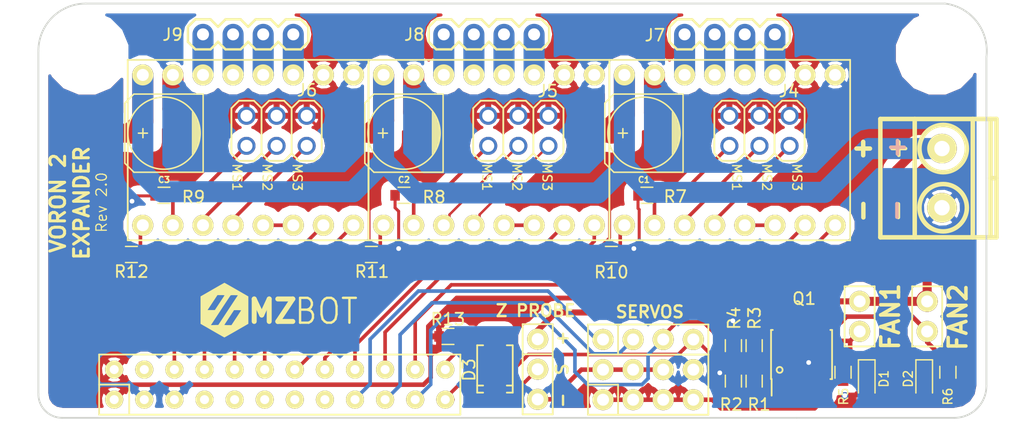
<source format=kicad_pcb>
(kicad_pcb (version 4) (host pcbnew 4.0.2-stable)

  (general
    (links 115)
    (no_connects 0)
    (area 130.474999 94.174999 210.65613 129.325001)
    (thickness 1.6)
    (drawings 34)
    (tracks 299)
    (zones 0)
    (modules 39)
    (nets 55)
  )

  (page A4)
  (layers
    (0 F.Cu signal)
    (31 B.Cu signal hide)
    (32 B.Adhes user)
    (33 F.Adhes user)
    (34 B.Paste user)
    (35 F.Paste user)
    (36 B.SilkS user)
    (37 F.SilkS user)
    (38 B.Mask user)
    (39 F.Mask user)
    (40 Dwgs.User user)
    (41 Cmts.User user)
    (42 Eco1.User user)
    (43 Eco2.User user)
    (44 Edge.Cuts user)
    (45 Margin user)
    (46 B.CrtYd user)
    (47 F.CrtYd user)
    (48 B.Fab user)
    (49 F.Fab user)
  )

  (setup
    (last_trace_width 0.3048)
    (trace_clearance 0.0508)
    (zone_clearance 0.762)
    (zone_45_only yes)
    (trace_min 0.2)
    (segment_width 0.2)
    (edge_width 0.15)
    (via_size 0.6)
    (via_drill 0.4)
    (via_min_size 0.4)
    (via_min_drill 0.3)
    (uvia_size 0.3)
    (uvia_drill 0.1)
    (uvias_allowed no)
    (uvia_min_size 0.2)
    (uvia_min_drill 0.1)
    (pcb_text_width 0.3)
    (pcb_text_size 1.5 1.5)
    (mod_edge_width 0.15)
    (mod_text_size 1 1)
    (mod_text_width 0.15)
    (pad_size 4 4)
    (pad_drill 4)
    (pad_to_mask_clearance 0.2)
    (aux_axis_origin 129.65 129.95)
    (visible_elements 7FFEFFFF)
    (pcbplotparams
      (layerselection 0x010f0_80000001)
      (usegerberextensions false)
      (excludeedgelayer true)
      (linewidth 0.100000)
      (plotframeref false)
      (viasonmask false)
      (mode 1)
      (useauxorigin false)
      (hpglpennumber 1)
      (hpglpenspeed 20)
      (hpglpendiameter 15)
      (hpglpenoverlay 2)
      (psnegative false)
      (psa4output false)
      (plotreference true)
      (plotvalue false)
      (plotinvisibletext false)
      (padsonsilk false)
      (subtractmaskfromsilk false)
      (outputformat 1)
      (mirror false)
      (drillshape 0)
      (scaleselection 1)
      (outputdirectory ""))
  )

  (net 0 "")
  (net 1 VMOT)
  (net 2 GND)
  (net 3 VCC)
  (net 4 "Net-(D1-Pad1)")
  (net 5 "Net-(D2-Pad1)")
  (net 6 "Net-(FAN1-Pad2)")
  (net 7 "Net-(FAN2-Pad2)")
  (net 8 D5)
  (net 9 D4)
  (net 10 "Net-(J7-Pad1)")
  (net 11 "Net-(J7-Pad2)")
  (net 12 "Net-(J7-Pad3)")
  (net 13 "Net-(J7-Pad4)")
  (net 14 "Net-(J8-Pad1)")
  (net 15 "Net-(J8-Pad2)")
  (net 16 "Net-(J8-Pad3)")
  (net 17 "Net-(J8-Pad4)")
  (net 18 "Net-(J9-Pad1)")
  (net 19 "Net-(J9-Pad2)")
  (net 20 "Net-(J9-Pad3)")
  (net 21 "Net-(J9-Pad4)")
  (net 22 "Net-(Q1-Pad2)")
  (net 23 "Net-(Q1-Pad4)")
  (net 24 "Net-(Stepstick1-Pad5)")
  (net 25 "Net-(Stepstick2-Pad5)")
  (net 26 "Net-(Stepstick3-Pad5)")
  (net 27 "Net-(J4-Pad1)")
  (net 28 "Net-(J4-Pad3)")
  (net 29 "Net-(J4-Pad5)")
  (net 30 "Net-(J5-Pad1)")
  (net 31 "Net-(J5-Pad3)")
  (net 32 "Net-(J5-Pad5)")
  (net 33 "Net-(J6-Pad1)")
  (net 34 "Net-(J6-Pad3)")
  (net 35 "Net-(J6-Pad5)")
  (net 36 "FAN1(D11)")
  (net 37 "FAN2(D6)")
  (net 38 "EN_1(D44)")
  (net 39 "EN_2(D42)")
  (net 40 "EN_3(A4/D58)")
  (net 41 "STEP_1(A10/D64)")
  (net 42 "DIR_1(A5/D59)")
  (net 43 "STEP_2(D48)")
  (net 44 "DIR_2(A9/D63)")
  (net 45 "STEP_3(A3/D57)")
  (net 46 "DIR_3(A12/D66)")
  (net 47 "Net-(P1-Pad4)")
  (net 48 "Net-(P1-Pad7)")
  (net 49 "Net-(P1-Pad9)")
  (net 50 "Net-(P1-Pad11)")
  (net 51 "Net-(P1-Pad13)")
  (net 52 "Net-(P1-Pad15)")
  (net 53 "Z_PROBE(A11/D65)")
  (net 54 "Net-(D3-Pad1)")

  (net_class Default "This is the default net class."
    (clearance 0.0508)
    (trace_width 0.3048)
    (via_dia 0.6)
    (via_drill 0.4)
    (uvia_dia 0.3)
    (uvia_drill 0.1)
    (add_net D4)
    (add_net D5)
    (add_net "DIR_1(A5/D59)")
    (add_net "DIR_2(A9/D63)")
    (add_net "DIR_3(A12/D66)")
    (add_net "EN_1(D44)")
    (add_net "EN_2(D42)")
    (add_net "EN_3(A4/D58)")
    (add_net "FAN1(D11)")
    (add_net "FAN2(D6)")
    (add_net "Net-(D3-Pad1)")
    (add_net "Net-(J4-Pad1)")
    (add_net "Net-(J4-Pad3)")
    (add_net "Net-(J4-Pad5)")
    (add_net "Net-(J5-Pad1)")
    (add_net "Net-(J5-Pad3)")
    (add_net "Net-(J5-Pad5)")
    (add_net "Net-(J6-Pad1)")
    (add_net "Net-(J6-Pad3)")
    (add_net "Net-(J6-Pad5)")
    (add_net "Net-(P1-Pad11)")
    (add_net "Net-(P1-Pad13)")
    (add_net "Net-(P1-Pad15)")
    (add_net "Net-(P1-Pad4)")
    (add_net "Net-(P1-Pad7)")
    (add_net "Net-(P1-Pad9)")
    (add_net "Net-(Q1-Pad2)")
    (add_net "Net-(Q1-Pad4)")
    (add_net "Net-(Stepstick1-Pad5)")
    (add_net "Net-(Stepstick2-Pad5)")
    (add_net "Net-(Stepstick3-Pad5)")
    (add_net "STEP_1(A10/D64)")
    (add_net "STEP_2(D48)")
    (add_net "STEP_3(A3/D57)")
    (add_net "Z_PROBE(A11/D65)")
  )

  (net_class FAN ""
    (clearance 0.127)
    (trace_width 0.381)
    (via_dia 0.6)
    (via_drill 0.4)
    (uvia_dia 0.3)
    (uvia_drill 0.1)
    (add_net "Net-(D1-Pad1)")
    (add_net "Net-(D2-Pad1)")
    (add_net "Net-(FAN1-Pad2)")
    (add_net "Net-(FAN2-Pad2)")
  )

  (net_class Motor ""
    (clearance 0.2)
    (trace_width 0.762)
    (via_dia 0.6)
    (via_drill 0.4)
    (uvia_dia 0.3)
    (uvia_drill 0.1)
    (add_net "Net-(J7-Pad1)")
    (add_net "Net-(J7-Pad2)")
    (add_net "Net-(J7-Pad3)")
    (add_net "Net-(J7-Pad4)")
    (add_net "Net-(J8-Pad1)")
    (add_net "Net-(J8-Pad2)")
    (add_net "Net-(J8-Pad3)")
    (add_net "Net-(J8-Pad4)")
    (add_net "Net-(J9-Pad1)")
    (add_net "Net-(J9-Pad2)")
    (add_net "Net-(J9-Pad3)")
    (add_net "Net-(J9-Pad4)")
    (add_net VMOT)
  )

  (net_class Power ""
    (clearance 0.2032)
    (trace_width 0.254)
    (via_dia 0.6)
    (via_drill 0.4)
    (uvia_dia 0.3)
    (uvia_drill 0.1)
    (add_net GND)
    (add_net VCC)
  )

  (module VORON_V2.0:PIN_HEADER_TOP_1X3 (layer F.Cu) (tedit 5A493C64) (tstamp 5A3C1E02)
    (at 172.6848 125.1466 270)
    (path /5A3C134D)
    (fp_text reference P3 (at 0 3.81 270) (layer F.SilkS) hide
      (effects (font (size 1 1) (thickness 0.15)))
    )
    (fp_text value CONN_01X03 (at 0 -3.81 270) (layer F.Fab)
      (effects (font (size 1 1) (thickness 0.15)))
    )
    (fp_line (start -1.27 1.27) (end -1.27 -1.27) (layer F.SilkS) (width 0.15))
    (fp_line (start -3.81 1.27) (end -3.81 -1.27) (layer F.SilkS) (width 0.15))
    (fp_line (start -3.81 -1.27) (end 3.81 -1.27) (layer F.SilkS) (width 0.15))
    (fp_line (start 3.81 -1.27) (end 3.81 1.27) (layer F.SilkS) (width 0.15))
    (fp_line (start 3.81 1.27) (end -3.81 1.27) (layer F.SilkS) (width 0.15))
    (pad 1 thru_hole circle (at -2.54 0 270) (size 1.778 1.778) (drill 1.016) (layers *.Cu *.Mask F.SilkS)
      (net 1 VMOT))
    (pad 2 thru_hole circle (at 0 0 270) (size 1.778 1.778) (drill 1.016) (layers *.Cu *.Mask F.SilkS)
      (net 54 "Net-(D3-Pad1)"))
    (pad 3 thru_hole circle (at 2.54 0 270) (size 1.778 1.778) (drill 1.016) (layers *.Cu *.Mask F.SilkS)
      (net 2 GND))
    (model ../../../../../../Users/cr185092/Documents/KiCAD_Projects/VORON_V2.0_Expander_option2/VORON_V2.0.pretty/3D_Models/PIN_HEADER_TOP_1X3.wrl
      (at (xyz 0 0 0))
      (scale (xyz 1 1 1))
      (rotate (xyz 0 0 0))
    )
  )

  (module VORON_V2.0:Steppers (layer F.Cu) (tedit 5A4937F3) (tstamp 5A12108A)
    (at 188.89 106.63 90)
    (path /59B1F7A7)
    (fp_text reference Stepstick1 (at 0 -12.7 90) (layer Eco1.User) hide
      (effects (font (size 0.6 0.6) (thickness 0.1)))
    )
    (fp_text value Stepstick (at 0 11.43 270) (layer Eco1.User)
      (effects (font (size 0.6 0.6) (thickness 0.1)))
    )
    (fp_line (start -7.62 10.16) (end -7.62 -10.16) (layer F.SilkS) (width 0.15))
    (fp_line (start -7.62 -10.16) (end 7.62 -10.16) (layer F.SilkS) (width 0.15))
    (fp_line (start 7.62 -10.16) (end 7.62 10.16) (layer F.SilkS) (width 0.15))
    (fp_line (start 7.62 10.16) (end -7.62 10.16) (layer F.SilkS) (width 0.15))
    (pad 1 thru_hole circle (at -6.35 -8.89 90) (size 1.778 1.778) (drill 1.016) (layers *.Cu *.Mask F.SilkS)
      (net 38 "EN_1(D44)"))
    (pad 2 thru_hole circle (at -6.35 -6.35 90) (size 1.778 1.778) (drill 1.016) (layers *.Cu *.Mask F.SilkS)
      (net 27 "Net-(J4-Pad1)"))
    (pad 3 thru_hole circle (at -6.35 -3.81 90) (size 1.778 1.778) (drill 1.016) (layers *.Cu *.Mask F.SilkS)
      (net 28 "Net-(J4-Pad3)"))
    (pad 4 thru_hole circle (at -6.35 -1.27 90) (size 1.778 1.778) (drill 1.016) (layers *.Cu *.Mask F.SilkS)
      (net 29 "Net-(J4-Pad5)"))
    (pad 5 thru_hole circle (at -6.35 1.27 90) (size 1.778 1.778) (drill 1.016) (layers *.Cu *.Mask F.SilkS)
      (net 24 "Net-(Stepstick1-Pad5)"))
    (pad 6 thru_hole circle (at -6.35 3.81 90) (size 1.778 1.778) (drill 1.016) (layers *.Cu *.Mask F.SilkS)
      (net 24 "Net-(Stepstick1-Pad5)"))
    (pad 7 thru_hole circle (at -6.35 6.35 90) (size 1.778 1.778) (drill 1.016) (layers *.Cu *.Mask F.SilkS)
      (net 41 "STEP_1(A10/D64)"))
    (pad 8 thru_hole circle (at -6.35 8.89 90) (size 1.778 1.778) (drill 1.016) (layers *.Cu *.Mask F.SilkS)
      (net 42 "DIR_1(A5/D59)"))
    (pad 9 thru_hole circle (at 6.35 8.89 90) (size 1.778 1.778) (drill 1.016) (layers *.Cu *.Mask F.SilkS)
      (net 2 GND))
    (pad 10 thru_hole circle (at 6.35 6.35 90) (size 1.778 1.778) (drill 1.016) (layers *.Cu *.Mask F.SilkS)
      (net 3 VCC))
    (pad 11 thru_hole circle (at 6.35 3.81 90) (size 1.778 1.778) (drill 1.016) (layers *.Cu *.Mask F.SilkS)
      (net 13 "Net-(J7-Pad4)"))
    (pad 12 thru_hole circle (at 6.35 1.27 90) (size 1.778 1.778) (drill 1.016) (layers *.Cu *.Mask F.SilkS)
      (net 12 "Net-(J7-Pad3)"))
    (pad 13 thru_hole circle (at 6.35 -1.27 90) (size 1.778 1.778) (drill 1.016) (layers *.Cu *.Mask F.SilkS)
      (net 11 "Net-(J7-Pad2)"))
    (pad 14 thru_hole circle (at 6.35 -3.81 90) (size 1.778 1.778) (drill 1.016) (layers *.Cu *.Mask F.SilkS)
      (net 10 "Net-(J7-Pad1)"))
    (pad 15 thru_hole circle (at 6.35 -6.35 90) (size 1.778 1.778) (drill 1.016) (layers *.Cu *.Mask F.SilkS)
      (net 2 GND))
    (pad 16 thru_hole circle (at 6.35 -8.89 90) (size 1.778 1.778) (drill 1.016) (layers *.Cu *.Mask F.SilkS)
      (net 1 VMOT))
    (model ../../../../../../Users/cr185092/Documents/KiCAD_Projects/VORON_V2.0_Expander_option2/VORON_V2.0.pretty/3D_Models/Steppers.wrl
      (at (xyz 0 0 0))
      (scale (xyz 1 1 1))
      (rotate (xyz 0 0 0))
    )
  )

  (module VORON_V2.0:Steppers (layer F.Cu) (tedit 5A4937EF) (tstamp 5A1210A2)
    (at 168.57 106.63 90)
    (path /59B2148C)
    (fp_text reference Stepstick2 (at 0 -12.7 90) (layer Eco1.User) hide
      (effects (font (size 0.6 0.6) (thickness 0.1)))
    )
    (fp_text value Stepstick (at 0 11.43 270) (layer Eco1.User)
      (effects (font (size 0.6 0.6) (thickness 0.1)))
    )
    (fp_line (start -7.62 10.16) (end -7.62 -10.16) (layer F.SilkS) (width 0.15))
    (fp_line (start -7.62 -10.16) (end 7.62 -10.16) (layer F.SilkS) (width 0.15))
    (fp_line (start 7.62 -10.16) (end 7.62 10.16) (layer F.SilkS) (width 0.15))
    (fp_line (start 7.62 10.16) (end -7.62 10.16) (layer F.SilkS) (width 0.15))
    (pad 1 thru_hole circle (at -6.35 -8.89 90) (size 1.778 1.778) (drill 1.016) (layers *.Cu *.Mask F.SilkS)
      (net 39 "EN_2(D42)"))
    (pad 2 thru_hole circle (at -6.35 -6.35 90) (size 1.778 1.778) (drill 1.016) (layers *.Cu *.Mask F.SilkS)
      (net 30 "Net-(J5-Pad1)"))
    (pad 3 thru_hole circle (at -6.35 -3.81 90) (size 1.778 1.778) (drill 1.016) (layers *.Cu *.Mask F.SilkS)
      (net 31 "Net-(J5-Pad3)"))
    (pad 4 thru_hole circle (at -6.35 -1.27 90) (size 1.778 1.778) (drill 1.016) (layers *.Cu *.Mask F.SilkS)
      (net 32 "Net-(J5-Pad5)"))
    (pad 5 thru_hole circle (at -6.35 1.27 90) (size 1.778 1.778) (drill 1.016) (layers *.Cu *.Mask F.SilkS)
      (net 25 "Net-(Stepstick2-Pad5)"))
    (pad 6 thru_hole circle (at -6.35 3.81 90) (size 1.778 1.778) (drill 1.016) (layers *.Cu *.Mask F.SilkS)
      (net 25 "Net-(Stepstick2-Pad5)"))
    (pad 7 thru_hole circle (at -6.35 6.35 90) (size 1.778 1.778) (drill 1.016) (layers *.Cu *.Mask F.SilkS)
      (net 43 "STEP_2(D48)"))
    (pad 8 thru_hole circle (at -6.35 8.89 90) (size 1.778 1.778) (drill 1.016) (layers *.Cu *.Mask F.SilkS)
      (net 44 "DIR_2(A9/D63)"))
    (pad 9 thru_hole circle (at 6.35 8.89 90) (size 1.778 1.778) (drill 1.016) (layers *.Cu *.Mask F.SilkS)
      (net 2 GND))
    (pad 10 thru_hole circle (at 6.35 6.35 90) (size 1.778 1.778) (drill 1.016) (layers *.Cu *.Mask F.SilkS)
      (net 3 VCC))
    (pad 11 thru_hole circle (at 6.35 3.81 90) (size 1.778 1.778) (drill 1.016) (layers *.Cu *.Mask F.SilkS)
      (net 17 "Net-(J8-Pad4)"))
    (pad 12 thru_hole circle (at 6.35 1.27 90) (size 1.778 1.778) (drill 1.016) (layers *.Cu *.Mask F.SilkS)
      (net 16 "Net-(J8-Pad3)"))
    (pad 13 thru_hole circle (at 6.35 -1.27 90) (size 1.778 1.778) (drill 1.016) (layers *.Cu *.Mask F.SilkS)
      (net 15 "Net-(J8-Pad2)"))
    (pad 14 thru_hole circle (at 6.35 -3.81 90) (size 1.778 1.778) (drill 1.016) (layers *.Cu *.Mask F.SilkS)
      (net 14 "Net-(J8-Pad1)"))
    (pad 15 thru_hole circle (at 6.35 -6.35 90) (size 1.778 1.778) (drill 1.016) (layers *.Cu *.Mask F.SilkS)
      (net 2 GND))
    (pad 16 thru_hole circle (at 6.35 -8.89 90) (size 1.778 1.778) (drill 1.016) (layers *.Cu *.Mask F.SilkS)
      (net 1 VMOT))
    (model ../../../../../../Users/cr185092/Documents/KiCAD_Projects/VORON_V2.0_Expander_option2/VORON_V2.0.pretty/3D_Models/Steppers.wrl
      (at (xyz 0 0 0))
      (scale (xyz 1 1 1))
      (rotate (xyz 0 0 0))
    )
  )

  (module VORON_V2.0:LED_0805 (layer F.Cu) (tedit 5A493BF1) (tstamp 59B30EC2)
    (at 200.45 126.15 270)
    (descr "LED 0805 smd package")
    (tags "LED led 0805 SMD smd SMT smt smdled SMDLED smtled SMTLED")
    (path /59B3A6E3)
    (attr smd)
    (fp_text reference D1 (at -0.2 -1.45 450) (layer F.SilkS)
      (effects (font (size 0.762 0.762) (thickness 0.11938)))
    )
    (fp_text value LED (at 0 1.55 270) (layer F.Fab) hide
      (effects (font (size 1 1) (thickness 0.15)))
    )
    (fp_line (start -1.8 -0.7) (end -1.8 0.7) (layer F.SilkS) (width 0.12))
    (fp_line (start -0.4 -0.4) (end -0.4 0.4) (layer F.Fab) (width 0.1))
    (fp_line (start -0.4 0) (end 0.2 -0.4) (layer F.Fab) (width 0.1))
    (fp_line (start 0.2 0.4) (end -0.4 0) (layer F.Fab) (width 0.1))
    (fp_line (start 0.2 -0.4) (end 0.2 0.4) (layer F.Fab) (width 0.1))
    (fp_line (start 1 0.6) (end -1 0.6) (layer F.Fab) (width 0.1))
    (fp_line (start 1 -0.6) (end 1 0.6) (layer F.Fab) (width 0.1))
    (fp_line (start -1 -0.6) (end 1 -0.6) (layer F.Fab) (width 0.1))
    (fp_line (start -1 0.6) (end -1 -0.6) (layer F.Fab) (width 0.1))
    (fp_line (start -1.8 0.7) (end 1 0.7) (layer F.SilkS) (width 0.12))
    (fp_line (start -1.8 -0.7) (end 1 -0.7) (layer F.SilkS) (width 0.12))
    (fp_line (start 1.95 -0.85) (end 1.95 0.85) (layer F.CrtYd) (width 0.05))
    (fp_line (start 1.95 0.85) (end -1.95 0.85) (layer F.CrtYd) (width 0.05))
    (fp_line (start -1.95 0.85) (end -1.95 -0.85) (layer F.CrtYd) (width 0.05))
    (fp_line (start -1.95 -0.85) (end 1.95 -0.85) (layer F.CrtYd) (width 0.05))
    (fp_text user %R (at 2.384 0.012 270) (layer F.Fab) hide
      (effects (font (size 0.4 0.4) (thickness 0.1)))
    )
    (pad 2 smd rect (at 1.1 0 90) (size 1.2 1.2) (layers F.Cu F.Paste F.Mask)
      (net 3 VCC))
    (pad 1 smd rect (at -1.1 0 90) (size 1.2 1.2) (layers F.Cu F.Paste F.Mask)
      (net 4 "Net-(D1-Pad1)"))
    (model ../../../../../../Users/cr185092/Documents/KiCAD_Projects/VORON_V2.0_Expander_option2/VORON_V2.0.pretty/3D_Models/LED_0805.wrl
      (at (xyz 0 0 0))
      (scale (xyz 1 1 1))
      (rotate (xyz 0 0 180))
    )
  )

  (module VORON_V2.0:LED_0805 (layer F.Cu) (tedit 5A493BF6) (tstamp 59B30ED8)
    (at 205.3 126.15 270)
    (descr "LED 0805 smd package")
    (tags "LED led 0805 SMD smd SMT smt smdled SMDLED smtled SMTLED")
    (path /59B3683D)
    (attr smd)
    (fp_text reference D2 (at -0.2 1.35 450) (layer F.SilkS)
      (effects (font (size 0.762 0.762) (thickness 0.11938)))
    )
    (fp_text value LED (at 0 1.55 270) (layer F.Fab) hide
      (effects (font (size 1 1) (thickness 0.15)))
    )
    (fp_line (start -1.8 -0.7) (end -1.8 0.7) (layer F.SilkS) (width 0.12))
    (fp_line (start -0.4 -0.4) (end -0.4 0.4) (layer F.Fab) (width 0.1))
    (fp_line (start -0.4 0) (end 0.2 -0.4) (layer F.Fab) (width 0.1))
    (fp_line (start 0.2 0.4) (end -0.4 0) (layer F.Fab) (width 0.1))
    (fp_line (start 0.2 -0.4) (end 0.2 0.4) (layer F.Fab) (width 0.1))
    (fp_line (start 1 0.6) (end -1 0.6) (layer F.Fab) (width 0.1))
    (fp_line (start 1 -0.6) (end 1 0.6) (layer F.Fab) (width 0.1))
    (fp_line (start -1 -0.6) (end 1 -0.6) (layer F.Fab) (width 0.1))
    (fp_line (start -1 0.6) (end -1 -0.6) (layer F.Fab) (width 0.1))
    (fp_line (start -1.8 0.7) (end 1 0.7) (layer F.SilkS) (width 0.12))
    (fp_line (start -1.8 -0.7) (end 1 -0.7) (layer F.SilkS) (width 0.12))
    (fp_line (start 1.95 -0.85) (end 1.95 0.85) (layer F.CrtYd) (width 0.05))
    (fp_line (start 1.95 0.85) (end -1.95 0.85) (layer F.CrtYd) (width 0.05))
    (fp_line (start -1.95 0.85) (end -1.95 -0.85) (layer F.CrtYd) (width 0.05))
    (fp_line (start -1.95 -0.85) (end 1.95 -0.85) (layer F.CrtYd) (width 0.05))
    (fp_text user %R (at 2.0792 0.0252 270) (layer F.Fab) hide
      (effects (font (size 0.4 0.4) (thickness 0.1)))
    )
    (pad 2 smd rect (at 1.1 0 90) (size 1.2 1.2) (layers F.Cu F.Paste F.Mask)
      (net 3 VCC))
    (pad 1 smd rect (at -1.1 0 90) (size 1.2 1.2) (layers F.Cu F.Paste F.Mask)
      (net 5 "Net-(D2-Pad1)"))
    (model ../../../../../../Users/cr185092/Documents/KiCAD_Projects/VORON_V2.0_Expander_option2/VORON_V2.0.pretty/3D_Models/LED_0805.wrl
      (at (xyz 0 0 0))
      (scale (xyz 1 1 1))
      (rotate (xyz 0 0 180))
    )
  )

  (module VORON_V2.0:2X03_PIN_HEADER (layer F.Cu) (tedit 59B56E3A) (tstamp 59B30F9F)
    (at 191.4 105)
    (descr "<b>PIN HEADER</b>")
    (path /59B1FA5B)
    (fp_text reference J4 (at 2.4892 -3.3528) (layer F.SilkS)
      (effects (font (size 1 1) (thickness 0.15)))
    )
    (fp_text value CONN_02X03 (at 0 3.175) (layer Eco1.User) hide
      (effects (font (size 0.6 0.6) (thickness 0.1)))
    )
    (fp_line (start -3.81 1.905) (end -3.175 2.54) (layer F.SilkS) (width 0.1524))
    (fp_line (start -1.905 2.54) (end -1.27 1.905) (layer F.SilkS) (width 0.1524))
    (fp_line (start -1.27 1.905) (end -0.635 2.54) (layer F.SilkS) (width 0.1524))
    (fp_line (start 0.635 2.54) (end 1.27 1.905) (layer F.SilkS) (width 0.1524))
    (fp_line (start -3.81 1.905) (end -3.81 -1.905) (layer F.SilkS) (width 0.1524))
    (fp_line (start -3.81 -1.905) (end -3.175 -2.54) (layer F.SilkS) (width 0.1524))
    (fp_line (start -3.175 -2.54) (end -1.905 -2.54) (layer F.SilkS) (width 0.1524))
    (fp_line (start -1.905 -2.54) (end -1.27 -1.905) (layer F.SilkS) (width 0.1524))
    (fp_line (start -1.27 -1.905) (end -0.635 -2.54) (layer F.SilkS) (width 0.1524))
    (fp_line (start -0.635 -2.54) (end 0.635 -2.54) (layer F.SilkS) (width 0.1524))
    (fp_line (start 0.635 -2.54) (end 1.27 -1.905) (layer F.SilkS) (width 0.1524))
    (fp_line (start -1.27 -1.905) (end -1.27 1.905) (layer F.SilkS) (width 0.1524))
    (fp_line (start 1.27 -1.905) (end 1.27 1.905) (layer F.SilkS) (width 0.1524))
    (fp_line (start -0.635 2.54) (end 0.635 2.54) (layer F.SilkS) (width 0.1524))
    (fp_line (start -3.175 2.54) (end -1.905 2.54) (layer F.SilkS) (width 0.1524))
    (fp_line (start 1.27 1.905) (end 1.905 2.54) (layer F.SilkS) (width 0.1524))
    (fp_line (start 3.175 2.54) (end 3.81 1.905) (layer F.SilkS) (width 0.1524))
    (fp_line (start 1.27 -1.905) (end 1.905 -2.54) (layer F.SilkS) (width 0.1524))
    (fp_line (start 1.905 -2.54) (end 3.175 -2.54) (layer F.SilkS) (width 0.1524))
    (fp_line (start 3.175 -2.54) (end 3.81 -1.905) (layer F.SilkS) (width 0.1524))
    (fp_line (start 3.81 -1.905) (end 3.81 1.905) (layer F.SilkS) (width 0.1524))
    (fp_line (start 1.905 2.54) (end 3.175 2.54) (layer F.SilkS) (width 0.1524))
    (pad 1 thru_hole oval (at -2.54 1.27) (size 1.524 1.524) (drill 1.016) (layers *.Cu *.Mask)
      (net 27 "Net-(J4-Pad1)"))
    (pad 2 thru_hole oval (at -2.54 -1.27) (size 1.524 1.524) (drill 1.016) (layers *.Cu *.Mask)
      (net 3 VCC))
    (pad 3 thru_hole oval (at 0 1.27) (size 1.524 1.524) (drill 1.016) (layers *.Cu *.Mask)
      (net 28 "Net-(J4-Pad3)"))
    (pad 4 thru_hole oval (at 0 -1.27) (size 1.524 1.524) (drill 1.016) (layers *.Cu *.Mask)
      (net 3 VCC))
    (pad 5 thru_hole oval (at 2.54 1.27) (size 1.524 1.524) (drill 1.016) (layers *.Cu *.Mask)
      (net 29 "Net-(J4-Pad5)"))
    (pad 6 thru_hole oval (at 2.54 -1.27) (size 1.524 1.524) (drill 1.016) (layers *.Cu *.Mask)
      (net 3 VCC))
    (model ../../../../../../Users/cr185092/Documents/KiCAD_Projects/VORON_V2.0_Expander_option2/VORON_V2.0.pretty/3D_Models/PIN_HEADER_TOP_2X3.wrl
      (at (xyz 0 0 0))
      (scale (xyz 1 1 1))
      (rotate (xyz 0 0 0))
    )
  )

  (module VORON_V2.0:2X03_PIN_HEADER locked (layer F.Cu) (tedit 59B56FBE) (tstamp 59B30FBF)
    (at 171.05 105)
    (descr "<b>PIN HEADER</b>")
    (path /59B214D2)
    (fp_text reference J5 (at 2.4892 -3.3528) (layer F.SilkS)
      (effects (font (size 1 1) (thickness 0.15)))
    )
    (fp_text value CONN_02X03 (at 0 3.175) (layer Eco1.User) hide
      (effects (font (size 0.6 0.6) (thickness 0.1)))
    )
    (fp_line (start -3.81 1.905) (end -3.175 2.54) (layer F.SilkS) (width 0.1524))
    (fp_line (start -1.905 2.54) (end -1.27 1.905) (layer F.SilkS) (width 0.1524))
    (fp_line (start -1.27 1.905) (end -0.635 2.54) (layer F.SilkS) (width 0.1524))
    (fp_line (start 0.635 2.54) (end 1.27 1.905) (layer F.SilkS) (width 0.1524))
    (fp_line (start -3.81 1.905) (end -3.81 -1.905) (layer F.SilkS) (width 0.1524))
    (fp_line (start -3.81 -1.905) (end -3.175 -2.54) (layer F.SilkS) (width 0.1524))
    (fp_line (start -3.175 -2.54) (end -1.905 -2.54) (layer F.SilkS) (width 0.1524))
    (fp_line (start -1.905 -2.54) (end -1.27 -1.905) (layer F.SilkS) (width 0.1524))
    (fp_line (start -1.27 -1.905) (end -0.635 -2.54) (layer F.SilkS) (width 0.1524))
    (fp_line (start -0.635 -2.54) (end 0.635 -2.54) (layer F.SilkS) (width 0.1524))
    (fp_line (start 0.635 -2.54) (end 1.27 -1.905) (layer F.SilkS) (width 0.1524))
    (fp_line (start -1.27 -1.905) (end -1.27 1.905) (layer F.SilkS) (width 0.1524))
    (fp_line (start 1.27 -1.905) (end 1.27 1.905) (layer F.SilkS) (width 0.1524))
    (fp_line (start -0.635 2.54) (end 0.635 2.54) (layer F.SilkS) (width 0.1524))
    (fp_line (start -3.175 2.54) (end -1.905 2.54) (layer F.SilkS) (width 0.1524))
    (fp_line (start 1.27 1.905) (end 1.905 2.54) (layer F.SilkS) (width 0.1524))
    (fp_line (start 3.175 2.54) (end 3.81 1.905) (layer F.SilkS) (width 0.1524))
    (fp_line (start 1.27 -1.905) (end 1.905 -2.54) (layer F.SilkS) (width 0.1524))
    (fp_line (start 1.905 -2.54) (end 3.175 -2.54) (layer F.SilkS) (width 0.1524))
    (fp_line (start 3.175 -2.54) (end 3.81 -1.905) (layer F.SilkS) (width 0.1524))
    (fp_line (start 3.81 -1.905) (end 3.81 1.905) (layer F.SilkS) (width 0.1524))
    (fp_line (start 1.905 2.54) (end 3.175 2.54) (layer F.SilkS) (width 0.1524))
    (pad 1 thru_hole oval (at -2.54 1.27) (size 1.524 1.524) (drill 1.016) (layers *.Cu *.Mask)
      (net 30 "Net-(J5-Pad1)"))
    (pad 2 thru_hole oval (at -2.54 -1.27) (size 1.524 1.524) (drill 1.016) (layers *.Cu *.Mask)
      (net 3 VCC))
    (pad 3 thru_hole oval (at 0 1.27) (size 1.524 1.524) (drill 1.016) (layers *.Cu *.Mask)
      (net 31 "Net-(J5-Pad3)"))
    (pad 4 thru_hole oval (at 0 -1.27) (size 1.524 1.524) (drill 1.016) (layers *.Cu *.Mask)
      (net 3 VCC))
    (pad 5 thru_hole oval (at 2.54 1.27) (size 1.524 1.524) (drill 1.016) (layers *.Cu *.Mask)
      (net 32 "Net-(J5-Pad5)"))
    (pad 6 thru_hole oval (at 2.54 -1.27) (size 1.524 1.524) (drill 1.016) (layers *.Cu *.Mask)
      (net 3 VCC))
    (model ../../../../../../Users/cr185092/Documents/KiCAD_Projects/VORON_V2.0_Expander_option2/VORON_V2.0.pretty/3D_Models/PIN_HEADER_TOP_2X3.wrl
      (at (xyz 0 0 0))
      (scale (xyz 1 1 1))
      (rotate (xyz 0 0 0))
    )
  )

  (module VORON_V2.0:2X03_PIN_HEADER (layer F.Cu) (tedit 59B5700D) (tstamp 59B30FDF)
    (at 150.65 105)
    (descr "<b>PIN HEADER</b>")
    (path /59B21D93)
    (fp_text reference J6 (at 2.5728 -3.4232) (layer F.SilkS)
      (effects (font (size 1 1) (thickness 0.15)))
    )
    (fp_text value CONN_02X03 (at 0 3.175) (layer Eco1.User) hide
      (effects (font (size 0.6 0.6) (thickness 0.1)))
    )
    (fp_line (start -3.81 1.905) (end -3.175 2.54) (layer F.SilkS) (width 0.1524))
    (fp_line (start -1.905 2.54) (end -1.27 1.905) (layer F.SilkS) (width 0.1524))
    (fp_line (start -1.27 1.905) (end -0.635 2.54) (layer F.SilkS) (width 0.1524))
    (fp_line (start 0.635 2.54) (end 1.27 1.905) (layer F.SilkS) (width 0.1524))
    (fp_line (start -3.81 1.905) (end -3.81 -1.905) (layer F.SilkS) (width 0.1524))
    (fp_line (start -3.81 -1.905) (end -3.175 -2.54) (layer F.SilkS) (width 0.1524))
    (fp_line (start -3.175 -2.54) (end -1.905 -2.54) (layer F.SilkS) (width 0.1524))
    (fp_line (start -1.905 -2.54) (end -1.27 -1.905) (layer F.SilkS) (width 0.1524))
    (fp_line (start -1.27 -1.905) (end -0.635 -2.54) (layer F.SilkS) (width 0.1524))
    (fp_line (start -0.635 -2.54) (end 0.635 -2.54) (layer F.SilkS) (width 0.1524))
    (fp_line (start 0.635 -2.54) (end 1.27 -1.905) (layer F.SilkS) (width 0.1524))
    (fp_line (start -1.27 -1.905) (end -1.27 1.905) (layer F.SilkS) (width 0.1524))
    (fp_line (start 1.27 -1.905) (end 1.27 1.905) (layer F.SilkS) (width 0.1524))
    (fp_line (start -0.635 2.54) (end 0.635 2.54) (layer F.SilkS) (width 0.1524))
    (fp_line (start -3.175 2.54) (end -1.905 2.54) (layer F.SilkS) (width 0.1524))
    (fp_line (start 1.27 1.905) (end 1.905 2.54) (layer F.SilkS) (width 0.1524))
    (fp_line (start 3.175 2.54) (end 3.81 1.905) (layer F.SilkS) (width 0.1524))
    (fp_line (start 1.27 -1.905) (end 1.905 -2.54) (layer F.SilkS) (width 0.1524))
    (fp_line (start 1.905 -2.54) (end 3.175 -2.54) (layer F.SilkS) (width 0.1524))
    (fp_line (start 3.175 -2.54) (end 3.81 -1.905) (layer F.SilkS) (width 0.1524))
    (fp_line (start 3.81 -1.905) (end 3.81 1.905) (layer F.SilkS) (width 0.1524))
    (fp_line (start 1.905 2.54) (end 3.175 2.54) (layer F.SilkS) (width 0.1524))
    (pad 1 thru_hole oval (at -2.54 1.27) (size 1.524 1.524) (drill 1.016) (layers *.Cu *.Mask)
      (net 33 "Net-(J6-Pad1)"))
    (pad 2 thru_hole oval (at -2.54 -1.27) (size 1.524 1.524) (drill 1.016) (layers *.Cu *.Mask)
      (net 3 VCC))
    (pad 3 thru_hole oval (at 0 1.27) (size 1.524 1.524) (drill 1.016) (layers *.Cu *.Mask)
      (net 34 "Net-(J6-Pad3)"))
    (pad 4 thru_hole oval (at 0 -1.27) (size 1.524 1.524) (drill 1.016) (layers *.Cu *.Mask)
      (net 3 VCC))
    (pad 5 thru_hole oval (at 2.54 1.27) (size 1.524 1.524) (drill 1.016) (layers *.Cu *.Mask)
      (net 35 "Net-(J6-Pad5)"))
    (pad 6 thru_hole oval (at 2.54 -1.27) (size 1.524 1.524) (drill 1.016) (layers *.Cu *.Mask)
      (net 3 VCC))
    (model ../../../../../../Users/cr185092/Documents/KiCAD_Projects/VORON_V2.0_Expander_option2/VORON_V2.0.pretty/3D_Models/PIN_HEADER_TOP_2X3.wrl
      (at (xyz 0 0 0))
      (scale (xyz 1 1 1))
      (rotate (xyz 0 0 0))
    )
  )

  (module VORON_V2.0:1X04_PIN_HEADER (layer F.Cu) (tedit 59B56E48) (tstamp 59B31001)
    (at 185.08 96.851)
    (path /59B20AF4)
    (fp_text reference J7 (at -2.5084 0.0776) (layer F.SilkS)
      (effects (font (size 1 1) (thickness 0.15)))
    )
    (fp_text value "Stepper 1" (at 0 1.9) (layer Eco1.User)
      (effects (font (size 0.6 0.6) (thickness 0.1)))
    )
    (fp_line (start 6.985 -1.27) (end 8.255 -1.27) (layer F.SilkS) (width 0.2032))
    (fp_line (start 8.255 -1.27) (end 8.89 -0.635) (layer F.SilkS) (width 0.2032))
    (fp_line (start 8.89 0.635) (end 8.255 1.27) (layer F.SilkS) (width 0.2032))
    (fp_line (start 3.81 -0.635) (end 4.445 -1.27) (layer F.SilkS) (width 0.2032))
    (fp_line (start 4.445 -1.27) (end 5.715 -1.27) (layer F.SilkS) (width 0.2032))
    (fp_line (start 5.715 -1.27) (end 6.35 -0.635) (layer F.SilkS) (width 0.2032))
    (fp_line (start 6.35 0.635) (end 5.715 1.27) (layer F.SilkS) (width 0.2032))
    (fp_line (start 5.715 1.27) (end 4.445 1.27) (layer F.SilkS) (width 0.2032))
    (fp_line (start 4.445 1.27) (end 3.81 0.635) (layer F.SilkS) (width 0.2032))
    (fp_line (start 6.985 -1.27) (end 6.35 -0.635) (layer F.SilkS) (width 0.2032))
    (fp_line (start 6.35 0.635) (end 6.985 1.27) (layer F.SilkS) (width 0.2032))
    (fp_line (start 8.255 1.27) (end 6.985 1.27) (layer F.SilkS) (width 0.2032))
    (fp_line (start -0.635 -1.27) (end 0.635 -1.27) (layer F.SilkS) (width 0.2032))
    (fp_line (start 0.635 -1.27) (end 1.27 -0.635) (layer F.SilkS) (width 0.2032))
    (fp_line (start 1.27 0.635) (end 0.635 1.27) (layer F.SilkS) (width 0.2032))
    (fp_line (start 1.27 -0.635) (end 1.905 -1.27) (layer F.SilkS) (width 0.2032))
    (fp_line (start 1.905 -1.27) (end 3.175 -1.27) (layer F.SilkS) (width 0.2032))
    (fp_line (start 3.175 -1.27) (end 3.81 -0.635) (layer F.SilkS) (width 0.2032))
    (fp_line (start 3.81 0.635) (end 3.175 1.27) (layer F.SilkS) (width 0.2032))
    (fp_line (start 3.175 1.27) (end 1.905 1.27) (layer F.SilkS) (width 0.2032))
    (fp_line (start 1.905 1.27) (end 1.27 0.635) (layer F.SilkS) (width 0.2032))
    (fp_line (start -1.27 -0.635) (end -1.27 0.635) (layer F.SilkS) (width 0.2032))
    (fp_line (start -0.635 -1.27) (end -1.27 -0.635) (layer F.SilkS) (width 0.2032))
    (fp_line (start -1.27 0.635) (end -0.635 1.27) (layer F.SilkS) (width 0.2032))
    (fp_line (start 0.635 1.27) (end -0.635 1.27) (layer F.SilkS) (width 0.2032))
    (fp_line (start 8.89 -0.635) (end 8.89 0.635) (layer F.SilkS) (width 0.2032))
    (pad 1 thru_hole oval (at 0 0 90) (size 1.524 1.524) (drill 1.016) (layers *.Cu *.Mask)
      (net 10 "Net-(J7-Pad1)"))
    (pad 2 thru_hole oval (at 2.54 0 90) (size 1.524 1.524) (drill 1.016) (layers *.Cu *.Mask)
      (net 11 "Net-(J7-Pad2)"))
    (pad 3 thru_hole oval (at 5.08 0 90) (size 1.524 1.524) (drill 1.016) (layers *.Cu *.Mask)
      (net 12 "Net-(J7-Pad3)"))
    (pad 4 thru_hole oval (at 7.62 0 90) (size 1.524 1.524) (drill 1.016) (layers *.Cu *.Mask)
      (net 13 "Net-(J7-Pad4)"))
    (model ../../../../../../Users/cr185092/Documents/KiCAD_Projects/VORON_V2.0_Expander_option2/VORON_V2.0.pretty/3D_Models/PIN_HEADER_TOP_1X4.wrl
      (at (xyz 0.15 0 0))
      (scale (xyz 1 1 1))
      (rotate (xyz 0 0 0))
    )
  )

  (module VORON_V2.0:1X04_PIN_HEADER (layer F.Cu) (tedit 59B56E4B) (tstamp 59B31023)
    (at 164.76 96.851)
    (path /59B214EF)
    (fp_text reference J8 (at -2.4852 0.0268) (layer F.SilkS)
      (effects (font (size 1 1) (thickness 0.15)))
    )
    (fp_text value "Stepper 2" (at 0 1.9) (layer Eco1.User)
      (effects (font (size 0.6 0.6) (thickness 0.1)))
    )
    (fp_line (start 6.985 -1.27) (end 8.255 -1.27) (layer F.SilkS) (width 0.2032))
    (fp_line (start 8.255 -1.27) (end 8.89 -0.635) (layer F.SilkS) (width 0.2032))
    (fp_line (start 8.89 0.635) (end 8.255 1.27) (layer F.SilkS) (width 0.2032))
    (fp_line (start 3.81 -0.635) (end 4.445 -1.27) (layer F.SilkS) (width 0.2032))
    (fp_line (start 4.445 -1.27) (end 5.715 -1.27) (layer F.SilkS) (width 0.2032))
    (fp_line (start 5.715 -1.27) (end 6.35 -0.635) (layer F.SilkS) (width 0.2032))
    (fp_line (start 6.35 0.635) (end 5.715 1.27) (layer F.SilkS) (width 0.2032))
    (fp_line (start 5.715 1.27) (end 4.445 1.27) (layer F.SilkS) (width 0.2032))
    (fp_line (start 4.445 1.27) (end 3.81 0.635) (layer F.SilkS) (width 0.2032))
    (fp_line (start 6.985 -1.27) (end 6.35 -0.635) (layer F.SilkS) (width 0.2032))
    (fp_line (start 6.35 0.635) (end 6.985 1.27) (layer F.SilkS) (width 0.2032))
    (fp_line (start 8.255 1.27) (end 6.985 1.27) (layer F.SilkS) (width 0.2032))
    (fp_line (start -0.635 -1.27) (end 0.635 -1.27) (layer F.SilkS) (width 0.2032))
    (fp_line (start 0.635 -1.27) (end 1.27 -0.635) (layer F.SilkS) (width 0.2032))
    (fp_line (start 1.27 0.635) (end 0.635 1.27) (layer F.SilkS) (width 0.2032))
    (fp_line (start 1.27 -0.635) (end 1.905 -1.27) (layer F.SilkS) (width 0.2032))
    (fp_line (start 1.905 -1.27) (end 3.175 -1.27) (layer F.SilkS) (width 0.2032))
    (fp_line (start 3.175 -1.27) (end 3.81 -0.635) (layer F.SilkS) (width 0.2032))
    (fp_line (start 3.81 0.635) (end 3.175 1.27) (layer F.SilkS) (width 0.2032))
    (fp_line (start 3.175 1.27) (end 1.905 1.27) (layer F.SilkS) (width 0.2032))
    (fp_line (start 1.905 1.27) (end 1.27 0.635) (layer F.SilkS) (width 0.2032))
    (fp_line (start -1.27 -0.635) (end -1.27 0.635) (layer F.SilkS) (width 0.2032))
    (fp_line (start -0.635 -1.27) (end -1.27 -0.635) (layer F.SilkS) (width 0.2032))
    (fp_line (start -1.27 0.635) (end -0.635 1.27) (layer F.SilkS) (width 0.2032))
    (fp_line (start 0.635 1.27) (end -0.635 1.27) (layer F.SilkS) (width 0.2032))
    (fp_line (start 8.89 -0.635) (end 8.89 0.635) (layer F.SilkS) (width 0.2032))
    (pad 1 thru_hole oval (at 0 0 90) (size 1.524 1.524) (drill 1.016) (layers *.Cu *.Mask)
      (net 14 "Net-(J8-Pad1)"))
    (pad 2 thru_hole oval (at 2.54 0 90) (size 1.524 1.524) (drill 1.016) (layers *.Cu *.Mask)
      (net 15 "Net-(J8-Pad2)"))
    (pad 3 thru_hole oval (at 5.08 0 90) (size 1.524 1.524) (drill 1.016) (layers *.Cu *.Mask)
      (net 16 "Net-(J8-Pad3)"))
    (pad 4 thru_hole oval (at 7.62 0 90) (size 1.524 1.524) (drill 1.016) (layers *.Cu *.Mask)
      (net 17 "Net-(J8-Pad4)"))
    (model ../../../../../../Users/cr185092/Documents/KiCAD_Projects/VORON_V2.0_Expander_option2/VORON_V2.0.pretty/3D_Models/PIN_HEADER_TOP_1X4.wrl
      (at (xyz 0.15 0 0))
      (scale (xyz 1 1 1))
      (rotate (xyz 0 0 0))
    )
  )

  (module VORON_V2.0:1X04_PIN_HEADER (layer F.Cu) (tedit 59B56E71) (tstamp 59B31045)
    (at 144.44 96.851)
    (path /59B21DB0)
    (fp_text reference J9 (at -2.5636 0.0268) (layer F.SilkS)
      (effects (font (size 1 1) (thickness 0.15)))
    )
    (fp_text value "Stepper 3" (at 0 1.9) (layer Eco1.User)
      (effects (font (size 0.6 0.6) (thickness 0.1)))
    )
    (fp_line (start 6.985 -1.27) (end 8.255 -1.27) (layer F.SilkS) (width 0.2032))
    (fp_line (start 8.255 -1.27) (end 8.89 -0.635) (layer F.SilkS) (width 0.2032))
    (fp_line (start 8.89 0.635) (end 8.255 1.27) (layer F.SilkS) (width 0.2032))
    (fp_line (start 3.81 -0.635) (end 4.445 -1.27) (layer F.SilkS) (width 0.2032))
    (fp_line (start 4.445 -1.27) (end 5.715 -1.27) (layer F.SilkS) (width 0.2032))
    (fp_line (start 5.715 -1.27) (end 6.35 -0.635) (layer F.SilkS) (width 0.2032))
    (fp_line (start 6.35 0.635) (end 5.715 1.27) (layer F.SilkS) (width 0.2032))
    (fp_line (start 5.715 1.27) (end 4.445 1.27) (layer F.SilkS) (width 0.2032))
    (fp_line (start 4.445 1.27) (end 3.81 0.635) (layer F.SilkS) (width 0.2032))
    (fp_line (start 6.985 -1.27) (end 6.35 -0.635) (layer F.SilkS) (width 0.2032))
    (fp_line (start 6.35 0.635) (end 6.985 1.27) (layer F.SilkS) (width 0.2032))
    (fp_line (start 8.255 1.27) (end 6.985 1.27) (layer F.SilkS) (width 0.2032))
    (fp_line (start -0.635 -1.27) (end 0.635 -1.27) (layer F.SilkS) (width 0.2032))
    (fp_line (start 0.635 -1.27) (end 1.27 -0.635) (layer F.SilkS) (width 0.2032))
    (fp_line (start 1.27 0.635) (end 0.635 1.27) (layer F.SilkS) (width 0.2032))
    (fp_line (start 1.27 -0.635) (end 1.905 -1.27) (layer F.SilkS) (width 0.2032))
    (fp_line (start 1.905 -1.27) (end 3.175 -1.27) (layer F.SilkS) (width 0.2032))
    (fp_line (start 3.175 -1.27) (end 3.81 -0.635) (layer F.SilkS) (width 0.2032))
    (fp_line (start 3.81 0.635) (end 3.175 1.27) (layer F.SilkS) (width 0.2032))
    (fp_line (start 3.175 1.27) (end 1.905 1.27) (layer F.SilkS) (width 0.2032))
    (fp_line (start 1.905 1.27) (end 1.27 0.635) (layer F.SilkS) (width 0.2032))
    (fp_line (start -1.27 -0.635) (end -1.27 0.635) (layer F.SilkS) (width 0.2032))
    (fp_line (start -0.635 -1.27) (end -1.27 -0.635) (layer F.SilkS) (width 0.2032))
    (fp_line (start -1.27 0.635) (end -0.635 1.27) (layer F.SilkS) (width 0.2032))
    (fp_line (start 0.635 1.27) (end -0.635 1.27) (layer F.SilkS) (width 0.2032))
    (fp_line (start 8.89 -0.635) (end 8.89 0.635) (layer F.SilkS) (width 0.2032))
    (pad 1 thru_hole oval (at 0 0 90) (size 1.524 1.524) (drill 1.016) (layers *.Cu *.Mask)
      (net 18 "Net-(J9-Pad1)"))
    (pad 2 thru_hole oval (at 2.54 0 90) (size 1.524 1.524) (drill 1.016) (layers *.Cu *.Mask)
      (net 19 "Net-(J9-Pad2)"))
    (pad 3 thru_hole oval (at 5.08 0 90) (size 1.524 1.524) (drill 1.016) (layers *.Cu *.Mask)
      (net 20 "Net-(J9-Pad3)"))
    (pad 4 thru_hole oval (at 7.62 0 90) (size 1.524 1.524) (drill 1.016) (layers *.Cu *.Mask)
      (net 21 "Net-(J9-Pad4)"))
    (model ../../../../../../Users/cr185092/Documents/KiCAD_Projects/VORON_V2.0_Expander_option2/VORON_V2.0.pretty/3D_Models/PIN_HEADER_TOP_1X4.wrl
      (at (xyz 0.15 0 0))
      (scale (xyz 1 1 1))
      (rotate (xyz 0 0 0))
    )
  )

  (module VORON_V2.0:R_0603 (layer F.Cu) (tedit 59CED595) (tstamp 59B31084)
    (at 190.95 126.15 270)
    (descr "Resistor SMD 0603, reflow soldering, Vishay (see dcrcw.pdf)")
    (tags "resistor 0603")
    (path /59B3A6CE)
    (attr smd)
    (fp_text reference R1 (at 1.984 -0.411 360) (layer F.SilkS)
      (effects (font (size 1 1) (thickness 0.15)))
    )
    (fp_text value 100 (at 0 1.5 270) (layer F.Fab) hide
      (effects (font (size 1 1) (thickness 0.15)))
    )
    (fp_text user %R (at 0 0 270) (layer F.Fab)
      (effects (font (size 0.4 0.4) (thickness 0.075)))
    )
    (fp_line (start -0.8 0.4) (end -0.8 -0.4) (layer F.Fab) (width 0.1))
    (fp_line (start 0.8 0.4) (end -0.8 0.4) (layer F.Fab) (width 0.1))
    (fp_line (start 0.8 -0.4) (end 0.8 0.4) (layer F.Fab) (width 0.1))
    (fp_line (start -0.8 -0.4) (end 0.8 -0.4) (layer F.Fab) (width 0.1))
    (fp_line (start 0.5 0.68) (end -0.5 0.68) (layer F.SilkS) (width 0.12))
    (fp_line (start -0.5 -0.68) (end 0.5 -0.68) (layer F.SilkS) (width 0.12))
    (fp_line (start -1.25 -0.7) (end 1.25 -0.7) (layer F.CrtYd) (width 0.05))
    (fp_line (start -1.25 -0.7) (end -1.25 0.7) (layer F.CrtYd) (width 0.05))
    (fp_line (start 1.25 0.7) (end 1.25 -0.7) (layer F.CrtYd) (width 0.05))
    (fp_line (start 1.25 0.7) (end -1.25 0.7) (layer F.CrtYd) (width 0.05))
    (pad 1 smd rect (at -0.75 0 270) (size 0.8 0.9) (layers F.Cu F.Paste F.Mask)
      (net 22 "Net-(Q1-Pad2)"))
    (pad 2 smd rect (at 0.75 0 270) (size 0.8 0.9) (layers F.Cu F.Paste F.Mask)
      (net 36 "FAN1(D11)") (clearance 0.2032))
    (model ../../../../../../Users/cr185092/Documents/KiCAD_Projects/VORON_V2.0_Expander_option2/VORON_V2.0.pretty/3D_Models/R_0603.wrl
      (at (xyz 0 0 0))
      (scale (xyz 1 1 1))
      (rotate (xyz 0 0 0))
    )
  )

  (module VORON_V2.0:R_0603 (layer F.Cu) (tedit 59CED593) (tstamp 59B31095)
    (at 189.2 126.15 270)
    (descr "Resistor SMD 0603, reflow soldering, Vishay (see dcrcw.pdf)")
    (tags "resistor 0603")
    (path /59B3A6C6)
    (attr smd)
    (fp_text reference R2 (at 1.984 0.1885 360) (layer F.SilkS)
      (effects (font (size 1 1) (thickness 0.15)))
    )
    (fp_text value 100k (at 0 1.5 270) (layer F.Fab) hide
      (effects (font (size 1 1) (thickness 0.15)))
    )
    (fp_text user %R (at 0 0 270) (layer F.Fab)
      (effects (font (size 0.4 0.4) (thickness 0.075)))
    )
    (fp_line (start -0.8 0.4) (end -0.8 -0.4) (layer F.Fab) (width 0.1))
    (fp_line (start 0.8 0.4) (end -0.8 0.4) (layer F.Fab) (width 0.1))
    (fp_line (start 0.8 -0.4) (end 0.8 0.4) (layer F.Fab) (width 0.1))
    (fp_line (start -0.8 -0.4) (end 0.8 -0.4) (layer F.Fab) (width 0.1))
    (fp_line (start 0.5 0.68) (end -0.5 0.68) (layer F.SilkS) (width 0.12))
    (fp_line (start -0.5 -0.68) (end 0.5 -0.68) (layer F.SilkS) (width 0.12))
    (fp_line (start -1.25 -0.7) (end 1.25 -0.7) (layer F.CrtYd) (width 0.05))
    (fp_line (start -1.25 -0.7) (end -1.25 0.7) (layer F.CrtYd) (width 0.05))
    (fp_line (start 1.25 0.7) (end 1.25 -0.7) (layer F.CrtYd) (width 0.05))
    (fp_line (start 1.25 0.7) (end -1.25 0.7) (layer F.CrtYd) (width 0.05))
    (pad 1 smd rect (at -0.75 0 270) (size 0.8 0.9) (layers F.Cu F.Paste F.Mask)
      (net 2 GND))
    (pad 2 smd rect (at 0.75 0 270) (size 0.8 0.9) (layers F.Cu F.Paste F.Mask)
      (net 36 "FAN1(D11)"))
    (model ../../../../../../Users/cr185092/Documents/KiCAD_Projects/VORON_V2.0_Expander_option2/VORON_V2.0.pretty/3D_Models/R_0603.wrl
      (at (xyz 0 0 0))
      (scale (xyz 1 1 1))
      (rotate (xyz 0 0 0))
    )
  )

  (module VORON_V2.0:R_0603 (layer F.Cu) (tedit 59CED5A0) (tstamp 59B310A6)
    (at 190.95 123.15 270)
    (descr "Resistor SMD 0603, reflow soldering, Vishay (see dcrcw.pdf)")
    (tags "resistor 0603")
    (path /59B34949)
    (attr smd)
    (fp_text reference R3 (at -2.3185 -0.03 270) (layer F.SilkS)
      (effects (font (size 1 1) (thickness 0.15)))
    )
    (fp_text value 100 (at 0 1.5 270) (layer F.Fab) hide
      (effects (font (size 1 1) (thickness 0.15)))
    )
    (fp_text user %R (at 0 0 270) (layer F.Fab)
      (effects (font (size 0.4 0.4) (thickness 0.075)))
    )
    (fp_line (start -0.8 0.4) (end -0.8 -0.4) (layer F.Fab) (width 0.1))
    (fp_line (start 0.8 0.4) (end -0.8 0.4) (layer F.Fab) (width 0.1))
    (fp_line (start 0.8 -0.4) (end 0.8 0.4) (layer F.Fab) (width 0.1))
    (fp_line (start -0.8 -0.4) (end 0.8 -0.4) (layer F.Fab) (width 0.1))
    (fp_line (start 0.5 0.68) (end -0.5 0.68) (layer F.SilkS) (width 0.12))
    (fp_line (start -0.5 -0.68) (end 0.5 -0.68) (layer F.SilkS) (width 0.12))
    (fp_line (start -1.25 -0.7) (end 1.25 -0.7) (layer F.CrtYd) (width 0.05))
    (fp_line (start -1.25 -0.7) (end -1.25 0.7) (layer F.CrtYd) (width 0.05))
    (fp_line (start 1.25 0.7) (end 1.25 -0.7) (layer F.CrtYd) (width 0.05))
    (fp_line (start 1.25 0.7) (end -1.25 0.7) (layer F.CrtYd) (width 0.05))
    (pad 1 smd rect (at -0.75 0 270) (size 0.8 0.9) (layers F.Cu F.Paste F.Mask)
      (net 23 "Net-(Q1-Pad4)") (clearance 0.127))
    (pad 2 smd rect (at 0.75 0 270) (size 0.8 0.9) (layers F.Cu F.Paste F.Mask)
      (net 37 "FAN2(D6)"))
    (model ../../../../../../Users/cr185092/Documents/KiCAD_Projects/VORON_V2.0_Expander_option2/VORON_V2.0.pretty/3D_Models/R_0603.wrl
      (at (xyz 0 0 0))
      (scale (xyz 1 1 1))
      (rotate (xyz 0 0 0))
    )
  )

  (module VORON_V2.0:R_0603 (layer F.Cu) (tedit 59CED5AD) (tstamp 59B310B7)
    (at 189.2 123.15 270)
    (descr "Resistor SMD 0603, reflow soldering, Vishay (see dcrcw.pdf)")
    (tags "resistor 0603")
    (path /59B3486C)
    (attr smd)
    (fp_text reference R4 (at -2.3185 -0.0655 270) (layer F.SilkS)
      (effects (font (size 1 1) (thickness 0.15)))
    )
    (fp_text value 100k (at 0 1.5 270) (layer F.Fab) hide
      (effects (font (size 1 1) (thickness 0.15)))
    )
    (fp_text user %R (at 0 0 270) (layer F.Fab)
      (effects (font (size 0.4 0.4) (thickness 0.075)))
    )
    (fp_line (start -0.8 0.4) (end -0.8 -0.4) (layer F.Fab) (width 0.1))
    (fp_line (start 0.8 0.4) (end -0.8 0.4) (layer F.Fab) (width 0.1))
    (fp_line (start 0.8 -0.4) (end 0.8 0.4) (layer F.Fab) (width 0.1))
    (fp_line (start -0.8 -0.4) (end 0.8 -0.4) (layer F.Fab) (width 0.1))
    (fp_line (start 0.5 0.68) (end -0.5 0.68) (layer F.SilkS) (width 0.12))
    (fp_line (start -0.5 -0.68) (end 0.5 -0.68) (layer F.SilkS) (width 0.12))
    (fp_line (start -1.25 -0.7) (end 1.25 -0.7) (layer F.CrtYd) (width 0.05))
    (fp_line (start -1.25 -0.7) (end -1.25 0.7) (layer F.CrtYd) (width 0.05))
    (fp_line (start 1.25 0.7) (end 1.25 -0.7) (layer F.CrtYd) (width 0.05))
    (fp_line (start 1.25 0.7) (end -1.25 0.7) (layer F.CrtYd) (width 0.05))
    (pad 1 smd rect (at -0.75 0 270) (size 0.8 0.9) (layers F.Cu F.Paste F.Mask)
      (net 2 GND))
    (pad 2 smd rect (at 0.75 0 270) (size 0.8 0.9) (layers F.Cu F.Paste F.Mask)
      (net 37 "FAN2(D6)"))
    (model ../../../../../../Users/cr185092/Documents/KiCAD_Projects/VORON_V2.0_Expander_option2/VORON_V2.0.pretty/3D_Models/R_0603.wrl
      (at (xyz 0 0 0))
      (scale (xyz 1 1 1))
      (rotate (xyz 0 0 0))
    )
  )

  (module VORON_V2.0:R_0603 (layer F.Cu) (tedit 5A493C00) (tstamp 59B310C8)
    (at 198.45 125.4 270)
    (descr "Resistor SMD 0603, reflow soldering, Vishay (see dcrcw.pdf)")
    (tags "resistor 0603")
    (path /59B3A6BE)
    (attr smd)
    (fp_text reference R5 (at 2.05 -0.05 270) (layer F.SilkS)
      (effects (font (size 0.762 0.762) (thickness 0.11938)))
    )
    (fp_text value 1.80k (at 0 1.5 270) (layer F.Fab) hide
      (effects (font (size 1 1) (thickness 0.15)))
    )
    (fp_text user %R (at -0.0036 -0.0168 270) (layer F.Fab)
      (effects (font (size 0.4 0.4) (thickness 0.075)))
    )
    (fp_line (start -0.8 0.4) (end -0.8 -0.4) (layer F.Fab) (width 0.1))
    (fp_line (start 0.8 0.4) (end -0.8 0.4) (layer F.Fab) (width 0.1))
    (fp_line (start 0.8 -0.4) (end 0.8 0.4) (layer F.Fab) (width 0.1))
    (fp_line (start -0.8 -0.4) (end 0.8 -0.4) (layer F.Fab) (width 0.1))
    (fp_line (start 0.5 0.68) (end -0.5 0.68) (layer F.SilkS) (width 0.12))
    (fp_line (start -0.5 -0.68) (end 0.5 -0.68) (layer F.SilkS) (width 0.12))
    (fp_line (start -1.25 -0.7) (end 1.25 -0.7) (layer F.CrtYd) (width 0.05))
    (fp_line (start -1.25 -0.7) (end -1.25 0.7) (layer F.CrtYd) (width 0.05))
    (fp_line (start 1.25 0.7) (end 1.25 -0.7) (layer F.CrtYd) (width 0.05))
    (fp_line (start 1.25 0.7) (end -1.25 0.7) (layer F.CrtYd) (width 0.05))
    (pad 1 smd rect (at -0.75 0 270) (size 0.8 0.9) (layers F.Cu F.Paste F.Mask)
      (net 6 "Net-(FAN1-Pad2)"))
    (pad 2 smd rect (at 0.75 0 270) (size 0.8 0.9) (layers F.Cu F.Paste F.Mask)
      (net 4 "Net-(D1-Pad1)"))
    (model ../../../../../../Users/cr185092/Documents/KiCAD_Projects/VORON_V2.0_Expander_option2/VORON_V2.0.pretty/3D_Models/R_0603.wrl
      (at (xyz 0 0 0))
      (scale (xyz 1 1 1))
      (rotate (xyz 0 0 0))
    )
  )

  (module VORON_V2.0:R_0603 (layer F.Cu) (tedit 5A493C17) (tstamp 59B310D9)
    (at 207.3 125.4 270)
    (descr "Resistor SMD 0603, reflow soldering, Vishay (see dcrcw.pdf)")
    (tags "resistor 0603")
    (path /59B346B8)
    (attr smd)
    (fp_text reference R6 (at 2.05 0 270) (layer F.SilkS)
      (effects (font (size 0.762 0.762) (thickness 0.11938)))
    )
    (fp_text value 1.80k (at 0 1.5 270) (layer F.Fab) hide
      (effects (font (size 1 1) (thickness 0.15)))
    )
    (fp_text user %R (at 0 0 270) (layer F.Fab)
      (effects (font (size 0.4 0.4) (thickness 0.075)))
    )
    (fp_line (start -0.8 0.4) (end -0.8 -0.4) (layer F.Fab) (width 0.1))
    (fp_line (start 0.8 0.4) (end -0.8 0.4) (layer F.Fab) (width 0.1))
    (fp_line (start 0.8 -0.4) (end 0.8 0.4) (layer F.Fab) (width 0.1))
    (fp_line (start -0.8 -0.4) (end 0.8 -0.4) (layer F.Fab) (width 0.1))
    (fp_line (start 0.5 0.68) (end -0.5 0.68) (layer F.SilkS) (width 0.12))
    (fp_line (start -0.5 -0.68) (end 0.5 -0.68) (layer F.SilkS) (width 0.12))
    (fp_line (start -1.25 -0.7) (end 1.25 -0.7) (layer F.CrtYd) (width 0.05))
    (fp_line (start -1.25 -0.7) (end -1.25 0.7) (layer F.CrtYd) (width 0.05))
    (fp_line (start 1.25 0.7) (end 1.25 -0.7) (layer F.CrtYd) (width 0.05))
    (fp_line (start 1.25 0.7) (end -1.25 0.7) (layer F.CrtYd) (width 0.05))
    (pad 1 smd rect (at -0.75 0 270) (size 0.8 0.9) (layers F.Cu F.Paste F.Mask)
      (net 7 "Net-(FAN2-Pad2)"))
    (pad 2 smd rect (at 0.75 0 270) (size 0.8 0.9) (layers F.Cu F.Paste F.Mask)
      (net 5 "Net-(D2-Pad1)"))
    (model ../../../../../../Users/cr185092/Documents/KiCAD_Projects/VORON_V2.0_Expander_option2/VORON_V2.0.pretty/3D_Models/R_0603.wrl
      (at (xyz 0 0 0))
      (scale (xyz 1 1 1))
      (rotate (xyz 0 0 0))
    )
  )

  (module VORON_V2.0:R_0603 (layer F.Cu) (tedit 5A3AC56D) (tstamp 59B310EA)
    (at 181.9 110.45)
    (descr "Resistor SMD 0603, reflow soldering, Vishay (see dcrcw.pdf)")
    (tags "resistor 0603")
    (path /59B1FD77)
    (attr smd)
    (fp_text reference R7 (at 2.3904 0.1044) (layer F.SilkS)
      (effects (font (size 1 1) (thickness 0.15)))
    )
    (fp_text value 100k (at 0 1.5) (layer F.Fab) hide
      (effects (font (size 1 1) (thickness 0.15)))
    )
    (fp_text user %R (at 0 0) (layer F.Fab)
      (effects (font (size 0.4 0.4) (thickness 0.075)))
    )
    (fp_line (start -0.8 0.4) (end -0.8 -0.4) (layer F.Fab) (width 0.1))
    (fp_line (start 0.8 0.4) (end -0.8 0.4) (layer F.Fab) (width 0.1))
    (fp_line (start 0.8 -0.4) (end 0.8 0.4) (layer F.Fab) (width 0.1))
    (fp_line (start -0.8 -0.4) (end 0.8 -0.4) (layer F.Fab) (width 0.1))
    (fp_line (start 0.5 0.68) (end -0.5 0.68) (layer F.SilkS) (width 0.12))
    (fp_line (start -0.5 -0.68) (end 0.5 -0.68) (layer F.SilkS) (width 0.12))
    (fp_line (start -1.25 -0.7) (end 1.25 -0.7) (layer F.CrtYd) (width 0.05))
    (fp_line (start -1.25 -0.7) (end -1.25 0.7) (layer F.CrtYd) (width 0.05))
    (fp_line (start 1.25 0.7) (end 1.25 -0.7) (layer F.CrtYd) (width 0.05))
    (fp_line (start 1.25 0.7) (end -1.25 0.7) (layer F.CrtYd) (width 0.05))
    (pad 1 smd rect (at -0.75 0) (size 0.8 0.9) (layers F.Cu F.Paste F.Mask)
      (net 2 GND))
    (pad 2 smd rect (at 0.75 0) (size 0.8 0.9) (layers F.Cu F.Paste F.Mask)
      (net 27 "Net-(J4-Pad1)"))
    (model ../../../../../../Users/cr185092/Documents/KiCAD_Projects/VORON_V2.0_Expander_option2/VORON_V2.0.pretty/3D_Models/R_0603.wrl
      (at (xyz 0 0 0))
      (scale (xyz 1 1 1))
      (rotate (xyz 0 0 0))
    )
  )

  (module VORON_V2.0:R_0603 (layer F.Cu) (tedit 59B8618A) (tstamp 59B310FB)
    (at 161.4 110.45)
    (descr "Resistor SMD 0603, reflow soldering, Vishay (see dcrcw.pdf)")
    (tags "resistor 0603")
    (path /59B214A1)
    (attr smd)
    (fp_text reference R8 (at 2.54 0.1552) (layer F.SilkS)
      (effects (font (size 1 1) (thickness 0.15)))
    )
    (fp_text value 100k (at 0 1.5) (layer F.Fab) hide
      (effects (font (size 1 1) (thickness 0.15)))
    )
    (fp_text user %R (at 0 0) (layer F.Fab)
      (effects (font (size 0.4 0.4) (thickness 0.075)))
    )
    (fp_line (start -0.8 0.4) (end -0.8 -0.4) (layer F.Fab) (width 0.1))
    (fp_line (start 0.8 0.4) (end -0.8 0.4) (layer F.Fab) (width 0.1))
    (fp_line (start 0.8 -0.4) (end 0.8 0.4) (layer F.Fab) (width 0.1))
    (fp_line (start -0.8 -0.4) (end 0.8 -0.4) (layer F.Fab) (width 0.1))
    (fp_line (start 0.5 0.68) (end -0.5 0.68) (layer F.SilkS) (width 0.12))
    (fp_line (start -0.5 -0.68) (end 0.5 -0.68) (layer F.SilkS) (width 0.12))
    (fp_line (start -1.25 -0.7) (end 1.25 -0.7) (layer F.CrtYd) (width 0.05))
    (fp_line (start -1.25 -0.7) (end -1.25 0.7) (layer F.CrtYd) (width 0.05))
    (fp_line (start 1.25 0.7) (end 1.25 -0.7) (layer F.CrtYd) (width 0.05))
    (fp_line (start 1.25 0.7) (end -1.25 0.7) (layer F.CrtYd) (width 0.05))
    (pad 1 smd rect (at -0.75 0) (size 0.8 0.9) (layers F.Cu F.Paste F.Mask)
      (net 2 GND))
    (pad 2 smd rect (at 0.75 0) (size 0.8 0.9) (layers F.Cu F.Paste F.Mask)
      (net 30 "Net-(J5-Pad1)"))
    (model ../../../../../../Users/cr185092/Documents/KiCAD_Projects/VORON_V2.0_Expander_option2/VORON_V2.0.pretty/3D_Models/R_0603.wrl
      (at (xyz 0 0 0))
      (scale (xyz 1 1 1))
      (rotate (xyz 0 0 0))
    )
  )

  (module VORON_V2.0:R_0603 (layer F.Cu) (tedit 59B86185) (tstamp 59B3110C)
    (at 141.15 110.45)
    (descr "Resistor SMD 0603, reflow soldering, Vishay (see dcrcw.pdf)")
    (tags "resistor 0603")
    (path /59B21D62)
    (attr smd)
    (fp_text reference R9 (at 2.4892 0.1552) (layer F.SilkS)
      (effects (font (size 1 1) (thickness 0.15)))
    )
    (fp_text value 100k (at 0 1.5) (layer F.Fab) hide
      (effects (font (size 1 1) (thickness 0.15)))
    )
    (fp_text user %R (at 0 0) (layer F.Fab)
      (effects (font (size 0.4 0.4) (thickness 0.075)))
    )
    (fp_line (start -0.8 0.4) (end -0.8 -0.4) (layer F.Fab) (width 0.1))
    (fp_line (start 0.8 0.4) (end -0.8 0.4) (layer F.Fab) (width 0.1))
    (fp_line (start 0.8 -0.4) (end 0.8 0.4) (layer F.Fab) (width 0.1))
    (fp_line (start -0.8 -0.4) (end 0.8 -0.4) (layer F.Fab) (width 0.1))
    (fp_line (start 0.5 0.68) (end -0.5 0.68) (layer F.SilkS) (width 0.12))
    (fp_line (start -0.5 -0.68) (end 0.5 -0.68) (layer F.SilkS) (width 0.12))
    (fp_line (start -1.25 -0.7) (end 1.25 -0.7) (layer F.CrtYd) (width 0.05))
    (fp_line (start -1.25 -0.7) (end -1.25 0.7) (layer F.CrtYd) (width 0.05))
    (fp_line (start 1.25 0.7) (end 1.25 -0.7) (layer F.CrtYd) (width 0.05))
    (fp_line (start 1.25 0.7) (end -1.25 0.7) (layer F.CrtYd) (width 0.05))
    (pad 1 smd rect (at -0.75 0) (size 0.8 0.9) (layers F.Cu F.Paste F.Mask)
      (net 2 GND))
    (pad 2 smd rect (at 0.75 0) (size 0.8 0.9) (layers F.Cu F.Paste F.Mask)
      (net 33 "Net-(J6-Pad1)"))
    (model ../../../../../../Users/cr185092/Documents/KiCAD_Projects/VORON_V2.0_Expander_option2/VORON_V2.0.pretty/3D_Models/R_0603.wrl
      (at (xyz 0 0 0))
      (scale (xyz 1 1 1))
      (rotate (xyz 0 0 0))
    )
  )

  (module VORON_V2.0:R_0603 (layer F.Cu) (tedit 5A4945BE) (tstamp 59B3111D)
    (at 178.9 115.45)
    (descr "Resistor SMD 0603, reflow soldering, Vishay (see dcrcw.pdf)")
    (tags "resistor 0603")
    (path /59B1F8E8)
    (attr smd)
    (fp_text reference R10 (at 0 1.5) (layer F.SilkS)
      (effects (font (size 1 1) (thickness 0.15)))
    )
    (fp_text value 10.0k (at 0 1.5) (layer F.Fab) hide
      (effects (font (size 1 1) (thickness 0.15)))
    )
    (fp_text user %R (at 0 0) (layer F.Fab)
      (effects (font (size 0.4 0.4) (thickness 0.075)))
    )
    (fp_line (start -0.8 0.4) (end -0.8 -0.4) (layer F.Fab) (width 0.1))
    (fp_line (start 0.8 0.4) (end -0.8 0.4) (layer F.Fab) (width 0.1))
    (fp_line (start 0.8 -0.4) (end 0.8 0.4) (layer F.Fab) (width 0.1))
    (fp_line (start -0.8 -0.4) (end 0.8 -0.4) (layer F.Fab) (width 0.1))
    (fp_line (start 0.5 0.68) (end -0.5 0.68) (layer F.SilkS) (width 0.12))
    (fp_line (start -0.5 -0.68) (end 0.5 -0.68) (layer F.SilkS) (width 0.12))
    (fp_line (start -1.25 -0.7) (end 1.25 -0.7) (layer F.CrtYd) (width 0.05))
    (fp_line (start -1.25 -0.7) (end -1.25 0.7) (layer F.CrtYd) (width 0.05))
    (fp_line (start 1.25 0.7) (end 1.25 -0.7) (layer F.CrtYd) (width 0.05))
    (fp_line (start 1.25 0.7) (end -1.25 0.7) (layer F.CrtYd) (width 0.05))
    (pad 1 smd rect (at -0.75 0) (size 0.8 0.9) (layers F.Cu F.Paste F.Mask)
      (net 3 VCC))
    (pad 2 smd rect (at 0.75 0) (size 0.8 0.9) (layers F.Cu F.Paste F.Mask)
      (net 38 "EN_1(D44)"))
    (model ../../../../../../Users/cr185092/Documents/KiCAD_Projects/VORON_V2.0_Expander_option2/VORON_V2.0.pretty/3D_Models/R_0603.wrl
      (at (xyz 0 0 0))
      (scale (xyz 1 1 1))
      (rotate (xyz 0 0 0))
    )
  )

  (module VORON_V2.0:R_0603 (layer F.Cu) (tedit 5A4945B3) (tstamp 59B3112E)
    (at 158.65 115.45)
    (descr "Resistor SMD 0603, reflow soldering, Vishay (see dcrcw.pdf)")
    (tags "resistor 0603")
    (path /59B21494)
    (attr smd)
    (fp_text reference R11 (at 0.05 1.45) (layer F.SilkS)
      (effects (font (size 1 1) (thickness 0.15)))
    )
    (fp_text value 10.0k (at 0 1.5) (layer F.Fab) hide
      (effects (font (size 1 1) (thickness 0.15)))
    )
    (fp_text user %R (at 0 0) (layer F.Fab)
      (effects (font (size 0.4 0.4) (thickness 0.075)))
    )
    (fp_line (start -0.8 0.4) (end -0.8 -0.4) (layer F.Fab) (width 0.1))
    (fp_line (start 0.8 0.4) (end -0.8 0.4) (layer F.Fab) (width 0.1))
    (fp_line (start 0.8 -0.4) (end 0.8 0.4) (layer F.Fab) (width 0.1))
    (fp_line (start -0.8 -0.4) (end 0.8 -0.4) (layer F.Fab) (width 0.1))
    (fp_line (start 0.5 0.68) (end -0.5 0.68) (layer F.SilkS) (width 0.12))
    (fp_line (start -0.5 -0.68) (end 0.5 -0.68) (layer F.SilkS) (width 0.12))
    (fp_line (start -1.25 -0.7) (end 1.25 -0.7) (layer F.CrtYd) (width 0.05))
    (fp_line (start -1.25 -0.7) (end -1.25 0.7) (layer F.CrtYd) (width 0.05))
    (fp_line (start 1.25 0.7) (end 1.25 -0.7) (layer F.CrtYd) (width 0.05))
    (fp_line (start 1.25 0.7) (end -1.25 0.7) (layer F.CrtYd) (width 0.05))
    (pad 1 smd rect (at -0.75 0) (size 0.8 0.9) (layers F.Cu F.Paste F.Mask)
      (net 3 VCC))
    (pad 2 smd rect (at 0.75 0) (size 0.8 0.9) (layers F.Cu F.Paste F.Mask)
      (net 39 "EN_2(D42)"))
    (model ../../../../../../Users/cr185092/Documents/KiCAD_Projects/VORON_V2.0_Expander_option2/VORON_V2.0.pretty/3D_Models/R_0603.wrl
      (at (xyz 0 0 0))
      (scale (xyz 1 1 1))
      (rotate (xyz 0 0 0))
    )
  )

  (module VORON_V2.0:R_0603 (layer F.Cu) (tedit 5A4945AA) (tstamp 59B3113F)
    (at 138.4 115.45)
    (descr "Resistor SMD 0603, reflow soldering, Vishay (see dcrcw.pdf)")
    (tags "resistor 0603")
    (path /59B21D55)
    (attr smd)
    (fp_text reference R12 (at 0 1.45) (layer F.SilkS)
      (effects (font (size 1 1) (thickness 0.15)))
    )
    (fp_text value 10.0k (at 0 1.5) (layer F.Fab) hide
      (effects (font (size 1 1) (thickness 0.15)))
    )
    (fp_text user %R (at 0 0) (layer F.Fab)
      (effects (font (size 0.4 0.4) (thickness 0.075)))
    )
    (fp_line (start -0.8 0.4) (end -0.8 -0.4) (layer F.Fab) (width 0.1))
    (fp_line (start 0.8 0.4) (end -0.8 0.4) (layer F.Fab) (width 0.1))
    (fp_line (start 0.8 -0.4) (end 0.8 0.4) (layer F.Fab) (width 0.1))
    (fp_line (start -0.8 -0.4) (end 0.8 -0.4) (layer F.Fab) (width 0.1))
    (fp_line (start 0.5 0.68) (end -0.5 0.68) (layer F.SilkS) (width 0.12))
    (fp_line (start -0.5 -0.68) (end 0.5 -0.68) (layer F.SilkS) (width 0.12))
    (fp_line (start -1.25 -0.7) (end 1.25 -0.7) (layer F.CrtYd) (width 0.05))
    (fp_line (start -1.25 -0.7) (end -1.25 0.7) (layer F.CrtYd) (width 0.05))
    (fp_line (start 1.25 0.7) (end 1.25 -0.7) (layer F.CrtYd) (width 0.05))
    (fp_line (start 1.25 0.7) (end -1.25 0.7) (layer F.CrtYd) (width 0.05))
    (pad 1 smd rect (at -0.75 0) (size 0.8 0.9) (layers F.Cu F.Paste F.Mask)
      (net 3 VCC))
    (pad 2 smd rect (at 0.75 0) (size 0.8 0.9) (layers F.Cu F.Paste F.Mask)
      (net 40 "EN_3(A4/D58)"))
    (model ../../../../../../Users/cr185092/Documents/KiCAD_Projects/VORON_V2.0_Expander_option2/VORON_V2.0.pretty/3D_Models/R_0603.wrl
      (at (xyz 0 0 0))
      (scale (xyz 1 1 1))
      (rotate (xyz 0 0 0))
    )
  )

  (module VORON_V2.0:SOIC-8_3.9x4.9mm_Pitch1.27mm (layer F.Cu) (tedit 5A494026) (tstamp 59B31073)
    (at 194.95 123.9 90)
    (descr "8-Lead Plastic Small Outline (SN) - Narrow, 3.90 mm Body [SOIC] (see Microchip Packaging Specification 00000049BS.pdf)")
    (tags "SOIC 1.27")
    (path /59B343B8)
    (attr smd)
    (fp_text reference Q1 (at 4.7195 0.221 360) (layer F.SilkS)
      (effects (font (size 1 1) (thickness 0.15)))
    )
    (fp_text value IRF8313PBF (at 0 3.5 90) (layer F.Fab) hide
      (effects (font (size 1 1) (thickness 0.15)))
    )
    (fp_circle (center -1.3 -1.85) (end -1.05 -1.85) (layer F.SilkS) (width 0.15))
    (fp_text user %R (at 1 -1 90) (layer F.Fab)
      (effects (font (size 1 1) (thickness 0.15)))
    )
    (fp_line (start -0.95 -2.45) (end 1.95 -2.45) (layer F.Fab) (width 0.1))
    (fp_line (start 1.95 -2.45) (end 1.95 2.45) (layer F.Fab) (width 0.1))
    (fp_line (start 1.95 2.45) (end -1.95 2.45) (layer F.Fab) (width 0.1))
    (fp_line (start -1.95 2.45) (end -1.95 -1.45) (layer F.Fab) (width 0.1))
    (fp_line (start -1.95 -1.45) (end -0.95 -2.45) (layer F.Fab) (width 0.1))
    (fp_line (start -3.73 -2.7) (end -3.73 2.7) (layer F.CrtYd) (width 0.05))
    (fp_line (start 3.73 -2.7) (end 3.73 2.7) (layer F.CrtYd) (width 0.05))
    (fp_line (start -3.73 -2.7) (end 3.73 -2.7) (layer F.CrtYd) (width 0.05))
    (fp_line (start -3.73 2.7) (end 3.73 2.7) (layer F.CrtYd) (width 0.05))
    (fp_line (start -2.075 -2.575) (end -2.075 -2.525) (layer F.SilkS) (width 0.15))
    (fp_line (start 2.075 -2.575) (end 2.075 -2.43) (layer F.SilkS) (width 0.15))
    (fp_line (start 2.075 2.575) (end 2.075 2.43) (layer F.SilkS) (width 0.15))
    (fp_line (start -2.075 2.575) (end -2.075 2.43) (layer F.SilkS) (width 0.15))
    (fp_line (start -2.075 -2.575) (end 2.075 -2.575) (layer F.SilkS) (width 0.15))
    (fp_line (start -2.075 2.575) (end 2.075 2.575) (layer F.SilkS) (width 0.15))
    (fp_line (start -2.075 -2.525) (end -3.475 -2.525) (layer F.SilkS) (width 0.15))
    (pad 1 smd rect (at -2.7 -1.905 90) (size 1.55 0.6) (layers F.Cu F.Paste F.Mask)
      (net 2 GND) (clearance 0.2032))
    (pad 2 smd rect (at -2.7 -0.635 90) (size 1.55 0.6) (layers F.Cu F.Paste F.Mask)
      (net 22 "Net-(Q1-Pad2)"))
    (pad 3 smd rect (at -2.7 0.635 90) (size 1.55 0.6) (layers F.Cu F.Paste F.Mask)
      (net 2 GND))
    (pad 4 smd rect (at -2.7 1.905 90) (size 1.55 0.6) (layers F.Cu F.Paste F.Mask)
      (net 23 "Net-(Q1-Pad4)"))
    (pad 5 smd rect (at 2.7 1.905 90) (size 1.55 0.6) (layers F.Cu F.Paste F.Mask)
      (net 7 "Net-(FAN2-Pad2)"))
    (pad 6 smd rect (at 2.7 0.635 90) (size 1.55 0.6) (layers F.Cu F.Paste F.Mask)
      (net 7 "Net-(FAN2-Pad2)"))
    (pad 7 smd rect (at 2.7 -0.635 90) (size 1.55 0.6) (layers F.Cu F.Paste F.Mask)
      (net 6 "Net-(FAN1-Pad2)"))
    (pad 8 smd rect (at 2.7 -1.905 90) (size 1.55 0.6) (layers F.Cu F.Paste F.Mask)
      (net 6 "Net-(FAN1-Pad2)"))
    (model ../../../../../../Users/cr185092/Documents/KiCAD_Projects/VORON_V2.0_Expander_option2/VORON_V2.0.pretty/3D_Models/SOIC_8_3_9x4_9mm_Pitch1_27mm.wrl
      (at (xyz 0 0 0))
      (scale (xyz 1 1 1))
      (rotate (xyz 0 0 0))
    )
  )

  (module VORON_V2.0:Steppers locked (layer F.Cu) (tedit 5A4937EA) (tstamp 5A1210BA)
    (at 148.25 106.63 90)
    (path /59B21D4D)
    (fp_text reference Stepstick3 (at 0 -12.7 90) (layer Eco1.User) hide
      (effects (font (size 0.6 0.6) (thickness 0.1)))
    )
    (fp_text value Stepstick (at 0 11.43 270) (layer Eco1.User)
      (effects (font (size 0.6 0.6) (thickness 0.1)))
    )
    (fp_line (start -7.62 10.16) (end -7.62 -10.16) (layer F.SilkS) (width 0.15))
    (fp_line (start -7.62 -10.16) (end 7.62 -10.16) (layer F.SilkS) (width 0.15))
    (fp_line (start 7.62 -10.16) (end 7.62 10.16) (layer F.SilkS) (width 0.15))
    (fp_line (start 7.62 10.16) (end -7.62 10.16) (layer F.SilkS) (width 0.15))
    (pad 1 thru_hole circle (at -6.35 -8.89 90) (size 1.778 1.778) (drill 1.016) (layers *.Cu *.Mask F.SilkS)
      (net 40 "EN_3(A4/D58)"))
    (pad 2 thru_hole circle (at -6.35 -6.35 90) (size 1.778 1.778) (drill 1.016) (layers *.Cu *.Mask F.SilkS)
      (net 33 "Net-(J6-Pad1)"))
    (pad 3 thru_hole circle (at -6.35 -3.81 90) (size 1.778 1.778) (drill 1.016) (layers *.Cu *.Mask F.SilkS)
      (net 34 "Net-(J6-Pad3)"))
    (pad 4 thru_hole circle (at -6.35 -1.27 90) (size 1.778 1.778) (drill 1.016) (layers *.Cu *.Mask F.SilkS)
      (net 35 "Net-(J6-Pad5)"))
    (pad 5 thru_hole circle (at -6.35 1.27 90) (size 1.778 1.778) (drill 1.016) (layers *.Cu *.Mask F.SilkS)
      (net 26 "Net-(Stepstick3-Pad5)"))
    (pad 6 thru_hole circle (at -6.35 3.81 90) (size 1.778 1.778) (drill 1.016) (layers *.Cu *.Mask F.SilkS)
      (net 26 "Net-(Stepstick3-Pad5)"))
    (pad 7 thru_hole circle (at -6.35 6.35 90) (size 1.778 1.778) (drill 1.016) (layers *.Cu *.Mask F.SilkS)
      (net 45 "STEP_3(A3/D57)"))
    (pad 8 thru_hole circle (at -6.35 8.89 90) (size 1.778 1.778) (drill 1.016) (layers *.Cu *.Mask F.SilkS)
      (net 46 "DIR_3(A12/D66)"))
    (pad 9 thru_hole circle (at 6.35 8.89 90) (size 1.778 1.778) (drill 1.016) (layers *.Cu *.Mask F.SilkS)
      (net 2 GND))
    (pad 10 thru_hole circle (at 6.35 6.35 90) (size 1.778 1.778) (drill 1.016) (layers *.Cu *.Mask F.SilkS)
      (net 3 VCC))
    (pad 11 thru_hole circle (at 6.35 3.81 90) (size 1.778 1.778) (drill 1.016) (layers *.Cu *.Mask F.SilkS)
      (net 21 "Net-(J9-Pad4)"))
    (pad 12 thru_hole circle (at 6.35 1.27 90) (size 1.778 1.778) (drill 1.016) (layers *.Cu *.Mask F.SilkS)
      (net 20 "Net-(J9-Pad3)"))
    (pad 13 thru_hole circle (at 6.35 -1.27 90) (size 1.778 1.778) (drill 1.016) (layers *.Cu *.Mask F.SilkS)
      (net 19 "Net-(J9-Pad2)"))
    (pad 14 thru_hole circle (at 6.35 -3.81 90) (size 1.778 1.778) (drill 1.016) (layers *.Cu *.Mask F.SilkS)
      (net 18 "Net-(J9-Pad1)"))
    (pad 15 thru_hole circle (at 6.35 -6.35 90) (size 1.778 1.778) (drill 1.016) (layers *.Cu *.Mask F.SilkS)
      (net 2 GND))
    (pad 16 thru_hole circle (at 6.35 -8.89 90) (size 1.778 1.778) (drill 1.016) (layers *.Cu *.Mask F.SilkS)
      (net 1 VMOT))
    (model ../../../../../../Users/cr185092/Documents/KiCAD_Projects/VORON_V2.0_Expander_option2/VORON_V2.0.pretty/3D_Models/Steppers.wrl
      (at (xyz 0 0 0))
      (scale (xyz 1 1 1))
      (rotate (xyz 0 0 0))
    )
  )

  (module VORON_V2.0:c_elec_6.3x7.7 (layer F.Cu) (tedit 0) (tstamp 59B30E84)
    (at 181.65 105.2 180)
    (descr "SMT capacitor, aluminium electrolytic, 6.3x7.7")
    (path /59B2EE6C)
    (fp_text reference C1 (at 0 -3.937 180) (layer F.SilkS)
      (effects (font (size 0.50038 0.50038) (thickness 0.11938)))
    )
    (fp_text value 100uF (at 0 3.81 180) (layer F.SilkS) hide
      (effects (font (size 0.50038 0.50038) (thickness 0.11938)))
    )
    (fp_line (start -2.921 -0.762) (end -2.921 0.762) (layer F.SilkS) (width 0.127))
    (fp_line (start -2.794 1.143) (end -2.794 -1.143) (layer F.SilkS) (width 0.127))
    (fp_line (start -2.667 -1.397) (end -2.667 1.397) (layer F.SilkS) (width 0.127))
    (fp_line (start -2.54 1.651) (end -2.54 -1.651) (layer F.SilkS) (width 0.127))
    (fp_line (start -2.413 -1.778) (end -2.413 1.778) (layer F.SilkS) (width 0.127))
    (fp_circle (center 0 0) (end -3.048 0) (layer F.SilkS) (width 0.127))
    (fp_line (start -3.302 -3.302) (end -3.302 3.302) (layer F.SilkS) (width 0.127))
    (fp_line (start -3.302 3.302) (end 2.54 3.302) (layer F.SilkS) (width 0.127))
    (fp_line (start 2.54 3.302) (end 3.302 2.54) (layer F.SilkS) (width 0.127))
    (fp_line (start 3.302 2.54) (end 3.302 -2.54) (layer F.SilkS) (width 0.127))
    (fp_line (start 3.302 -2.54) (end 2.54 -3.302) (layer F.SilkS) (width 0.127))
    (fp_line (start 2.54 -3.302) (end -3.302 -3.302) (layer F.SilkS) (width 0.127))
    (fp_line (start 2.159 0) (end 1.397 0) (layer F.SilkS) (width 0.127))
    (fp_line (start 1.778 -0.381) (end 1.778 0.381) (layer F.SilkS) (width 0.127))
    (pad 1 smd rect (at 2.75082 0 180) (size 3.59918 1.6002) (layers F.Cu F.Paste F.Mask)
      (net 1 VMOT))
    (pad 2 smd rect (at -2.75082 0 180) (size 3.59918 1.6002) (layers F.Cu F.Paste F.Mask)
      (net 2 GND))
    (model ../../../../../../Users/cr185092/Documents/KiCAD_Projects/VORON_V2.0_Expander_option2/VORON_V2.0.pretty/3D_Models/c_elec_6.3x7.7.wrl
      (at (xyz 0 0 0))
      (scale (xyz 1 1 1))
      (rotate (xyz 0 0 0))
    )
  )

  (module VORON_V2.0:c_elec_6.3x7.7 (layer F.Cu) (tedit 0) (tstamp 59B30E98)
    (at 161.4 105.2 180)
    (descr "SMT capacitor, aluminium electrolytic, 6.3x7.7")
    (path /59B30943)
    (fp_text reference C2 (at 0 -3.937 180) (layer F.SilkS)
      (effects (font (size 0.50038 0.50038) (thickness 0.11938)))
    )
    (fp_text value 100uF (at 0 3.81 180) (layer F.SilkS) hide
      (effects (font (size 0.50038 0.50038) (thickness 0.11938)))
    )
    (fp_line (start -2.921 -0.762) (end -2.921 0.762) (layer F.SilkS) (width 0.127))
    (fp_line (start -2.794 1.143) (end -2.794 -1.143) (layer F.SilkS) (width 0.127))
    (fp_line (start -2.667 -1.397) (end -2.667 1.397) (layer F.SilkS) (width 0.127))
    (fp_line (start -2.54 1.651) (end -2.54 -1.651) (layer F.SilkS) (width 0.127))
    (fp_line (start -2.413 -1.778) (end -2.413 1.778) (layer F.SilkS) (width 0.127))
    (fp_circle (center 0 0) (end -3.048 0) (layer F.SilkS) (width 0.127))
    (fp_line (start -3.302 -3.302) (end -3.302 3.302) (layer F.SilkS) (width 0.127))
    (fp_line (start -3.302 3.302) (end 2.54 3.302) (layer F.SilkS) (width 0.127))
    (fp_line (start 2.54 3.302) (end 3.302 2.54) (layer F.SilkS) (width 0.127))
    (fp_line (start 3.302 2.54) (end 3.302 -2.54) (layer F.SilkS) (width 0.127))
    (fp_line (start 3.302 -2.54) (end 2.54 -3.302) (layer F.SilkS) (width 0.127))
    (fp_line (start 2.54 -3.302) (end -3.302 -3.302) (layer F.SilkS) (width 0.127))
    (fp_line (start 2.159 0) (end 1.397 0) (layer F.SilkS) (width 0.127))
    (fp_line (start 1.778 -0.381) (end 1.778 0.381) (layer F.SilkS) (width 0.127))
    (pad 1 smd rect (at 2.75082 0 180) (size 3.59918 1.6002) (layers F.Cu F.Paste F.Mask)
      (net 1 VMOT))
    (pad 2 smd rect (at -2.75082 0 180) (size 3.59918 1.6002) (layers F.Cu F.Paste F.Mask)
      (net 2 GND))
    (model ../../../../../../Users/cr185092/Documents/KiCAD_Projects/VORON_V2.0_Expander_option2/VORON_V2.0.pretty/3D_Models/c_elec_6.3x7.7.wrl
      (at (xyz 0 0 0))
      (scale (xyz 1 1 1))
      (rotate (xyz 0 0 0))
    )
  )

  (module VORON_V2.0:c_elec_6.3x7.7 (layer F.Cu) (tedit 0) (tstamp 59B30EAC)
    (at 141.15 105.2 180)
    (descr "SMT capacitor, aluminium electrolytic, 6.3x7.7")
    (path /59B316FA)
    (fp_text reference C3 (at 0 -3.937 180) (layer F.SilkS)
      (effects (font (size 0.50038 0.50038) (thickness 0.11938)))
    )
    (fp_text value 100uF (at 0 3.81 180) (layer F.SilkS) hide
      (effects (font (size 0.50038 0.50038) (thickness 0.11938)))
    )
    (fp_line (start -2.921 -0.762) (end -2.921 0.762) (layer F.SilkS) (width 0.127))
    (fp_line (start -2.794 1.143) (end -2.794 -1.143) (layer F.SilkS) (width 0.127))
    (fp_line (start -2.667 -1.397) (end -2.667 1.397) (layer F.SilkS) (width 0.127))
    (fp_line (start -2.54 1.651) (end -2.54 -1.651) (layer F.SilkS) (width 0.127))
    (fp_line (start -2.413 -1.778) (end -2.413 1.778) (layer F.SilkS) (width 0.127))
    (fp_circle (center 0 0) (end -3.048 0) (layer F.SilkS) (width 0.127))
    (fp_line (start -3.302 -3.302) (end -3.302 3.302) (layer F.SilkS) (width 0.127))
    (fp_line (start -3.302 3.302) (end 2.54 3.302) (layer F.SilkS) (width 0.127))
    (fp_line (start 2.54 3.302) (end 3.302 2.54) (layer F.SilkS) (width 0.127))
    (fp_line (start 3.302 2.54) (end 3.302 -2.54) (layer F.SilkS) (width 0.127))
    (fp_line (start 3.302 -2.54) (end 2.54 -3.302) (layer F.SilkS) (width 0.127))
    (fp_line (start 2.54 -3.302) (end -3.302 -3.302) (layer F.SilkS) (width 0.127))
    (fp_line (start 2.159 0) (end 1.397 0) (layer F.SilkS) (width 0.127))
    (fp_line (start 1.778 -0.381) (end 1.778 0.381) (layer F.SilkS) (width 0.127))
    (pad 1 smd rect (at 2.75082 0 180) (size 3.59918 1.6002) (layers F.Cu F.Paste F.Mask)
      (net 1 VMOT))
    (pad 2 smd rect (at -2.75082 0 180) (size 3.59918 1.6002) (layers F.Cu F.Paste F.Mask)
      (net 2 GND))
    (model ../../../../../../Users/cr185092/Documents/KiCAD_Projects/VORON_V2.0_Expander_option2/VORON_V2.0.pretty/3D_Models/c_elec_6.3x7.7.wrl
      (at (xyz 0 0 0))
      (scale (xyz 1 1 1))
      (rotate (xyz 0 0 0))
    )
  )

  (module VORON_V2.0:mkds_1,5-2 (layer F.Cu) (tedit 5A4943B5) (tstamp 59B31055)
    (at 206.8 109 90)
    (descr "2-way 5mm pitch terminal block, Phoenix MKDS series")
    (path /59B513D5)
    (fp_text reference PWRIN1 (at 0 -6.6 90) (layer F.SilkS) hide
      (effects (font (size 1.5 1.5) (thickness 0.3)))
    )
    (fp_text value PWRIN (at 0 5.9 90) (layer F.SilkS) hide
      (effects (font (size 1.5 1.5) (thickness 0.3)))
    )
    (fp_line (start 0 4.1) (end 0 4.6) (layer F.SilkS) (width 0.381))
    (fp_circle (center 2.5 0.1) (end 0.5 0.1) (layer F.SilkS) (width 0.381))
    (fp_circle (center -2.5 0.1) (end -0.5 0.1) (layer F.SilkS) (width 0.381))
    (fp_line (start -5 2.6) (end 5 2.6) (layer F.SilkS) (width 0.381))
    (fp_line (start -5 -2.3) (end 5 -2.3) (layer F.SilkS) (width 0.381))
    (fp_line (start -5 4.1) (end 5 4.1) (layer F.SilkS) (width 0.381))
    (fp_line (start -5 4.6) (end 5 4.6) (layer F.SilkS) (width 0.381))
    (fp_line (start 5 4.6) (end 5 -5.2) (layer F.SilkS) (width 0.381))
    (fp_line (start 5 -5.2) (end -5 -5.2) (layer F.SilkS) (width 0.381))
    (fp_line (start -5 -5.2) (end -5 4.6) (layer F.SilkS) (width 0.381))
    (pad 1 thru_hole circle (at -2.5 0 90) (size 2.5 2.5) (drill 1.3) (layers *.Cu *.Mask F.SilkS)
      (net 2 GND))
    (pad 2 thru_hole circle (at 2.5 0 90) (size 2.5 2.5) (drill 1.3) (layers *.Cu *.Mask F.SilkS)
      (net 1 VMOT))
    (model ../../../../../../Users/cr185092/Documents/KiCAD_Projects/VORON_V2.0_Expander_option2/VORON_V2.0.pretty/3D_Models/mkds_1,5-2.wrl
      (at (xyz 0 0 0))
      (scale (xyz 1 1 1))
      (rotate (xyz 0 0 0))
    )
  )

  (module VORON_V2.0:PIN_HEADER_TOP_2X12 (layer F.Cu) (tedit 5A493C6C) (tstamp 5A3AC182)
    (at 150.917 126.442)
    (path /5A394795)
    (fp_text reference P1 (at -0.017 -3.292) (layer F.SilkS) hide
      (effects (font (size 1 1) (thickness 0.15)))
    )
    (fp_text value CONN_02X12 (at 0 -3.81) (layer F.Fab)
      (effects (font (size 1 1) (thickness 0.15)))
    )
    (fp_line (start -15.24 0) (end -12.7 0) (layer F.SilkS) (width 0.15))
    (fp_line (start -12.7 0) (end -12.7 2.54) (layer F.SilkS) (width 0.15))
    (fp_line (start -15.24 2.54) (end -15.24 -2.54) (layer F.SilkS) (width 0.15))
    (fp_line (start -15.24 -2.54) (end 15.24 -2.54) (layer F.SilkS) (width 0.15))
    (fp_line (start 15.24 -2.54) (end 15.24 2.54) (layer F.SilkS) (width 0.15))
    (fp_line (start 15.24 2.54) (end -15.24 2.54) (layer F.SilkS) (width 0.15))
    (pad 2 thru_hole circle (at -13.97 -1.27) (size 1.524 1.524) (drill 0.762) (layers *.Cu *.Mask F.SilkS)
      (net 3 VCC))
    (pad 1 thru_hole circle (at -13.97 1.27) (size 1.524 1.524) (drill 0.762) (layers *.Cu *.Mask F.SilkS)
      (net 3 VCC))
    (pad 3 thru_hole circle (at -11.43 1.27) (size 1.524 1.524) (drill 0.762) (layers *.Cu *.Mask F.SilkS)
      (net 2 GND))
    (pad 4 thru_hole circle (at -11.43 -1.27) (size 1.524 1.524) (drill 0.762) (layers *.Cu *.Mask F.SilkS)
      (net 47 "Net-(P1-Pad4)"))
    (pad 5 thru_hole circle (at -8.89 1.27) (size 1.524 1.524) (drill 0.762) (layers *.Cu *.Mask F.SilkS)
      (net 2 GND))
    (pad 6 thru_hole circle (at -8.89 -1.27) (size 1.524 1.524) (drill 0.762) (layers *.Cu *.Mask F.SilkS)
      (net 40 "EN_3(A4/D58)"))
    (pad 7 thru_hole circle (at -6.35 1.27) (size 1.524 1.524) (drill 0.762) (layers *.Cu *.Mask F.SilkS)
      (net 48 "Net-(P1-Pad7)"))
    (pad 8 thru_hole circle (at -6.35 -1.27) (size 1.524 1.524) (drill 0.762) (layers *.Cu *.Mask F.SilkS)
      (net 45 "STEP_3(A3/D57)"))
    (pad 9 thru_hole circle (at -3.81 1.27) (size 1.524 1.524) (drill 0.762) (layers *.Cu *.Mask F.SilkS)
      (net 49 "Net-(P1-Pad9)"))
    (pad 10 thru_hole circle (at -3.81 -1.27) (size 1.524 1.524) (drill 0.762) (layers *.Cu *.Mask F.SilkS)
      (net 46 "DIR_3(A12/D66)"))
    (pad 11 thru_hole circle (at -1.27 1.27) (size 1.524 1.524) (drill 0.762) (layers *.Cu *.Mask F.SilkS)
      (net 50 "Net-(P1-Pad11)"))
    (pad 12 thru_hole circle (at -1.27 -1.27) (size 1.524 1.524) (drill 0.762) (layers *.Cu *.Mask F.SilkS)
      (net 39 "EN_2(D42)"))
    (pad 13 thru_hole circle (at 1.27 1.27) (size 1.524 1.524) (drill 0.762) (layers *.Cu *.Mask F.SilkS)
      (net 51 "Net-(P1-Pad13)"))
    (pad 14 thru_hole circle (at 1.27 -1.27) (size 1.524 1.524) (drill 0.762) (layers *.Cu *.Mask F.SilkS)
      (net 43 "STEP_2(D48)"))
    (pad 15 thru_hole circle (at 3.81 1.27) (size 1.524 1.524) (drill 0.762) (layers *.Cu *.Mask F.SilkS)
      (net 52 "Net-(P1-Pad15)"))
    (pad 16 thru_hole circle (at 3.81 -1.27) (size 1.524 1.524) (drill 0.762) (layers *.Cu *.Mask F.SilkS)
      (net 44 "DIR_2(A9/D63)"))
    (pad 17 thru_hole circle (at 6.35 1.27) (size 1.524 1.524) (drill 0.762) (layers *.Cu *.Mask F.SilkS)
      (net 9 D4))
    (pad 18 thru_hole circle (at 6.35 -1.27) (size 1.524 1.524) (drill 0.762) (layers *.Cu *.Mask F.SilkS)
      (net 38 "EN_1(D44)"))
    (pad 19 thru_hole circle (at 8.89 1.27) (size 1.524 1.524) (drill 0.762) (layers *.Cu *.Mask F.SilkS)
      (net 8 D5))
    (pad 20 thru_hole circle (at 8.89 -1.27) (size 1.524 1.524) (drill 0.762) (layers *.Cu *.Mask F.SilkS)
      (net 41 "STEP_1(A10/D64)"))
    (pad 21 thru_hole circle (at 11.43 1.27) (size 1.524 1.524) (drill 0.762) (layers *.Cu *.Mask F.SilkS)
      (net 37 "FAN2(D6)"))
    (pad 22 thru_hole circle (at 11.43 -1.27) (size 1.524 1.524) (drill 0.762) (layers *.Cu *.Mask F.SilkS)
      (net 42 "DIR_1(A5/D59)"))
    (pad 23 thru_hole circle (at 13.97 1.27) (size 1.524 1.524) (drill 0.762) (layers *.Cu *.Mask F.SilkS)
      (net 36 "FAN1(D11)"))
    (pad 24 thru_hole circle (at 13.97 -1.27) (size 1.524 1.524) (drill 0.762) (layers *.Cu *.Mask F.SilkS)
      (net 53 "Z_PROBE(A11/D65)"))
    (model ../../../../../../Users/cr185092/Documents/KiCAD_Projects/VORON_V2.0_Expander_option2/VORON_V2.0.pretty/3D_Models/PIN_HEADER_TOP_2X12.wrl
      (at (xyz 0 0 0))
      (scale (xyz 1 1 1))
      (rotate (xyz 0 0 0))
    )
  )

  (module Mounting_Holes:MountingHole_4mm (layer F.Cu) (tedit 5A49422D) (tstamp 5A3AED4B)
    (at 134.65 98.45)
    (descr "Mounting Hole 4mm, no annular")
    (tags "mounting hole 4mm no annular")
    (attr virtual)
    (fp_text reference REF** (at 0 -5) (layer F.SilkS) hide
      (effects (font (size 1 1) (thickness 0.15)))
    )
    (fp_text value MountingHole_4mm (at 0 5) (layer F.Fab)
      (effects (font (size 1 1) (thickness 0.15)))
    )
    (fp_text user %R (at 0.3 0) (layer F.Fab) hide
      (effects (font (size 1 1) (thickness 0.15)))
    )
    (fp_circle (center 0 0) (end 4 0) (layer Cmts.User) (width 0.15))
    (fp_circle (center 0 0) (end 4.25 0) (layer F.CrtYd) (width 0.05))
    (pad "" np_thru_hole circle (at 0 0) (size 4 4) (drill 4) (layers *.Cu *.Mask)
      (clearance 1.5))
  )

  (module Mounting_Holes:MountingHole_4mm (layer F.Cu) (tedit 5A494244) (tstamp 5A3AED5E)
    (at 206.4 98.45)
    (descr "Mounting Hole 4mm, no annular")
    (tags "mounting hole 4mm no annular")
    (attr virtual)
    (fp_text reference REF** (at 0 -5) (layer F.SilkS) hide
      (effects (font (size 1 1) (thickness 0.15)))
    )
    (fp_text value MountingHole_4mm (at 0 5) (layer F.Fab)
      (effects (font (size 1 1) (thickness 0.15)))
    )
    (fp_text user %R (at 0.3 0) (layer F.Fab) hide
      (effects (font (size 1 1) (thickness 0.15)))
    )
    (fp_circle (center 0 0) (end 4 0) (layer Cmts.User) (width 0.15))
    (fp_circle (center 0 0) (end 4.25 0) (layer F.CrtYd) (width 0.05))
    (pad "" np_thru_hole circle (at 0 0) (size 4 4) (drill 4) (layers *.Cu *.Mask)
      (clearance 1.5))
  )

  (module VORON_V2.0:R_0603 (layer F.Cu) (tedit 59B295B8) (tstamp 5A3BEB10)
    (at 165.11306 122.37038)
    (descr "Resistor SMD 0603, reflow soldering, Vishay (see dcrcw.pdf)")
    (tags "resistor 0603")
    (path /5A3C258C)
    (attr smd)
    (fp_text reference R13 (at 0 -1.45) (layer F.SilkS)
      (effects (font (size 1 1) (thickness 0.15)))
    )
    (fp_text value 10.0k (at 0 1.5) (layer F.Fab)
      (effects (font (size 1 1) (thickness 0.15)))
    )
    (fp_text user %R (at 0 0) (layer F.Fab)
      (effects (font (size 0.4 0.4) (thickness 0.075)))
    )
    (fp_line (start -0.8 0.4) (end -0.8 -0.4) (layer F.Fab) (width 0.1))
    (fp_line (start 0.8 0.4) (end -0.8 0.4) (layer F.Fab) (width 0.1))
    (fp_line (start 0.8 -0.4) (end 0.8 0.4) (layer F.Fab) (width 0.1))
    (fp_line (start -0.8 -0.4) (end 0.8 -0.4) (layer F.Fab) (width 0.1))
    (fp_line (start 0.5 0.68) (end -0.5 0.68) (layer F.SilkS) (width 0.12))
    (fp_line (start -0.5 -0.68) (end 0.5 -0.68) (layer F.SilkS) (width 0.12))
    (fp_line (start -1.25 -0.7) (end 1.25 -0.7) (layer F.CrtYd) (width 0.05))
    (fp_line (start -1.25 -0.7) (end -1.25 0.7) (layer F.CrtYd) (width 0.05))
    (fp_line (start 1.25 0.7) (end 1.25 -0.7) (layer F.CrtYd) (width 0.05))
    (fp_line (start 1.25 0.7) (end -1.25 0.7) (layer F.CrtYd) (width 0.05))
    (pad 1 smd rect (at -0.75 0) (size 0.8 0.9) (layers F.Cu F.Paste F.Mask)
      (net 3 VCC))
    (pad 2 smd rect (at 0.75 0) (size 0.8 0.9) (layers F.Cu F.Paste F.Mask)
      (net 53 "Z_PROBE(A11/D65)"))
    (model ${KISYS3DMOD}/Resistors_SMD.3dshapes/R_0603.wrl
      (at (xyz 0 0 0))
      (scale (xyz 1 1 1))
      (rotate (xyz 0 0 0))
    )
    (model ../../../../../../Users/cr185092/Documents/KiCAD_Projects/VORON_V2.0_Expander_option2/VORON_V2.0.pretty/3D_Models/R_0603.wrl
      (at (xyz 0 0 0))
      (scale (xyz 1 1 1))
      (rotate (xyz 0 0 0))
    )
  )

  (module VORON_V2.0:PIN_HEADER_TOP_1X2 (layer F.Cu) (tedit 5A493BE8) (tstamp 5A3ABCF7)
    (at 199.85 121.95 270)
    (path /59B40366)
    (fp_text reference FAN1 (at 0 2.54 270) (layer F.SilkS) hide
      (effects (font (size 1 1) (thickness 0.15)))
    )
    (fp_text value FAN1 (at 0 -2.54 270) (layer F.Fab)
      (effects (font (size 1 1) (thickness 0.15)))
    )
    (fp_line (start -3.81 -1.27) (end 1.27 -1.27) (layer F.SilkS) (width 0.15))
    (fp_line (start 1.27 -1.27) (end 1.27 1.27) (layer F.SilkS) (width 0.15))
    (fp_line (start 1.27 1.27) (end -3.81 1.27) (layer F.SilkS) (width 0.15))
    (fp_line (start -3.81 1.27) (end -3.81 -1.27) (layer F.SilkS) (width 0.15))
    (pad 1 thru_hole circle (at -2.54 0 270) (size 1.778 1.778) (drill 1.016) (layers *.Cu *.Mask F.SilkS)
      (net 1 VMOT))
    (pad 2 thru_hole circle (at 0 0 270) (size 1.778 1.778) (drill 1.016) (layers *.Cu *.Mask F.SilkS)
      (net 6 "Net-(FAN1-Pad2)"))
    (model ../../../../../../Users/cr185092/Documents/KiCAD_Projects/VORON_V2.0_Expander_option2/VORON_V2.0.pretty/3D_Models/PIN_HEADER_TOP_1X2.wrl
      (at (xyz 0 0 0))
      (scale (xyz 1 1 1))
      (rotate (xyz 0 0 0))
    )
  )

  (module VORON_V2.0:PIN_HEADER_TOP_1X2 (layer F.Cu) (tedit 5A493BD7) (tstamp 5A3ABD0A)
    (at 205.55 121.95 270)
    (path /59B4268C)
    (fp_text reference FAN2 (at 0 2.54 270) (layer F.SilkS) hide
      (effects (font (size 1 1) (thickness 0.15)))
    )
    (fp_text value FAN2 (at 0 -2.54 270) (layer F.Fab)
      (effects (font (size 1 1) (thickness 0.15)))
    )
    (fp_line (start -3.81 -1.27) (end 1.27 -1.27) (layer F.SilkS) (width 0.15))
    (fp_line (start 1.27 -1.27) (end 1.27 1.27) (layer F.SilkS) (width 0.15))
    (fp_line (start 1.27 1.27) (end -3.81 1.27) (layer F.SilkS) (width 0.15))
    (fp_line (start -3.81 1.27) (end -3.81 -1.27) (layer F.SilkS) (width 0.15))
    (pad 1 thru_hole circle (at -2.54 0 270) (size 1.778 1.778) (drill 1.016) (layers *.Cu *.Mask F.SilkS)
      (net 1 VMOT))
    (pad 2 thru_hole circle (at 0 0 270) (size 1.778 1.778) (drill 1.016) (layers *.Cu *.Mask F.SilkS)
      (net 7 "Net-(FAN2-Pad2)"))
    (model ../../../../../../Users/cr185092/Documents/KiCAD_Projects/VORON_V2.0_Expander_option2/VORON_V2.0.pretty/3D_Models/PIN_HEADER_TOP_1X2.wrl
      (at (xyz 0 0 0))
      (scale (xyz 1 1 1))
      (rotate (xyz 0 0 0))
    )
  )

  (module VORON_V2.0:PIN_HEADER_TOP_1X4 (layer F.Cu) (tedit 5A493C50) (tstamp 5A3C1DF6)
    (at 182.0066 122.632)
    (path /5A3C75EB)
    (fp_text reference P2 (at 0 2.54) (layer F.SilkS) hide
      (effects (font (size 1 1) (thickness 0.15)))
    )
    (fp_text value CONN_01X04 (at 0 -2.54) (layer F.Fab)
      (effects (font (size 1 1) (thickness 0.15)))
    )
    (fp_line (start -5.08 1.27) (end -5.08 -1.27) (layer F.SilkS) (width 0.15))
    (fp_line (start -5.08 -1.27) (end 5.08 -1.27) (layer F.SilkS) (width 0.15))
    (fp_line (start 5.08 -1.27) (end 5.08 1.27) (layer F.SilkS) (width 0.15))
    (fp_line (start 5.08 1.27) (end -5.08 1.27) (layer F.SilkS) (width 0.15))
    (fp_line (start -5.08 1.27) (end -2.54 1.27) (layer F.SilkS) (width 0.15))
    (fp_line (start -2.54 1.27) (end -2.54 -1.27) (layer F.SilkS) (width 0.15))
    (pad 1 thru_hole circle (at -3.81 0) (size 1.778 1.778) (drill 1.016) (layers *.Cu *.Mask F.SilkS)
      (net 9 D4))
    (pad 2 thru_hole circle (at -1.27 0) (size 1.778 1.778) (drill 1.016) (layers *.Cu *.Mask F.SilkS)
      (net 8 D5))
    (pad 3 thru_hole circle (at 1.27 0) (size 1.778 1.778) (drill 1.016) (layers *.Cu *.Mask F.SilkS)
      (net 37 "FAN2(D6)"))
    (pad 4 thru_hole circle (at 3.81 0) (size 1.778 1.778) (drill 1.016) (layers *.Cu *.Mask F.SilkS)
      (net 36 "FAN1(D11)"))
    (model ../../../../../../Users/cr185092/Documents/KiCAD_Projects/VORON_V2.0_Expander_option2/VORON_V2.0.pretty/3D_Models/PIN_HEADER_TOP_1X4.wrl
      (at (xyz 0 0 0))
      (scale (xyz 1 1 1))
      (rotate (xyz 0 0 0))
    )
  )

  (module VORON_V2.0:SMA_Diode (layer F.Cu) (tedit 5A493C26) (tstamp 5A3C26EE)
    (at 169.078 125.1212 90)
    (path /5A3C1A5F)
    (fp_text reference D3 (at -0.0788 -2.178 90) (layer F.SilkS)
      (effects (font (size 1 1) (thickness 0.15)))
    )
    (fp_text value D_Small (at 0 -3.81 90) (layer F.Fab)
      (effects (font (size 1 1) (thickness 0.15)))
    )
    (fp_line (start -1.4 1.5) (end -1.4 1) (layer F.SilkS) (width 0.15))
    (fp_line (start -1.4 -1.5) (end -1.4 -1) (layer F.SilkS) (width 0.15))
    (fp_line (start -2 1) (end -2 1.5) (layer F.SilkS) (width 0.15))
    (fp_line (start -2 1.5) (end 2 1.5) (layer F.SilkS) (width 0.15))
    (fp_line (start 2 1.5) (end 2 1) (layer F.SilkS) (width 0.15))
    (fp_line (start -2 -1) (end -2 -1.5) (layer F.SilkS) (width 0.15))
    (fp_line (start -2 -1.5) (end 2 -1.5) (layer F.SilkS) (width 0.15))
    (fp_line (start 2 -1.5) (end 2 -1) (layer F.SilkS) (width 0.15))
    (pad 1 smd rect (at -2 0 90) (size 2.5 1.7) (layers F.Cu F.Paste F.Mask)
      (net 54 "Net-(D3-Pad1)"))
    (pad 2 smd rect (at 2 0 90) (size 2.5 1.7) (layers F.Cu F.Paste F.Mask)
      (net 53 "Z_PROBE(A11/D65)"))
    (model ../../../../../../Users/cr185092/Documents/KiCAD_Projects/VORON_V2.0_Expander_option2/VORON_V2.0.pretty/3D_Models/SMA_Diode.wrl
      (at (xyz 0 0 0))
      (scale (xyz 1 1 1))
      (rotate (xyz 0 0 0))
    )
  )

  (module VORON_V2.0:PIN_HEADER_TOP_2x4 (layer F.Cu) (tedit 5A493C55) (tstamp 5A493145)
    (at 182.0066 126.45)
    (path /5A3C9BAF)
    (fp_text reference P4 (at 1.27 3.81) (layer F.SilkS) hide
      (effects (font (size 1 1) (thickness 0.15)))
    )
    (fp_text value CONN_02X04 (at 0 -3.81) (layer F.Fab)
      (effects (font (size 1 1) (thickness 0.15)))
    )
    (fp_line (start -2.54 0) (end -5.08 0) (layer F.SilkS) (width 0.15))
    (fp_line (start -2.54 0) (end -2.54 2.54) (layer F.SilkS) (width 0.15))
    (fp_line (start -5.08 2.54) (end -5.08 -2.54) (layer F.SilkS) (width 0.15))
    (fp_line (start -5.08 -2.54) (end 5.08 -2.54) (layer F.SilkS) (width 0.15))
    (fp_line (start 5.08 -2.54) (end 5.08 2.54) (layer F.SilkS) (width 0.15))
    (fp_line (start 5.08 2.54) (end -5.08 2.54) (layer F.SilkS) (width 0.15))
    (pad 1 thru_hole circle (at -3.81 1.27) (size 1.778 1.778) (drill 1.016) (layers *.Cu *.Mask F.SilkS)
      (net 3 VCC))
    (pad 2 thru_hole circle (at -3.81 -1.27) (size 1.778 1.778) (drill 1.016) (layers *.Cu *.Mask F.SilkS)
      (net 2 GND))
    (pad 3 thru_hole circle (at -1.27 1.27) (size 1.778 1.778) (drill 1.016) (layers *.Cu *.Mask F.SilkS)
      (net 3 VCC))
    (pad 4 thru_hole circle (at -1.27 -1.27) (size 1.778 1.778) (drill 1.016) (layers *.Cu *.Mask F.SilkS)
      (net 2 GND))
    (pad 5 thru_hole circle (at 1.27 1.27) (size 1.778 1.778) (drill 1.016) (layers *.Cu *.Mask F.SilkS)
      (net 3 VCC))
    (pad 6 thru_hole circle (at 1.27 -1.27) (size 1.778 1.778) (drill 1.016) (layers *.Cu *.Mask F.SilkS)
      (net 2 GND))
    (pad 7 thru_hole circle (at 3.81 1.27) (size 1.778 1.778) (drill 1.016) (layers *.Cu *.Mask F.SilkS)
      (net 3 VCC))
    (pad 8 thru_hole circle (at 3.81 -1.27) (size 1.778 1.778) (drill 1.016) (layers *.Cu *.Mask F.SilkS)
      (net 2 GND))
    (model ../../../../../../Users/cr185092/Documents/KiCAD_Projects/VORON_V2.0_Expander_option2/VORON_V2.0.pretty/3D_Models/PIN_HEADER_TOP_2x4.wrl
      (at (xyz 0 0 0))
      (scale (xyz 1 1 1))
      (rotate (xyz 0 0 0))
    )
  )

  (module VORON_V2.0:LOGO (layer F.Cu) (tedit 0) (tstamp 5A4945E4)
    (at 146.25 120.15)
    (fp_text reference G*** (at 0 0) (layer F.SilkS) hide
      (effects (font (thickness 0.3)))
    )
    (fp_text value LOGO (at 0.75 0) (layer F.SilkS) hide
      (effects (font (thickness 0.3)))
    )
    (fp_poly (pts (xy 0.01868 -2.295305) (xy 0.066055 -2.269814) (xy 0.139419 -2.2292) (xy 0.236067 -2.174993)
      (xy 0.353293 -2.108723) (xy 0.488393 -2.031922) (xy 0.63866 -1.94612) (xy 0.801389 -1.852848)
      (xy 0.973876 -1.753635) (xy 1.016535 -1.729046) (xy 2.013857 -1.15395) (xy 2.013857 1.154299)
      (xy 1.016519 1.729221) (xy 0.84197 1.82962) (xy 0.676419 1.924416) (xy 0.522584 2.01208)
      (xy 0.383183 2.091084) (xy 0.260935 2.159899) (xy 0.158559 2.216995) (xy 0.078774 2.260844)
      (xy 0.024297 2.289917) (xy -0.002151 2.302685) (xy -0.004017 2.303153) (xy -0.023404 2.294123)
      (xy -0.071449 2.268414) (xy -0.145428 2.227567) (xy -0.242619 2.17312) (xy -0.360299 2.106614)
      (xy -0.495744 2.02959) (xy -0.646233 1.943586) (xy -0.809041 1.850144) (xy -0.981447 1.750803)
      (xy -1.020535 1.728228) (xy -1.812081 1.270877) (xy -1.147748 1.270877) (xy -0.518892 1.260929)
      (xy -0.514725 1.254599) (xy -0.015119 1.254599) (xy -0.000015 1.259648) (xy 0.045629 1.264002)
      (xy 0.11607 1.267367) (xy 0.205565 1.269452) (xy 0.286608 1.27) (xy 0.594383 1.27)
      (xy 1.004763 0.64716) (xy 1.093218 0.512624) (xy 1.175129 0.387489) (xy 1.248402 0.274994)
      (xy 1.310945 0.178378) (xy 1.360662 0.100882) (xy 1.39546 0.045746) (xy 1.413246 0.016208)
      (xy 1.415143 0.01216) (xy 1.39799 0.008152) (xy 1.350488 0.004723) (xy 1.27857 0.002106)
      (xy 1.188172 0.000536) (xy 1.11125 0.000186) (xy 0.807357 0.000372) (xy 0.399143 0.619785)
      (xy 0.310701 0.754131) (xy 0.228558 0.879195) (xy 0.15485 0.991701) (xy 0.091714 1.088375)
      (xy 0.041286 1.165943) (xy 0.005704 1.22113) (xy -0.012896 1.250661) (xy -0.015119 1.254599)
      (xy -0.514725 1.254599) (xy 0.31134 0) (xy 1.141572 -1.260928) (xy 0.839496 -1.265918)
      (xy 0.718488 -1.267137) (xy 0.629597 -1.266065) (xy 0.568712 -1.262474) (xy 0.531721 -1.256132)
      (xy 0.515359 -1.247775) (xy 0.502142 -1.229306) (xy 0.470564 -1.182836) (xy 0.422173 -1.110701)
      (xy 0.358519 -1.015238) (xy 0.281149 -0.89878) (xy 0.191614 -0.763665) (xy 0.091461 -0.612226)
      (xy -0.017761 -0.4468) (xy -0.134503 -0.269721) (xy -0.257215 -0.083326) (xy -0.300089 -0.018143)
      (xy -0.424714 0.171373) (xy -0.543997 0.352765) (xy -0.656372 0.523653) (xy -0.760275 0.681657)
      (xy -0.854142 0.824399) (xy -0.936406 0.949498) (xy -1.005504 1.054573) (xy -1.05987 1.137247)
      (xy -1.097939 1.195138) (xy -1.118147 1.225868) (xy -1.120613 1.229617) (xy -1.147748 1.270877)
      (xy -1.812081 1.270877) (xy -2.013857 1.154292) (xy -2.013857 0) (xy -1.431705 0)
      (xy -1.119531 -0.000186) (xy -0.807357 -0.000371) (xy -0.399143 -0.619784) (xy -0.310701 -0.754131)
      (xy -0.228558 -0.879194) (xy -0.15485 -0.9917) (xy -0.091713 -1.088374) (xy -0.041286 -1.165942)
      (xy -0.005704 -1.221129) (xy 0.012896 -1.250661) (xy 0.015119 -1.254599) (xy 0.000016 -1.259648)
      (xy -0.045626 -1.264003) (xy -0.116063 -1.267369) (xy -0.20555 -1.269453) (xy -0.286476 -1.27)
      (xy -0.594118 -1.27) (xy -1.012912 -0.635) (xy -1.431705 0) (xy -2.013857 0)
      (xy -2.013857 -1.15395) (xy -1.016535 -1.729046) (xy -0.842105 -1.82946) (xy -0.67678 -1.924301)
      (xy -0.523267 -2.012041) (xy -0.384271 -2.091147) (xy -0.262496 -2.160091) (xy -0.160649 -2.21734)
      (xy -0.081435 -2.261365) (xy -0.02756 -2.290635) (xy -0.001728 -2.30362) (xy 0 -2.304143)
      (xy 0.01868 -2.295305)) (layer F.SilkS) (width 0.01))
  )

  (gr_text SERVOS (at 182.15 120.3) (layer F.SilkS)
    (effects (font (size 1 1) (thickness 0.2)))
  )
  (gr_text "Z PROBE\n" (at 172.5 120.2) (layer F.SilkS)
    (effects (font (size 1 1) (thickness 0.2)))
  )
  (gr_text "-  S  +" (at 174.75 125.15 90) (layer F.SilkS)
    (effects (font (size 1 1) (thickness 0.2)))
  )
  (gr_text "FAN2\n\n" (at 209.35 120.75 90) (layer F.SilkS)
    (effects (font (size 1.5 1.5) (thickness 0.3)))
  )
  (gr_text "FAN1\n" (at 202.45 120.7 90) (layer F.SilkS)
    (effects (font (size 1.5 1.5) (thickness 0.3)))
  )
  (gr_text BOT (at 154.85 120.25) (layer F.SilkS)
    (effects (font (size 2.1 1.9) (thickness 0.2)))
  )
  (gr_text MZ (at 150.3 120.25) (layer F.SilkS)
    (effects (font (size 1.9 1.9) (thickness 0.42)))
  )
  (gr_line (start 207.85 129.25) (end 194.55 129.25) (angle 90) (layer Edge.Cuts) (width 0.15))
  (gr_line (start 210.55 126.55) (end 210.55 120.25) (angle 90) (layer Edge.Cuts) (width 0.15))
  (gr_arc (start 207.85 126.55) (end 210.55 126.55) (angle 90) (layer Edge.Cuts) (width 0.15))
  (gr_line (start 210.55 98.75) (end 210.55 120.25) (angle 90) (layer Edge.Cuts) (width 0.15))
  (gr_line (start 130.55 98.25) (end 130.55 127.25) (angle 90) (layer Edge.Cuts) (width 0.15))
  (gr_line (start 207.05 94.25) (end 134.55 94.25) (angle 90) (layer Edge.Cuts) (width 0.15))
  (gr_arc (start 206.55 98.25) (end 207.05 94.25) (angle 90) (layer Edge.Cuts) (width 0.15))
  (gr_arc (start 134.55 98.25) (end 130.55 98.25) (angle 90) (layer Edge.Cuts) (width 0.15))
  (gr_line (start 194.55 129.25) (end 132.55 129.25) (angle 90) (layer Edge.Cuts) (width 0.15))
  (gr_arc (start 132.55 127.25) (end 132.55 129.25) (angle 90) (layer Edge.Cuts) (width 0.15))
  (gr_text + (at 203.05 106.5 90) (layer F.SilkS)
    (effects (font (size 1.5 1.5) (thickness 0.3)))
  )
  (gr_text + (at 200.05 106.5 90) (layer F.SilkS)
    (effects (font (size 1.5 1.5) (thickness 0.375)))
  )
  (gr_text "_\n" (at 199.35 111.75 90) (layer F.SilkS)
    (effects (font (size 1.5 1.5) (thickness 0.375)))
  )
  (gr_text "Rev 2.0\n\n" (at 136.6 111.05 90) (layer F.SilkS)
    (effects (font (size 0.889 0.889) (thickness 0.1016)))
  )
  (gr_text "VORON 2\nEXPANDER" (at 133.2 111.1 90) (layer F.SilkS)
    (effects (font (size 1.2446 1.2446) (thickness 0.254)))
  )
  (gr_text + (at 202.94 106.39 90) (layer B.SilkS)
    (effects (font (size 1.5 1.5) (thickness 0.3)) (justify mirror))
  )
  (gr_text _ (at 202.178 111.724 90) (layer B.SilkS)
    (effects (font (size 1.5 1.5) (thickness 0.3)) (justify mirror))
  )
  (gr_text _ (at 202.3 111.75 90) (layer F.SilkS)
    (effects (font (size 1.5 1.5) (thickness 0.3)))
  )
  (gr_text MS3 (at 194.558 108.93 270) (layer F.SilkS)
    (effects (font (size 0.762 0.762) (thickness 0.11938)))
  )
  (gr_text MS2 (at 192.018 108.93 270) (layer F.SilkS)
    (effects (font (size 0.762 0.762) (thickness 0.11938)))
  )
  (gr_text MS1 (at 189.478 108.93 270) (layer F.SilkS)
    (effects (font (size 0.762 0.762) (thickness 0.11938)))
  )
  (gr_text MS3 (at 173.476 108.93 270) (layer F.SilkS)
    (effects (font (size 0.762 0.762) (thickness 0.11938)))
  )
  (gr_text MS2 (at 170.936 108.93 270) (layer F.SilkS)
    (effects (font (size 0.762 0.762) (thickness 0.11938)))
  )
  (gr_text MS1 (at 168.396 108.93 270) (layer F.SilkS)
    (effects (font (size 0.762 0.762) (thickness 0.11938)))
  )
  (gr_text MS3 (at 152.394 108.93 270) (layer F.SilkS)
    (effects (font (size 0.762 0.762) (thickness 0.11938)))
  )
  (gr_text MS2 (at 149.854 108.93 270) (layer F.SilkS)
    (effects (font (size 0.762 0.762) (thickness 0.11938)))
  )
  (gr_text MS1 (at 147.314 108.93 270) (layer F.SilkS)
    (effects (font (size 0.762 0.762) (thickness 0.11938)))
  )

  (segment (start 206.8 106.5) (end 204.75 106.5) (width 0.762) (layer F.Cu) (net 1))
  (segment (start 205.55 117.2) (end 205.55 119.41) (width 0.762) (layer F.Cu) (net 1) (tstamp 5A4935B1))
  (segment (start 202.95 114.6) (end 205.55 117.2) (width 0.762) (layer F.Cu) (net 1) (tstamp 5A4935B0))
  (segment (start 202.95 108.3) (end 202.95 114.6) (width 0.762) (layer F.Cu) (net 1) (tstamp 5A4935AF))
  (segment (start 204.75 106.5) (end 202.95 108.3) (width 0.762) (layer F.Cu) (net 1) (tstamp 5A4935AE))
  (segment (start 205.55 119.41) (end 199.85 119.41) (width 0.762) (layer F.Cu) (net 1) (tstamp 5A4935B2))
  (segment (start 172.6848 122.6066) (end 172.6848 121.8652) (width 0.508) (layer F.Cu) (net 1))
  (segment (start 172.6848 121.8652) (end 174.2 120.35) (width 0.508) (layer F.Cu) (net 1) (tstamp 5A4934C6))
  (segment (start 174.2 120.35) (end 188.35 120.35) (width 0.508) (layer F.Cu) (net 1) (tstamp 5A4934C7))
  (segment (start 188.35 120.35) (end 189.29 119.41) (width 0.508) (layer F.Cu) (net 1) (tstamp 5A4934CB))
  (segment (start 189.29 119.41) (end 199.85 119.41) (width 0.508) (layer F.Cu) (net 1) (tstamp 5A4934CD))
  (segment (start 178.89918 105.2) (end 178.89918 104.70082) (width 1.778) (layer F.Cu) (net 1))
  (segment (start 178.89918 104.70082) (end 180 103.6) (width 1.778) (layer F.Cu) (net 1) (tstamp 5A4933EC))
  (segment (start 180 103.6) (end 180 100.28) (width 1.778) (layer F.Cu) (net 1) (tstamp 5A4933EE))
  (segment (start 158.64918 105.2) (end 158.64918 105.15082) (width 1.778) (layer F.Cu) (net 1))
  (segment (start 158.64918 105.15082) (end 159.68 104.12) (width 1.778) (layer F.Cu) (net 1) (tstamp 5A4933E1))
  (segment (start 159.68 104.12) (end 159.68 100.28) (width 1.778) (layer F.Cu) (net 1) (tstamp 5A4933E3))
  (segment (start 138.39918 105.2) (end 138.39918 105.15082) (width 1.778) (layer F.Cu) (net 1))
  (segment (start 138.39918 105.15082) (end 139.36 104.19) (width 1.778) (layer F.Cu) (net 1) (tstamp 5A4932BF))
  (segment (start 139.36 104.19) (end 139.36 100.28) (width 1.778) (layer F.Cu) (net 1) (tstamp 5A4932C3))
  (segment (start 205.55 119.41) (end 205.5 119.36) (width 1.778) (layer F.Cu) (net 1) (tstamp 5A493251))
  (segment (start 139.36 100.28) (end 139.36 108.56) (width 1.778) (layer B.Cu) (net 1))
  (segment (start 157.11 110.15) (end 159.68 107.58) (width 1.778) (layer B.Cu) (net 1) (tstamp 5A4931BF))
  (segment (start 140.95 110.15) (end 157.11 110.15) (width 1.778) (layer B.Cu) (net 1) (tstamp 5A4931BE))
  (segment (start 139.36 108.56) (end 140.95 110.15) (width 1.778) (layer B.Cu) (net 1) (tstamp 5A4931BD))
  (segment (start 159.68 100.28) (end 159.68 107.58) (width 1.778) (layer B.Cu) (net 1))
  (segment (start 177.75 110.25) (end 180 108) (width 1.778) (layer B.Cu) (net 1) (tstamp 5A4931BA))
  (segment (start 159.68 107.58) (end 162.35 110.25) (width 1.778) (layer B.Cu) (net 1) (tstamp 5A4931B8))
  (segment (start 162.35 110.25) (end 177.75 110.25) (width 1.778) (layer B.Cu) (net 1) (tstamp 5A4931B9))
  (segment (start 206.8 106.5) (end 200.6 106.5) (width 1.778) (layer B.Cu) (net 1))
  (segment (start 200.6 106.5) (end 196.9 110.2) (width 1.778) (layer B.Cu) (net 1) (tstamp 5A4931B2))
  (segment (start 196.9 110.2) (end 182.2 110.2) (width 1.778) (layer B.Cu) (net 1) (tstamp 5A4931B3))
  (segment (start 182.2 110.2) (end 180 108) (width 1.778) (layer B.Cu) (net 1) (tstamp 5A4931B4))
  (segment (start 180 108) (end 180 100.28) (width 1.778) (layer B.Cu) (net 1) (tstamp 5A4931B5))
  (segment (start 178.89918 105.2) (end 178.89918 104.95082) (width 1.27) (layer F.Cu) (net 1))
  (segment (start 158.64918 105.2) (end 158.65 105.2) (width 1.27) (layer F.Cu) (net 1))
  (segment (start 205.55 119.4) (end 205.55 119.15) (width 0.762) (layer F.Cu) (net 1))
  (segment (start 181.15 110.45) (end 181.15 111.55) (width 0.254) (layer F.Cu) (net 2))
  (via (at 180.8 114.95) (size 0.6) (drill 0.4) (layers F.Cu B.Cu) (net 2))
  (segment (start 181.25 114.5) (end 180.8 114.95) (width 0.254) (layer F.Cu) (net 2) (tstamp 5A4936A4))
  (segment (start 181.25 111.65) (end 181.25 114.5) (width 0.254) (layer F.Cu) (net 2) (tstamp 5A4936A2))
  (segment (start 181.15 111.55) (end 181.25 111.65) (width 0.254) (layer F.Cu) (net 2) (tstamp 5A49369A))
  (segment (start 160.65 110.45) (end 160.65 111.5) (width 0.254) (layer F.Cu) (net 2))
  (segment (start 160.95 114.95) (end 161 114.95) (width 0.254) (layer B.Cu) (net 2) (tstamp 5A49368D))
  (via (at 160.95 114.95) (size 0.6) (drill 0.4) (layers F.Cu B.Cu) (net 2))
  (segment (start 160.95 111.8) (end 160.95 114.95) (width 0.254) (layer F.Cu) (net 2) (tstamp 5A493687))
  (segment (start 160.65 111.5) (end 160.95 111.8) (width 0.254) (layer F.Cu) (net 2) (tstamp 5A493686))
  (segment (start 172.6848 127.6866) (end 173.8634 127.6866) (width 0.381) (layer F.Cu) (net 2))
  (segment (start 176.37 125.18) (end 178.1966 125.18) (width 0.381) (layer F.Cu) (net 2) (tstamp 5A493549))
  (segment (start 173.8634 127.6866) (end 176.37 125.18) (width 0.381) (layer F.Cu) (net 2) (tstamp 5A493548))
  (segment (start 184.40082 105.2) (end 184.25 105.2) (width 1.778) (layer F.Cu) (net 2))
  (segment (start 184.25 105.2) (end 182.54 103.49) (width 1.778) (layer F.Cu) (net 2) (tstamp 5A4933F1))
  (segment (start 182.54 103.49) (end 182.54 100.28) (width 1.778) (layer F.Cu) (net 2) (tstamp 5A4933F2))
  (segment (start 164.15082 105.2) (end 164 105.2) (width 1.778) (layer F.Cu) (net 2))
  (segment (start 164 105.2) (end 162.22 103.42) (width 1.778) (layer F.Cu) (net 2) (tstamp 5A4933E6))
  (segment (start 162.22 103.42) (end 162.22 100.28) (width 1.778) (layer F.Cu) (net 2) (tstamp 5A4933E7))
  (segment (start 143.90082 105.2) (end 143.90082 105.15082) (width 1.778) (layer F.Cu) (net 2))
  (segment (start 143.90082 105.15082) (end 141.9 103.15) (width 1.778) (layer F.Cu) (net 2) (tstamp 5A4932B1))
  (segment (start 141.9 103.15) (end 141.9 100.28) (width 1.778) (layer F.Cu) (net 2) (tstamp 5A4932B3))
  (segment (start 178.1966 125.18) (end 180.7366 125.18) (width 0.381) (layer F.Cu) (net 2))
  (segment (start 180.7366 125.18) (end 183.2766 125.18) (width 0.381) (layer F.Cu) (net 2) (tstamp 5A493284))
  (segment (start 139.487 127.712) (end 139.412 127.712) (width 0.381) (layer B.Cu) (net 2))
  (segment (start 139.412 127.712) (end 138.15 126.45) (width 0.381) (layer B.Cu) (net 2) (tstamp 5A4931C2))
  (segment (start 138.15 126.45) (end 135.75 126.45) (width 0.381) (layer B.Cu) (net 2) (tstamp 5A4931C3))
  (segment (start 140.3 110.5) (end 138.9 110.5) (width 0.254) (layer F.Cu) (net 2))
  (via (at 138.45 110.95) (size 0.6) (drill 0.4) (layers F.Cu B.Cu) (net 2))
  (segment (start 138.9 110.5) (end 138.45 110.95) (width 0.254) (layer F.Cu) (net 2) (tstamp 59CED73E))
  (segment (start 188.1 125.4) (end 188.05 125.45) (width 0.2032) (layer F.Cu) (net 2) (tstamp 59CED666))
  (via (at 188.05 125.45) (size 0.6) (drill 0.4) (layers F.Cu B.Cu) (net 2))
  (segment (start 189.2 125.4) (end 188.1 125.4) (width 0.2032) (layer F.Cu) (net 2))
  (segment (start 193.045 126.6) (end 193.045 127.659) (width 0.254) (layer F.Cu) (net 2))
  (segment (start 195.585 127.593) (end 195.585 126.6) (width 0.254) (layer F.Cu) (net 2) (tstamp 59CEDE7D))
  (segment (start 195.298 127.88) (end 195.585 127.593) (width 0.254) (layer F.Cu) (net 2) (tstamp 59CEDE7C))
  (segment (start 193.266 127.88) (end 195.298 127.88) (width 0.254) (layer F.Cu) (net 2) (tstamp 59CEDE7B))
  (segment (start 193.045 127.659) (end 193.266 127.88) (width 0.254) (layer F.Cu) (net 2) (tstamp 59CEDE7A))
  (segment (start 189.2 122.4) (end 189.2 121.1) (width 0.2032) (layer F.Cu) (net 2))
  (via (at 189.15 121.05) (size 0.6) (drill 0.4) (layers F.Cu B.Cu) (net 2))
  (segment (start 189.2 121.1) (end 189.15 121.05) (width 0.2032) (layer F.Cu) (net 2) (tstamp 59CED678))
  (segment (start 195.585 126.6) (end 195.587 124.613) (width 0.2032) (layer F.Cu) (net 2))
  (via (at 195.552 124.578) (size 0.6) (drill 0.4) (layers F.Cu B.Cu) (net 2))
  (segment (start 195.587 124.613) (end 195.552 124.578) (width 0.2032) (layer F.Cu) (net 2) (tstamp 59CED672))
  (segment (start 164.36306 122.37038) (end 163.62962 122.37038) (width 0.381) (layer F.Cu) (net 3))
  (segment (start 138.225 126.45) (end 136.947 125.172) (width 0.381) (layer F.Cu) (net 3) (tstamp 5A49317F))
  (segment (start 163.05 126.45) (end 138.225 126.45) (width 0.381) (layer F.Cu) (net 3) (tstamp 5A49317E))
  (segment (start 163.65 125.85) (end 163.05 126.45) (width 0.381) (layer F.Cu) (net 3) (tstamp 5A49317D))
  (segment (start 163.65 123.55) (end 163.65 125.85) (width 0.381) (layer F.Cu) (net 3) (tstamp 5A49317C))
  (segment (start 163.45 123.35) (end 163.65 123.55) (width 0.381) (layer F.Cu) (net 3) (tstamp 5A49317B))
  (segment (start 163.45 122.55) (end 163.45 123.35) (width 0.381) (layer F.Cu) (net 3) (tstamp 5A49317A))
  (segment (start 163.62962 122.37038) (end 163.45 122.55) (width 0.381) (layer F.Cu) (net 3) (tstamp 5A493179))
  (segment (start 185.8166 127.72) (end 187.42 127.72) (width 0.381) (layer F.Cu) (net 3))
  (segment (start 198.722 127.25) (end 198.6 127.372) (width 0.254) (layer F.Cu) (net 3) (tstamp 59CEDE56))
  (via (at 198.6 127.372) (size 0.6) (drill 0.4) (layers F.Cu B.Cu) (net 3))
  (segment (start 198.722 127.25) (end 200.45 127.25) (width 0.254) (layer F.Cu) (net 3))
  (segment (start 197.822 128.15) (end 198.6 127.372) (width 0.381) (layer F.Cu) (net 3) (tstamp 5A493176))
  (segment (start 196.35 128.15) (end 197.822 128.15) (width 0.381) (layer F.Cu) (net 3) (tstamp 5A493175))
  (segment (start 196.05 128.45) (end 196.35 128.15) (width 0.381) (layer F.Cu) (net 3) (tstamp 5A493174))
  (segment (start 188.15 128.45) (end 196.05 128.45) (width 0.381) (layer F.Cu) (net 3) (tstamp 5A493173))
  (segment (start 187.42 127.72) (end 188.15 128.45) (width 0.381) (layer F.Cu) (net 3) (tstamp 5A493172))
  (segment (start 178.1966 127.72) (end 180.7366 127.72) (width 0.381) (layer F.Cu) (net 3))
  (segment (start 180.7366 127.72) (end 183.2766 127.72) (width 0.381) (layer F.Cu) (net 3) (tstamp 5A49316E))
  (segment (start 183.2766 127.72) (end 185.8166 127.72) (width 0.381) (layer F.Cu) (net 3) (tstamp 5A49316F))
  (segment (start 178.15 115.45) (end 178.15 114.65) (width 0.254) (layer F.Cu) (net 3))
  (segment (start 174.53 103.73) (end 173.59 103.73) (width 0.254) (layer F.Cu) (net 3) (tstamp 5A492C1F))
  (segment (start 175.45 104.65) (end 174.53 103.73) (width 0.254) (layer F.Cu) (net 3) (tstamp 5A492C1E))
  (segment (start 175.45 106.85) (end 175.45 104.65) (width 0.254) (layer F.Cu) (net 3) (tstamp 5A492C1C))
  (segment (start 178.75 110.15) (end 175.45 106.85) (width 0.254) (layer F.Cu) (net 3) (tstamp 5A492C19))
  (segment (start 178.75 114.05) (end 178.75 110.15) (width 0.254) (layer F.Cu) (net 3) (tstamp 5A492C18))
  (segment (start 178.15 114.65) (end 178.75 114.05) (width 0.254) (layer F.Cu) (net 3) (tstamp 5A492C17))
  (segment (start 157.9 115.45) (end 157.9 114.8) (width 0.254) (layer F.Cu) (net 3))
  (segment (start 155.45 105.99) (end 153.19 103.73) (width 0.254) (layer F.Cu) (net 3) (tstamp 5A492C13))
  (segment (start 155.45 108.05) (end 155.45 105.99) (width 0.254) (layer F.Cu) (net 3) (tstamp 5A492C11))
  (segment (start 158.45 111.05) (end 155.45 108.05) (width 0.254) (layer F.Cu) (net 3) (tstamp 5A492C0E))
  (segment (start 158.45 114.25) (end 158.45 111.05) (width 0.254) (layer F.Cu) (net 3) (tstamp 5A492C08))
  (segment (start 157.9 114.8) (end 158.45 114.25) (width 0.254) (layer F.Cu) (net 3) (tstamp 5A492C06))
  (segment (start 136.821 125.107) (end 136.821 125.079) (width 0.3048) (layer F.Cu) (net 3))
  (segment (start 136.821 125.107) (end 137.2838 125.107) (width 0.2032) (layer F.Cu) (net 3))
  (segment (start 136.821 125.107) (end 136.8774 125.107) (width 0.2032) (layer F.Cu) (net 3))
  (segment (start 198.6 126.09) (end 198.866 126.09) (width 0.381) (layer F.Cu) (net 4))
  (segment (start 198.866 126.09) (end 199.906 125.05) (width 0.381) (layer F.Cu) (net 4) (tstamp 59CEDE1D))
  (segment (start 199.906 125.05) (end 200.45 125.05) (width 0.381) (layer F.Cu) (net 4) (tstamp 59CEDE1E))
  (segment (start 200.45 125.05) (end 200.45 125.15) (width 0.381) (layer F.Cu) (net 4))
  (segment (start 207.296 126.09) (end 207.03 126.09) (width 0.381) (layer F.Cu) (net 5))
  (segment (start 207.03 126.09) (end 205.99 125.05) (width 0.381) (layer F.Cu) (net 5) (tstamp 59CEDE21))
  (segment (start 205.99 125.05) (end 205.3 125.05) (width 0.381) (layer F.Cu) (net 5) (tstamp 59CEDE22))
  (segment (start 205.3 125.05) (end 205.45 125.05) (width 0.381) (layer F.Cu) (net 5))
  (segment (start 198.45 124.65) (end 198.45 124.05) (width 0.381) (layer F.Cu) (net 6))
  (segment (start 199.05 123.45) (end 199.05 122.75) (width 0.381) (layer F.Cu) (net 6) (tstamp 5A493248))
  (segment (start 198.45 124.05) (end 199.05 123.45) (width 0.381) (layer F.Cu) (net 6) (tstamp 5A493247))
  (segment (start 194.315 121.2) (end 194.315 122.265) (width 0.381) (layer F.Cu) (net 6))
  (segment (start 199.05 122.75) (end 199.85 121.95) (width 0.381) (layer F.Cu) (net 6) (tstamp 5A493244))
  (segment (start 194.8 122.75) (end 199.05 122.75) (width 0.381) (layer F.Cu) (net 6) (tstamp 5A493243))
  (segment (start 194.315 122.265) (end 194.8 122.75) (width 0.381) (layer F.Cu) (net 6) (tstamp 5A493242))
  (segment (start 193.045 121.2) (end 194.315 121.2) (width 0.381) (layer F.Cu) (net 6))
  (segment (start 205.55 121.95) (end 205.55 122.85) (width 0.381) (layer F.Cu) (net 7))
  (segment (start 205.55 122.85) (end 207.3 124.6) (width 0.381) (layer F.Cu) (net 7) (tstamp 5A49324C))
  (segment (start 207.3 124.6) (end 207.3 124.65) (width 0.381) (layer F.Cu) (net 7) (tstamp 5A49324D))
  (segment (start 196.855 121.2) (end 198.25 121.2) (width 0.381) (layer F.Cu) (net 7))
  (segment (start 204.3 120.7) (end 205.55 121.95) (width 0.381) (layer F.Cu) (net 7) (tstamp 5A49323F))
  (segment (start 198.75 120.7) (end 204.3 120.7) (width 0.381) (layer F.Cu) (net 7) (tstamp 5A49323E))
  (segment (start 198.25 121.2) (end 198.75 120.7) (width 0.381) (layer F.Cu) (net 7) (tstamp 5A49323D))
  (segment (start 205.55 121.94) (end 205.674 121.94) (width 0.381) (layer F.Cu) (net 7))
  (segment (start 195.585 121.2) (end 196.855 121.2) (width 0.381) (layer F.Cu) (net 7))
  (segment (start 159.86796 127.712) (end 161.07446 126.5055) (width 0.3048) (layer B.Cu) (net 8) (tstamp 5A492B4B))
  (segment (start 161.07446 126.5055) (end 161.07446 122.22306) (width 0.3048) (layer B.Cu) (net 8) (tstamp 5A492B4D))
  (segment (start 161.07446 122.22306) (end 163.76728 119.53024) (width 0.3048) (layer B.Cu) (net 8) (tstamp 5A492B4F))
  (segment (start 163.76728 119.53024) (end 173.08946 119.53024) (width 0.3048) (layer B.Cu) (net 8) (tstamp 5A492B51))
  (segment (start 173.08946 119.53024) (end 177.4028 123.84358) (width 0.3048) (layer B.Cu) (net 8) (tstamp 5A492B5C))
  (segment (start 177.4028 123.84358) (end 179.52502 123.84358) (width 0.3048) (layer B.Cu) (net 8) (tstamp 5A492B61))
  (segment (start 179.52502 123.84358) (end 180.7366 122.632) (width 0.3048) (layer B.Cu) (net 8) (tstamp 5A492B63))
  (segment (start 159.807 127.712) (end 159.86796 127.712) (width 0.3048) (layer B.Cu) (net 8))
  (segment (start 159.807 127.712) (end 159.807 127.52912) (width 0.3048) (layer B.Cu) (net 8))
  (segment (start 157.267 127.66628) (end 158.54462 126.38866) (width 0.3048) (layer B.Cu) (net 9) (tstamp 5A492AA3))
  (segment (start 173.5557 118.5411) (end 177.8966 122.882) (width 0.3048) (layer B.Cu) (net 9) (tstamp 5A492AAA))
  (segment (start 162.61436 118.5411) (end 173.5557 118.5411) (width 0.3048) (layer B.Cu) (net 9) (tstamp 5A492AA8))
  (segment (start 158.54462 122.61084) (end 162.61436 118.5411) (width 0.3048) (layer B.Cu) (net 9) (tstamp 5A492AA6))
  (segment (start 158.54462 126.38866) (end 158.54462 122.61084) (width 0.3048) (layer B.Cu) (net 9) (tstamp 5A492AA4))
  (segment (start 157.267 127.712) (end 157.267 127.66628) (width 0.3048) (layer B.Cu) (net 9))
  (segment (start 185.08 100.28) (end 185.08 96.851) (width 1.778) (layer B.Cu) (net 10))
  (segment (start 187.62 100.28) (end 187.62 96.851) (width 1.778) (layer B.Cu) (net 11))
  (segment (start 190.16 100.28) (end 190.16 96.851) (width 1.778) (layer B.Cu) (net 12))
  (segment (start 192.7 100.28) (end 192.7 96.851) (width 1.778) (layer B.Cu) (net 13))
  (segment (start 164.76 100.28) (end 164.76 96.851) (width 1.778) (layer B.Cu) (net 14))
  (segment (start 167.3 100.28) (end 167.3 96.851) (width 1.778) (layer B.Cu) (net 15))
  (segment (start 169.84 100.28) (end 169.84 96.851) (width 1.778) (layer B.Cu) (net 16))
  (segment (start 172.38 100.28) (end 172.38 96.851) (width 1.778) (layer B.Cu) (net 17))
  (segment (start 144.44 100.28) (end 144.44 96.851) (width 1.778) (layer B.Cu) (net 18))
  (segment (start 146.98 100.28) (end 146.98 96.851) (width 1.778) (layer B.Cu) (net 19))
  (segment (start 149.52 100.28) (end 149.52 96.851) (width 1.778) (layer B.Cu) (net 20))
  (segment (start 152.06 100.28) (end 152.06 96.851) (width 1.778) (layer B.Cu) (net 21))
  (segment (start 190.95 125.4) (end 191.45 125.4) (width 0.3048) (layer F.Cu) (net 22))
  (segment (start 194.315 124.765) (end 194.315 126.6) (width 0.3048) (layer F.Cu) (net 22) (tstamp 59CED60D))
  (segment (start 193.95 124.4) (end 194.315 124.765) (width 0.3048) (layer F.Cu) (net 22) (tstamp 59CED60C))
  (segment (start 192.45 124.4) (end 193.95 124.4) (width 0.3048) (layer F.Cu) (net 22) (tstamp 59CED60B))
  (segment (start 191.45 125.4) (end 192.45 124.4) (width 0.3048) (layer F.Cu) (net 22) (tstamp 59CED60A))
  (segment (start 190.95 122.4) (end 191.7 122.4) (width 0.3048) (layer F.Cu) (net 23))
  (segment (start 196.855 124.805) (end 196.855 126.6) (width 0.3048) (layer F.Cu) (net 23) (tstamp 59CED607))
  (segment (start 195.612 123.562) (end 196.855 124.805) (width 0.3048) (layer F.Cu) (net 23) (tstamp 59CED606))
  (segment (start 192.862 123.562) (end 195.612 123.562) (width 0.3048) (layer F.Cu) (net 23) (tstamp 59CED604))
  (segment (start 191.7 122.4) (end 192.862 123.562) (width 0.3048) (layer F.Cu) (net 23) (tstamp 59CED603))
  (segment (start 190.16 112.98) (end 192.7 112.98) (width 0.3048) (layer F.Cu) (net 24))
  (segment (start 169.84 112.98) (end 172.38 112.98) (width 0.3048) (layer F.Cu) (net 25))
  (segment (start 149.52 112.98) (end 152.06 112.98) (width 0.3048) (layer F.Cu) (net 26))
  (segment (start 182.65 110.45) (end 184.68 110.45) (width 0.3048) (layer F.Cu) (net 27))
  (segment (start 184.68 110.45) (end 188.86 106.27) (width 0.3048) (layer F.Cu) (net 27) (tstamp 5A3AC923))
  (segment (start 182.54 112.98) (end 182.54 110.56) (width 0.3048) (layer F.Cu) (net 27))
  (segment (start 182.54 110.56) (end 182.65 110.45) (width 0.3048) (layer F.Cu) (net 27) (tstamp 5A3AC920))
  (segment (start 185.08 112.98) (end 185.08 112.59) (width 0.3048) (layer F.Cu) (net 28))
  (segment (start 185.08 112.59) (end 191.4 106.27) (width 0.3048) (layer F.Cu) (net 28) (tstamp 5A3AC927))
  (segment (start 187.62 112.98) (end 187.62 112.59) (width 0.3048) (layer F.Cu) (net 29))
  (segment (start 187.62 112.59) (end 193.94 106.27) (width 0.3048) (layer F.Cu) (net 29) (tstamp 5A3AC92A))
  (segment (start 162.15 110.45) (end 164.33 110.45) (width 0.3048) (layer F.Cu) (net 30))
  (segment (start 164.33 110.45) (end 168.51 106.27) (width 0.3048) (layer F.Cu) (net 30) (tstamp 5A3AC8D1))
  (segment (start 162.22 112.98) (end 162.22 110.52) (width 0.3048) (layer F.Cu) (net 30))
  (segment (start 162.22 110.52) (end 162.15 110.45) (width 0.3048) (layer F.Cu) (net 30) (tstamp 5A3AC8CE))
  (segment (start 165.24 112.6) (end 165.24 112.08) (width 0.2032) (layer F.Cu) (net 31))
  (segment (start 165.24 112.08) (end 171.05 106.27) (width 0.2032) (layer F.Cu) (net 31) (tstamp 59CEC99F))
  (segment (start 167.78 112.6) (end 167.78 112.08) (width 0.2032) (layer F.Cu) (net 32))
  (segment (start 167.78 112.08) (end 173.59 106.27) (width 0.2032) (layer F.Cu) (net 32) (tstamp 59CEC99C))
  (segment (start 141.9 110.45) (end 143.93 110.45) (width 0.3048) (layer F.Cu) (net 33))
  (segment (start 143.93 110.45) (end 148.11 106.27) (width 0.3048) (layer F.Cu) (net 33) (tstamp 5A3AC885))
  (segment (start 141.9 112.98) (end 141.9 110.45) (width 0.3048) (layer F.Cu) (net 33))
  (segment (start 141.7 110.6) (end 141.8 110.5) (width 0.2032) (layer F.Cu) (net 33) (tstamp 59CEC999))
  (segment (start 141.9 112.98) (end 142.12 112.98) (width 0.3048) (layer F.Cu) (net 33))
  (segment (start 144.44 112.98) (end 144.44 112.48) (width 0.3048) (layer F.Cu) (net 34))
  (segment (start 144.44 112.48) (end 150.65 106.27) (width 0.3048) (layer F.Cu) (net 34) (tstamp 5A3AC6FD))
  (segment (start 146.98 112.98) (end 146.98 112.48) (width 0.3048) (layer F.Cu) (net 35))
  (segment (start 146.98 112.48) (end 153.19 106.27) (width 0.3048) (layer F.Cu) (net 35) (tstamp 5A3AC706))
  (segment (start 164.887 127.712) (end 164.887 127.613) (width 0.3048) (layer F.Cu) (net 36))
  (segment (start 164.887 127.613) (end 167.4 125.1) (width 0.3048) (layer F.Cu) (net 36) (tstamp 5A49355C))
  (segment (start 184.5486 123.9) (end 185.8166 122.632) (width 0.3048) (layer F.Cu) (net 36) (tstamp 5A493562))
  (segment (start 171.9 123.9) (end 184.5486 123.9) (width 0.3048) (layer F.Cu) (net 36) (tstamp 5A493561))
  (segment (start 170.7 125.1) (end 171.9 123.9) (width 0.3048) (layer F.Cu) (net 36) (tstamp 5A49355F))
  (segment (start 167.4 125.1) (end 170.7 125.1) (width 0.3048) (layer F.Cu) (net 36) (tstamp 5A49355D))
  (segment (start 164.887 127.712) (end 165.538 127.712) (width 0.3048) (layer F.Cu) (net 36))
  (segment (start 185.8166 122.632) (end 186.032 122.632) (width 0.3048) (layer F.Cu) (net 36))
  (segment (start 186.032 122.632) (end 187.35 123.95) (width 0.3048) (layer F.Cu) (net 36) (tstamp 5A4931E4))
  (segment (start 187.9 126.9) (end 189.2 126.9) (width 0.3048) (layer F.Cu) (net 36) (tstamp 5A4931E8))
  (segment (start 187.35 126.35) (end 187.9 126.9) (width 0.3048) (layer F.Cu) (net 36) (tstamp 5A4931E7))
  (segment (start 187.35 123.95) (end 187.35 126.35) (width 0.3048) (layer F.Cu) (net 36) (tstamp 5A4931E5))
  (segment (start 164.887 127.712) (end 165.388 127.712) (width 0.3048) (layer F.Cu) (net 36))
  (segment (start 189.085 126.785) (end 189.2 126.9) (width 0.381) (layer F.Cu) (net 36) (tstamp 59CED5F6))
  (segment (start 189.2 126.9) (end 190.95 126.9) (width 0.381) (layer F.Cu) (net 36) (tstamp 59CED5F7))
  (segment (start 183.2766 122.632) (end 183.2766 122.3234) (width 0.3048) (layer F.Cu) (net 37))
  (segment (start 183.2766 122.3234) (end 184.45 121.15) (width 0.3048) (layer F.Cu) (net 37) (tstamp 5A4931DC))
  (segment (start 188.3 123.9) (end 189.2 123.9) (width 0.3048) (layer F.Cu) (net 37) (tstamp 5A4931E1))
  (segment (start 187.85 123.45) (end 188.3 123.9) (width 0.3048) (layer F.Cu) (net 37) (tstamp 5A4931E0))
  (segment (start 187.85 122.35) (end 187.85 123.45) (width 0.3048) (layer F.Cu) (net 37) (tstamp 5A4931DF))
  (segment (start 186.65 121.15) (end 187.85 122.35) (width 0.3048) (layer F.Cu) (net 37) (tstamp 5A4931DE))
  (segment (start 184.45 121.15) (end 186.65 121.15) (width 0.3048) (layer F.Cu) (net 37) (tstamp 5A4931DD))
  (segment (start 162.347 127.712) (end 162.36986 127.712) (width 0.3048) (layer B.Cu) (net 37))
  (segment (start 162.36986 127.712) (end 163.65764 126.42422) (width 0.3048) (layer B.Cu) (net 37) (tstamp 5A492B74))
  (segment (start 181.99898 123.90962) (end 183.2766 122.632) (width 0.3048) (layer B.Cu) (net 37) (tstamp 5A492B8B))
  (segment (start 181.99898 125.92638) (end 181.99898 123.90962) (width 0.3048) (layer B.Cu) (net 37) (tstamp 5A492B88))
  (segment (start 181.48336 126.442) (end 181.99898 125.92638) (width 0.3048) (layer B.Cu) (net 37) (tstamp 5A492B86))
  (segment (start 176.90374 126.442) (end 181.48336 126.442) (width 0.3048) (layer B.Cu) (net 37) (tstamp 5A492B7F))
  (segment (start 175.82678 125.36504) (end 176.90374 126.442) (width 0.3048) (layer B.Cu) (net 37) (tstamp 5A492B7E))
  (segment (start 175.82678 123.53008) (end 175.82678 125.36504) (width 0.3048) (layer B.Cu) (net 37) (tstamp 5A492B7C))
  (segment (start 172.88908 120.59238) (end 175.82678 123.53008) (width 0.3048) (layer B.Cu) (net 37) (tstamp 5A492B79))
  (segment (start 164.90732 120.59238) (end 172.88908 120.59238) (width 0.3048) (layer B.Cu) (net 37) (tstamp 5A492B78))
  (segment (start 163.65764 121.84206) (end 164.90732 120.59238) (width 0.3048) (layer B.Cu) (net 37) (tstamp 5A492B77))
  (segment (start 163.65764 126.42422) (end 163.65764 121.84206) (width 0.3048) (layer B.Cu) (net 37) (tstamp 5A492B75))
  (segment (start 162.347 127.712) (end 162.347 127.5596) (width 0.3048) (layer B.Cu) (net 37))
  (segment (start 189.2 123.9) (end 190.95 123.9) (width 0.381) (layer F.Cu) (net 37))
  (segment (start 157.267 125.172) (end 157.267 123.14762) (width 0.3048) (layer F.Cu) (net 38))
  (segment (start 179.65 115.80232) (end 179.65 115.45) (width 0.3048) (layer F.Cu) (net 38) (tstamp 5A49288D))
  (segment (start 178.97374 116.47858) (end 179.65 115.80232) (width 0.3048) (layer F.Cu) (net 38) (tstamp 5A492889))
  (segment (start 163.93604 116.47858) (end 178.97374 116.47858) (width 0.3048) (layer F.Cu) (net 38) (tstamp 5A492887))
  (segment (start 157.267 123.14762) (end 163.93604 116.47858) (width 0.3048) (layer F.Cu) (net 38) (tstamp 5A492885))
  (segment (start 179.65 115.45) (end 179.65 113.33) (width 0.3048) (layer F.Cu) (net 38))
  (segment (start 179.65 113.33) (end 180 112.98) (width 0.3048) (layer F.Cu) (net 38) (tstamp 5A3AC754))
  (segment (start 149.647 125.172) (end 149.647 123.0638) (width 0.3048) (layer F.Cu) (net 39))
  (segment (start 159.4 116.57978) (end 159.4 115.45) (width 0.3048) (layer F.Cu) (net 39) (tstamp 5A4928C1))
  (segment (start 158.1814 117.79838) (end 159.4 116.57978) (width 0.3048) (layer F.Cu) (net 39) (tstamp 5A4928C0))
  (segment (start 154.91242 117.79838) (end 158.1814 117.79838) (width 0.3048) (layer F.Cu) (net 39) (tstamp 5A4928BE))
  (segment (start 149.647 123.0638) (end 154.91242 117.79838) (width 0.3048) (layer F.Cu) (net 39) (tstamp 5A4928BC))
  (segment (start 159.4 115.45) (end 159.4 113.26) (width 0.3048) (layer F.Cu) (net 39))
  (segment (start 159.4 113.26) (end 159.68 112.98) (width 0.3048) (layer F.Cu) (net 39) (tstamp 5A3AC72E))
  (segment (start 142.027 125.172) (end 142.027 117.527) (width 0.3048) (layer F.Cu) (net 40))
  (segment (start 139.95 115.45) (end 139.15 115.45) (width 0.3048) (layer F.Cu) (net 40) (tstamp 5A4931A8))
  (segment (start 142.027 117.527) (end 139.95 115.45) (width 0.3048) (layer F.Cu) (net 40) (tstamp 5A4931A6))
  (segment (start 141.901 125.107) (end 141.901 125.099) (width 0.3048) (layer F.Cu) (net 40))
  (segment (start 139.3 115) (end 139.16 114.86) (width 0.3048) (layer F.Cu) (net 40) (tstamp 59CED82B))
  (segment (start 139.16 114.86) (end 139.16 112.6) (width 0.3048) (layer F.Cu) (net 40) (tstamp 59CED82C))
  (segment (start 159.807 125.172) (end 159.807 122.01492) (width 0.3048) (layer F.Cu) (net 41))
  (segment (start 192.94892 115.27108) (end 195.24 112.98) (width 0.3048) (layer F.Cu) (net 41) (tstamp 5A492880))
  (segment (start 181.67984 115.27108) (end 192.94892 115.27108) (width 0.3048) (layer F.Cu) (net 41) (tstamp 5A49287E))
  (segment (start 179.69604 117.25488) (end 181.67984 115.27108) (width 0.3048) (layer F.Cu) (net 41) (tstamp 5A49287C))
  (segment (start 164.56704 117.25488) (end 179.69604 117.25488) (width 0.3048) (layer F.Cu) (net 41) (tstamp 5A49287A))
  (segment (start 159.807 122.01492) (end 164.56704 117.25488) (width 0.3048) (layer F.Cu) (net 41) (tstamp 5A492878))
  (segment (start 162.347 125.172) (end 162.347 121.0572) (width 0.3048) (layer F.Cu) (net 42))
  (segment (start 194.47546 116.28454) (end 197.78 112.98) (width 0.3048) (layer F.Cu) (net 42) (tstamp 5A49286E))
  (segment (start 181.90802 116.28454) (end 194.47546 116.28454) (width 0.3048) (layer F.Cu) (net 42) (tstamp 5A49286C))
  (segment (start 180.1817 118.01086) (end 181.90802 116.28454) (width 0.3048) (layer F.Cu) (net 42) (tstamp 5A492869))
  (segment (start 165.39334 118.01086) (end 180.1817 118.01086) (width 0.3048) (layer F.Cu) (net 42) (tstamp 5A492867))
  (segment (start 162.347 121.0572) (end 165.39334 118.01086) (width 0.3048) (layer F.Cu) (net 42) (tstamp 5A492865))
  (segment (start 152.187 125.172) (end 152.30516 125.172) (width 0.3048) (layer F.Cu) (net 43))
  (segment (start 152.30516 125.172) (end 162.57164 114.90552) (width 0.3048) (layer F.Cu) (net 43) (tstamp 5A4928AE))
  (segment (start 162.57164 114.90552) (end 172.99448 114.90552) (width 0.3048) (layer F.Cu) (net 43) (tstamp 5A4928B0))
  (segment (start 172.99448 114.90552) (end 174.92 112.98) (width 0.3048) (layer F.Cu) (net 43) (tstamp 5A4928B3))
  (segment (start 154.727 125.172) (end 154.727 124.18126) (width 0.3048) (layer F.Cu) (net 44))
  (segment (start 177.46 114.32366) (end 177.46 112.98) (width 0.3048) (layer F.Cu) (net 44) (tstamp 5A4928A0))
  (segment (start 176.11374 115.66992) (end 177.46 114.32366) (width 0.3048) (layer F.Cu) (net 44) (tstamp 5A49289E))
  (segment (start 163.23834 115.66992) (end 176.11374 115.66992) (width 0.3048) (layer F.Cu) (net 44) (tstamp 5A49289B))
  (segment (start 154.727 124.18126) (end 163.23834 115.66992) (width 0.3048) (layer F.Cu) (net 44) (tstamp 5A492899))
  (segment (start 155.109 125.107) (end 155.109 124.941) (width 0.2032) (layer F.Cu) (net 44))
  (segment (start 144.567 125.172) (end 144.567 123.013) (width 0.3048) (layer F.Cu) (net 45))
  (segment (start 144.567 123.013) (end 154.6 112.98) (width 0.3048) (layer F.Cu) (net 45) (tstamp 5A492914))
  (segment (start 147.107 125.172) (end 147.107 123.013) (width 0.3048) (layer F.Cu) (net 46))
  (segment (start 153.62464 116.49536) (end 157.14 112.98) (width 0.3048) (layer F.Cu) (net 46) (tstamp 5A492910))
  (segment (start 147.107 123.013) (end 153.62464 116.49536) (width 0.3048) (layer F.Cu) (net 46) (tstamp 5A49290E))
  (segment (start 139.361 125.107) (end 139.393 125.107) (width 0.3048) (layer F.Cu) (net 47))
  (segment (start 169.078 123.1212) (end 168.0178 123.1212) (width 0.3048) (layer F.Cu) (net 53))
  (segment (start 167.26698 122.37038) (end 165.86306 122.37038) (width 0.3048) (layer F.Cu) (net 53) (tstamp 5A492907))
  (segment (start 168.0178 123.1212) (end 167.26698 122.37038) (width 0.3048) (layer F.Cu) (net 53) (tstamp 5A492906))
  (segment (start 164.887 125.172) (end 164.887 124.64876) (width 0.3048) (layer F.Cu) (net 53))
  (segment (start 164.887 124.64876) (end 165.86306 123.6727) (width 0.3048) (layer F.Cu) (net 53) (tstamp 5A492902))
  (segment (start 165.86306 123.6727) (end 165.86306 122.37038) (width 0.3048) (layer F.Cu) (net 53) (tstamp 5A492903))
  (segment (start 169.078 127.1212) (end 170.7102 127.1212) (width 0.3048) (layer F.Cu) (net 54))
  (segment (start 170.7102 127.1212) (end 172.6848 125.1466) (width 0.3048) (layer F.Cu) (net 54) (tstamp 5A49328E))

  (zone (net 2) (net_name GND) (layer B.Cu) (tstamp 5A4931AE) (hatch edge 0.508)
    (connect_pads (clearance 0.762))
    (min_thickness 0.254)
    (fill yes (arc_segments 16) (thermal_gap 0.254) (thermal_bridge_width 0.508))
    (polygon
      (pts
        (xy 211.65 129.95) (xy 129.65 129.95) (xy 129.65 93.95) (xy 211.65 93.95) (xy 211.65 129.95)
      )
    )
    (filled_polygon
      (pts
        (xy 143.182764 95.593764) (xy 142.797342 96.170589) (xy 142.662 96.851) (xy 142.662 99.338392) (xy 142.653697 99.346695)
        (xy 142.554697 99.162821) (xy 142.077336 98.997319) (xy 141.572977 99.027094) (xy 141.245303 99.162821) (xy 141.146302 99.346697)
        (xy 141.9 100.100395) (xy 141.914143 100.086253) (xy 142.093748 100.265858) (xy 142.079605 100.28) (xy 142.823624 101.024019)
        (xy 142.931806 101.28584) (xy 143.431529 101.786436) (xy 144.084782 102.057691) (xy 144.792114 102.058308) (xy 145.44584 101.788194)
        (xy 145.710022 101.524472) (xy 145.971529 101.786436) (xy 146.624782 102.057691) (xy 147.332114 102.058308) (xy 147.98584 101.788194)
        (xy 148.250022 101.524472) (xy 148.511529 101.786436) (xy 149.164782 102.057691) (xy 149.872114 102.058308) (xy 150.52584 101.788194)
        (xy 150.790022 101.524472) (xy 151.051529 101.786436) (xy 151.704782 102.057691) (xy 152.412114 102.058308) (xy 153.06584 101.788194)
        (xy 153.330022 101.524472) (xy 153.591529 101.786436) (xy 154.244782 102.057691) (xy 154.952114 102.058308) (xy 155.60584 101.788194)
        (xy 156.106436 101.288471) (xy 156.216154 101.024241) (xy 156.960395 100.28) (xy 156.216376 99.535981) (xy 156.138166 99.346697)
        (xy 156.386302 99.346697) (xy 157.14 100.100395) (xy 157.893698 99.346697) (xy 157.794697 99.162821) (xy 157.317336 98.997319)
        (xy 156.812977 99.027094) (xy 156.485303 99.162821) (xy 156.386302 99.346697) (xy 156.138166 99.346697) (xy 156.108194 99.27416)
        (xy 155.608471 98.773564) (xy 154.955218 98.502309) (xy 154.247886 98.501692) (xy 153.838 98.671053) (xy 153.838 96.851)
        (xy 153.702658 96.170589) (xy 153.317236 95.593764) (xy 152.748879 95.214) (xy 164.071121 95.214) (xy 163.502764 95.593764)
        (xy 163.117342 96.170589) (xy 162.982 96.851) (xy 162.982 99.338392) (xy 162.973697 99.346695) (xy 162.874697 99.162821)
        (xy 162.397336 98.997319) (xy 161.892977 99.027094) (xy 161.565303 99.162821) (xy 161.466302 99.346697) (xy 162.22 100.100395)
        (xy 162.234143 100.086253) (xy 162.413748 100.265858) (xy 162.399605 100.28) (xy 163.143624 101.024019) (xy 163.251806 101.28584)
        (xy 163.751529 101.786436) (xy 164.404782 102.057691) (xy 165.112114 102.058308) (xy 165.76584 101.788194) (xy 166.030022 101.524472)
        (xy 166.291529 101.786436) (xy 166.944782 102.057691) (xy 167.652114 102.058308) (xy 168.30584 101.788194) (xy 168.570022 101.524472)
        (xy 168.831529 101.786436) (xy 169.484782 102.057691) (xy 170.192114 102.058308) (xy 170.84584 101.788194) (xy 171.110022 101.524472)
        (xy 171.371529 101.786436) (xy 172.024782 102.057691) (xy 172.732114 102.058308) (xy 173.38584 101.788194) (xy 173.650022 101.524472)
        (xy 173.911529 101.786436) (xy 174.564782 102.057691) (xy 175.272114 102.058308) (xy 175.92584 101.788194) (xy 176.426436 101.288471)
        (xy 176.536154 101.024241) (xy 177.280395 100.28) (xy 176.536376 99.535981) (xy 176.458166 99.346697) (xy 176.706302 99.346697)
        (xy 177.46 100.100395) (xy 178.213698 99.346697) (xy 178.114697 99.162821) (xy 177.637336 98.997319) (xy 177.132977 99.027094)
        (xy 176.805303 99.162821) (xy 176.706302 99.346697) (xy 176.458166 99.346697) (xy 176.428194 99.27416) (xy 175.928471 98.773564)
        (xy 175.275218 98.502309) (xy 174.567886 98.501692) (xy 174.158 98.671053) (xy 174.158 96.851) (xy 174.022658 96.170589)
        (xy 173.637236 95.593764) (xy 173.068879 95.214) (xy 184.391121 95.214) (xy 183.822764 95.593764) (xy 183.437342 96.170589)
        (xy 183.302 96.851) (xy 183.302 99.338392) (xy 183.293697 99.346695) (xy 183.194697 99.162821) (xy 182.717336 98.997319)
        (xy 182.212977 99.027094) (xy 181.885303 99.162821) (xy 181.786302 99.346697) (xy 182.54 100.100395) (xy 182.554143 100.086253)
        (xy 182.733748 100.265858) (xy 182.719605 100.28) (xy 183.463624 101.024019) (xy 183.571806 101.28584) (xy 184.071529 101.786436)
        (xy 184.724782 102.057691) (xy 185.432114 102.058308) (xy 186.08584 101.788194) (xy 186.350022 101.524472) (xy 186.611529 101.786436)
        (xy 187.264782 102.057691) (xy 187.972114 102.058308) (xy 188.62584 101.788194) (xy 188.890022 101.524472) (xy 189.151529 101.786436)
        (xy 189.804782 102.057691) (xy 190.512114 102.058308) (xy 191.16584 101.788194) (xy 191.430022 101.524472) (xy 191.691529 101.786436)
        (xy 192.344782 102.057691) (xy 193.052114 102.058308) (xy 193.70584 101.788194) (xy 193.970022 101.524472) (xy 194.231529 101.786436)
        (xy 194.884782 102.057691) (xy 195.592114 102.058308) (xy 196.24584 101.788194) (xy 196.746436 101.288471) (xy 196.777648 101.213303)
        (xy 197.026302 101.213303) (xy 197.125303 101.397179) (xy 197.602664 101.562681) (xy 198.107023 101.532906) (xy 198.434697 101.397179)
        (xy 198.533698 101.213303) (xy 197.78 100.459605) (xy 197.026302 101.213303) (xy 196.777648 101.213303) (xy 196.856154 101.024241)
        (xy 197.600395 100.28) (xy 197.959605 100.28) (xy 198.713303 101.033698) (xy 198.897179 100.934697) (xy 199.062681 100.457336)
        (xy 199.032906 99.952977) (xy 198.897179 99.625303) (xy 198.713303 99.526302) (xy 197.959605 100.28) (xy 197.600395 100.28)
        (xy 196.856376 99.535981) (xy 196.778166 99.346697) (xy 197.026302 99.346697) (xy 197.78 100.100395) (xy 198.533698 99.346697)
        (xy 198.434697 99.162821) (xy 197.957336 98.997319) (xy 197.452977 99.027094) (xy 197.125303 99.162821) (xy 197.026302 99.346697)
        (xy 196.778166 99.346697) (xy 196.748194 99.27416) (xy 196.248471 98.773564) (xy 195.595218 98.502309) (xy 194.887886 98.501692)
        (xy 194.478 98.671053) (xy 194.478 96.851) (xy 194.342658 96.170589) (xy 193.957236 95.593764) (xy 193.388879 95.214)
        (xy 204.733898 95.214) (xy 204.348154 95.373386) (xy 203.326972 96.392787) (xy 202.773631 97.72538) (xy 202.772372 99.16829)
        (xy 203.323386 100.501846) (xy 204.342787 101.523028) (xy 205.67538 102.076369) (xy 207.11829 102.077628) (xy 208.451846 101.526614)
        (xy 209.473028 100.507213) (xy 209.586 100.235146) (xy 209.586 126.455055) (xy 209.436407 127.207112) (xy 209.064183 127.764183)
        (xy 208.507112 128.136407) (xy 207.755055 128.286) (xy 199.367373 128.286) (xy 199.607397 128.046394) (xy 199.788793 127.609544)
        (xy 199.789206 127.136531) (xy 199.608573 126.699365) (xy 199.274394 126.364603) (xy 198.837544 126.183207) (xy 198.364531 126.182794)
        (xy 197.927365 126.363427) (xy 197.592603 126.697606) (xy 197.411207 127.134456) (xy 197.410794 127.607469) (xy 197.591427 128.044635)
        (xy 197.832372 128.286) (xy 187.506766 128.286) (xy 187.594291 128.075218) (xy 187.594908 127.367886) (xy 187.324794 126.71416)
        (xy 186.825071 126.213564) (xy 186.560841 126.103846) (xy 185.8166 125.359605) (xy 185.072581 126.103624) (xy 184.81076 126.211806)
        (xy 184.546578 126.475528) (xy 184.285071 126.213564) (xy 184.020841 126.103846) (xy 183.2766 125.359605) (xy 183.262458 125.373748)
        (xy 183.082853 125.194143) (xy 183.096995 125.18) (xy 183.456205 125.18) (xy 184.209903 125.933698) (xy 184.393779 125.834697)
        (xy 184.555501 125.368239) (xy 184.563694 125.507023) (xy 184.699421 125.834697) (xy 184.883297 125.933698) (xy 185.636995 125.18)
        (xy 185.996205 125.18) (xy 186.749903 125.933698) (xy 186.933779 125.834697) (xy 187.099281 125.357336) (xy 187.069506 124.852977)
        (xy 186.933779 124.525303) (xy 186.749903 124.426302) (xy 185.996205 125.18) (xy 185.636995 125.18) (xy 184.883297 124.426302)
        (xy 184.699421 124.525303) (xy 184.537699 124.991761) (xy 184.529506 124.852977) (xy 184.393779 124.525303) (xy 184.209903 124.426302)
        (xy 183.456205 125.18) (xy 183.096995 125.18) (xy 183.082853 125.165858) (xy 183.262458 124.986253) (xy 183.2766 125.000395)
        (xy 184.030298 124.246697) (xy 184.029276 124.244799) (xy 184.28244 124.140194) (xy 184.546622 123.876472) (xy 184.808129 124.138436)
        (xy 185.063989 124.244679) (xy 185.062902 124.246697) (xy 185.8166 125.000395) (xy 186.570298 124.246697) (xy 186.569276 124.244799)
        (xy 186.82244 124.140194) (xy 187.323036 123.640471) (xy 187.594291 122.987218) (xy 187.594908 122.279886) (xy 187.324794 121.62616)
        (xy 186.825071 121.125564) (xy 186.171818 120.854309) (xy 185.464486 120.853692) (xy 184.81076 121.123806) (xy 184.546578 121.387528)
        (xy 184.285071 121.125564) (xy 183.631818 120.854309) (xy 182.924486 120.853692) (xy 182.27076 121.123806) (xy 182.006578 121.387528)
        (xy 181.745071 121.125564) (xy 181.091818 120.854309) (xy 180.384486 120.853692) (xy 179.73076 121.123806) (xy 179.466578 121.387528)
        (xy 179.205071 121.125564) (xy 178.551818 120.854309) (xy 177.844486 120.853692) (xy 177.488248 121.000886) (xy 176.249476 119.762114)
        (xy 198.071692 119.762114) (xy 198.341806 120.41584) (xy 198.605528 120.680022) (xy 198.343564 120.941529) (xy 198.072309 121.594782)
        (xy 198.071692 122.302114) (xy 198.341806 122.95584) (xy 198.841529 123.456436) (xy 199.494782 123.727691) (xy 200.202114 123.728308)
        (xy 200.85584 123.458194) (xy 201.356436 122.958471) (xy 201.627691 122.305218) (xy 201.628308 121.597886) (xy 201.358194 120.94416)
        (xy 201.094472 120.679978) (xy 201.356436 120.418471) (xy 201.627691 119.765218) (xy 201.627693 119.762114) (xy 203.771692 119.762114)
        (xy 204.041806 120.41584) (xy 204.305528 120.680022) (xy 204.043564 120.941529) (xy 203.772309 121.594782) (xy 203.771692 122.302114)
        (xy 204.041806 122.95584) (xy 204.541529 123.456436) (xy 205.194782 123.727691) (xy 205.902114 123.728308) (xy 206.55584 123.458194)
        (xy 207.056436 122.958471) (xy 207.327691 122.305218) (xy 207.328308 121.597886) (xy 207.058194 120.94416) (xy 206.794472 120.679978)
        (xy 207.056436 120.418471) (xy 207.327691 119.765218) (xy 207.328308 119.057886) (xy 207.058194 118.40416) (xy 206.558471 117.903564)
        (xy 205.905218 117.632309) (xy 205.197886 117.631692) (xy 204.54416 117.901806) (xy 204.043564 118.401529) (xy 203.772309 119.054782)
        (xy 203.771692 119.762114) (xy 201.627693 119.762114) (xy 201.628308 119.057886) (xy 201.358194 118.40416) (xy 200.858471 117.903564)
        (xy 200.205218 117.632309) (xy 199.497886 117.631692) (xy 198.84416 117.901806) (xy 198.343564 118.401529) (xy 198.072309 119.054782)
        (xy 198.071692 119.762114) (xy 176.249476 119.762114) (xy 174.292081 117.804719) (xy 174.034051 117.632309) (xy 173.954227 117.578972)
        (xy 173.5557 117.4997) (xy 162.61436 117.4997) (xy 162.215834 117.578971) (xy 161.877979 117.804719) (xy 157.808239 121.874459)
        (xy 157.582492 122.212313) (xy 157.50322 122.61084) (xy 157.50322 123.521205) (xy 156.940037 123.520714) (xy 156.333005 123.771534)
        (xy 155.996821 124.107132) (xy 155.663437 123.773166) (xy 155.056845 123.521287) (xy 154.400037 123.520714) (xy 153.793005 123.771534)
        (xy 153.456821 124.107132) (xy 153.123437 123.773166) (xy 152.516845 123.521287) (xy 151.860037 123.520714) (xy 151.253005 123.771534)
        (xy 150.916821 124.107132) (xy 150.583437 123.773166) (xy 149.976845 123.521287) (xy 149.320037 123.520714) (xy 148.713005 123.771534)
        (xy 148.376821 124.107132) (xy 148.043437 123.773166) (xy 147.436845 123.521287) (xy 146.780037 123.520714) (xy 146.173005 123.771534)
        (xy 145.836821 124.107132) (xy 145.503437 123.773166) (xy 144.896845 123.521287) (xy 144.240037 123.520714) (xy 143.633005 123.771534)
        (xy 143.296821 124.107132) (xy 142.963437 123.773166) (xy 142.356845 123.521287) (xy 141.700037 123.520714) (xy 141.093005 123.771534)
        (xy 140.756821 124.107132) (xy 140.423437 123.773166) (xy 139.816845 123.521287) (xy 139.160037 123.520714) (xy 138.553005 123.771534)
        (xy 138.216821 124.107132) (xy 137.883437 123.773166) (xy 137.276845 123.521287) (xy 136.620037 123.520714) (xy 136.013005 123.771534)
        (xy 135.548166 124.235563) (xy 135.296287 124.842155) (xy 135.295714 125.498963) (xy 135.546534 126.105995) (xy 135.882132 126.442179)
        (xy 135.548166 126.775563) (xy 135.296287 127.382155) (xy 135.295714 128.038963) (xy 135.397787 128.286) (xy 132.644946 128.286)
        (xy 132.160766 128.189691) (xy 131.830791 127.969209) (xy 131.610309 127.639234) (xy 131.514 127.155054) (xy 131.514 100.358121)
        (xy 131.573386 100.501846) (xy 132.592787 101.523028) (xy 133.92538 102.076369) (xy 135.36829 102.077628) (xy 136.701846 101.526614)
        (xy 137.582 100.647995) (xy 137.582 108.56) (xy 137.717342 109.240411) (xy 138.102764 109.817236) (xy 139.487638 111.20211)
        (xy 139.007886 111.201692) (xy 138.35416 111.471806) (xy 137.853564 111.971529) (xy 137.582309 112.624782) (xy 137.581692 113.332114)
        (xy 137.851806 113.98584) (xy 138.351529 114.486436) (xy 139.004782 114.757691) (xy 139.712114 114.758308) (xy 140.36584 114.488194)
        (xy 140.630022 114.224472) (xy 140.891529 114.486436) (xy 141.544782 114.757691) (xy 142.252114 114.758308) (xy 142.90584 114.488194)
        (xy 143.170022 114.224472) (xy 143.431529 114.486436) (xy 144.084782 114.757691) (xy 144.792114 114.758308) (xy 145.44584 114.488194)
        (xy 145.710022 114.224472) (xy 145.971529 114.486436) (xy 146.624782 114.757691) (xy 147.332114 114.758308) (xy 147.98584 114.488194)
        (xy 148.250022 114.224472) (xy 148.511529 114.486436) (xy 149.164782 114.757691) (xy 149.872114 114.758308) (xy 150.52584 114.488194)
        (xy 150.790022 114.224472) (xy 151.051529 114.486436) (xy 151.704782 114.757691) (xy 152.412114 114.758308) (xy 153.06584 114.488194)
        (xy 153.330022 114.224472) (xy 153.591529 114.486436) (xy 154.244782 114.757691) (xy 154.952114 114.758308) (xy 155.60584 114.488194)
        (xy 155.870022 114.224472) (xy 156.131529 114.486436) (xy 156.784782 114.757691) (xy 157.492114 114.758308) (xy 158.14584 114.488194)
        (xy 158.410022 114.224472) (xy 158.671529 114.486436) (xy 159.324782 114.757691) (xy 160.032114 114.758308) (xy 160.68584 114.488194)
        (xy 160.950022 114.224472) (xy 161.211529 114.486436) (xy 161.864782 114.757691) (xy 162.572114 114.758308) (xy 163.22584 114.488194)
        (xy 163.490022 114.224472) (xy 163.751529 114.486436) (xy 164.404782 114.757691) (xy 165.112114 114.758308) (xy 165.76584 114.488194)
        (xy 166.030022 114.224472) (xy 166.291529 114.486436) (xy 166.944782 114.757691) (xy 167.652114 114.758308) (xy 168.30584 114.488194)
        (xy 168.570022 114.224472) (xy 168.831529 114.486436) (xy 169.484782 114.757691) (xy 170.192114 114.758308) (xy 170.84584 114.488194)
        (xy 171.110022 114.224472) (xy 171.371529 114.486436) (xy 172.024782 114.757691) (xy 172.732114 114.758308) (xy 173.38584 114.488194)
        (xy 173.650022 114.224472) (xy 173.911529 114.486436) (xy 174.564782 114.757691) (xy 175.272114 114.758308) (xy 175.92584 114.488194)
        (xy 176.190022 114.224472) (xy 176.451529 114.486436) (xy 177.104782 114.757691) (xy 177.812114 114.758308) (xy 178.46584 114.488194)
        (xy 178.730022 114.224472) (xy 178.991529 114.486436) (xy 179.644782 114.757691) (xy 180.352114 114.758308) (xy 181.00584 114.488194)
        (xy 181.270022 114.224472) (xy 181.531529 114.486436) (xy 182.184782 114.757691) (xy 182.892114 114.758308) (xy 183.54584 114.488194)
        (xy 183.810022 114.224472) (xy 184.071529 114.486436) (xy 184.724782 114.757691) (xy 185.432114 114.758308) (xy 186.08584 114.488194)
        (xy 186.350022 114.224472) (xy 186.611529 114.486436) (xy 187.264782 114.757691) (xy 187.972114 114.758308) (xy 188.62584 114.488194)
        (xy 188.890022 114.224472) (xy 189.151529 114.486436) (xy 189.804782 114.757691) (xy 190.512114 114.758308) (xy 191.16584 114.488194)
        (xy 191.430022 114.224472) (xy 191.691529 114.486436) (xy 192.344782 114.757691) (xy 193.052114 114.758308) (xy 193.70584 114.488194)
        (xy 193.970022 114.224472) (xy 194.231529 114.486436) (xy 194.884782 114.757691) (xy 195.592114 114.758308) (xy 196.24584 114.488194)
        (xy 196.510022 114.224472) (xy 196.771529 114.486436) (xy 197.424782 114.757691) (xy 198.132114 114.758308) (xy 198.78584 114.488194)
        (xy 199.286436 113.988471) (xy 199.557691 113.335218) (xy 199.558249 112.694692) (xy 205.784913 112.694692) (xy 205.928141 112.916077)
        (xy 206.536416 113.14193) (xy 207.18482 113.117815) (xy 207.671859 112.916077) (xy 207.815087 112.694692) (xy 206.8 111.679605)
        (xy 205.784913 112.694692) (xy 199.558249 112.694692) (xy 199.558308 112.627886) (xy 199.288194 111.97416) (xy 198.788471 111.473564)
        (xy 198.330906 111.283566) (xy 198.378056 111.236416) (xy 205.15807 111.236416) (xy 205.182185 111.88482) (xy 205.383923 112.371859)
        (xy 205.605308 112.515087) (xy 206.620395 111.5) (xy 206.979605 111.5) (xy 207.994692 112.515087) (xy 208.216077 112.371859)
        (xy 208.44193 111.763584) (xy 208.417815 111.11518) (xy 208.216077 110.628141) (xy 207.994692 110.484913) (xy 206.979605 111.5)
        (xy 206.620395 111.5) (xy 205.605308 110.484913) (xy 205.383923 110.628141) (xy 205.15807 111.236416) (xy 198.378056 111.236416)
        (xy 199.309164 110.305308) (xy 205.784913 110.305308) (xy 206.8 111.320395) (xy 207.815087 110.305308) (xy 207.671859 110.083923)
        (xy 207.063584 109.85807) (xy 206.41518 109.882185) (xy 205.928141 110.083923) (xy 205.784913 110.305308) (xy 199.309164 110.305308)
        (xy 201.336472 108.278) (xy 205.552534 108.278) (xy 205.586772 108.312298) (xy 206.37266 108.638627) (xy 207.223607 108.63937)
        (xy 208.010063 108.314413) (xy 208.612298 107.713228) (xy 208.938627 106.92734) (xy 208.93937 106.076393) (xy 208.614413 105.289937)
        (xy 208.013228 104.687702) (xy 207.22734 104.361373) (xy 206.376393 104.36063) (xy 205.589937 104.685587) (xy 205.55346 104.722)
        (xy 200.6 104.722) (xy 199.919588 104.857342) (xy 199.342764 105.242764) (xy 196.163528 108.422) (xy 182.936472 108.422)
        (xy 181.778 107.263528) (xy 181.778 103.73) (xy 187.176655 103.73) (xy 187.30233 104.36181) (xy 187.660222 104.897433)
        (xy 187.813724 105) (xy 187.660222 105.102567) (xy 187.30233 105.63819) (xy 187.176655 106.27) (xy 187.30233 106.90181)
        (xy 187.660222 107.437433) (xy 188.195845 107.795325) (xy 188.827655 107.921) (xy 188.892345 107.921) (xy 189.524155 107.795325)
        (xy 190.059778 107.437433) (xy 190.13 107.332338) (xy 190.200222 107.437433) (xy 190.735845 107.795325) (xy 191.367655 107.921)
        (xy 191.432345 107.921) (xy 192.064155 107.795325) (xy 192.599778 107.437433) (xy 192.67 107.332338) (xy 192.740222 107.437433)
        (xy 193.275845 107.795325) (xy 193.907655 107.921) (xy 193.972345 107.921) (xy 194.604155 107.795325) (xy 195.139778 107.437433)
        (xy 195.49767 106.90181) (xy 195.623345 106.27) (xy 195.49767 105.63819) (xy 195.139778 105.102567) (xy 194.986276 105)
        (xy 195.139778 104.897433) (xy 195.49767 104.36181) (xy 195.623345 103.73) (xy 195.49767 103.09819) (xy 195.139778 102.562567)
        (xy 194.604155 102.204675) (xy 193.972345 102.079) (xy 193.907655 102.079) (xy 193.275845 102.204675) (xy 192.740222 102.562567)
        (xy 192.67 102.667662) (xy 192.599778 102.562567) (xy 192.064155 102.204675) (xy 191.432345 102.079) (xy 191.367655 102.079)
        (xy 190.735845 102.204675) (xy 190.200222 102.562567) (xy 190.13 102.667662) (xy 190.059778 102.562567) (xy 189.524155 102.204675)
        (xy 188.892345 102.079) (xy 188.827655 102.079) (xy 188.195845 102.204675) (xy 187.660222 102.562567) (xy 187.30233 103.09819)
        (xy 187.176655 103.73) (xy 181.778 103.73) (xy 181.778 101.221608) (xy 181.786303 101.213305) (xy 181.885303 101.397179)
        (xy 182.362664 101.562681) (xy 182.867023 101.532906) (xy 183.194697 101.397179) (xy 183.293698 101.213303) (xy 182.54 100.459605)
        (xy 182.525858 100.473748) (xy 182.346253 100.294143) (xy 182.360395 100.28) (xy 181.616376 99.535981) (xy 181.508194 99.27416)
        (xy 181.008471 98.773564) (xy 180.355218 98.502309) (xy 179.647886 98.501692) (xy 178.99416 98.771806) (xy 178.493564 99.271529)
        (xy 178.383846 99.535759) (xy 177.639605 100.28) (xy 177.653748 100.294143) (xy 177.474143 100.473748) (xy 177.46 100.459605)
        (xy 176.706302 101.213303) (xy 176.805303 101.397179) (xy 177.282664 101.562681) (xy 177.787023 101.532906) (xy 178.114697 101.397179)
        (xy 178.213697 101.213305) (xy 178.222 101.221608) (xy 178.222 107.263528) (xy 177.013528 108.472) (xy 163.086472 108.472)
        (xy 161.458 106.843528) (xy 161.458 103.73) (xy 166.826655 103.73) (xy 166.95233 104.36181) (xy 167.310222 104.897433)
        (xy 167.463724 105) (xy 167.310222 105.102567) (xy 166.95233 105.63819) (xy 166.826655 106.27) (xy 166.95233 106.90181)
        (xy 167.310222 107.437433) (xy 167.845845 107.795325) (xy 168.477655 107.921) (xy 168.542345 107.921) (xy 169.174155 107.795325)
        (xy 169.709778 107.437433) (xy 169.78 107.332338) (xy 169.850222 107.437433) (xy 170.385845 107.795325) (xy 171.017655 107.921)
        (xy 171.082345 107.921) (xy 171.714155 107.795325) (xy 172.249778 107.437433) (xy 172.32 107.332338) (xy 172.390222 107.437433)
        (xy 172.925845 107.795325) (xy 173.557655 107.921) (xy 173.622345 107.921) (xy 174.254155 107.795325) (xy 174.789778 107.437433)
        (xy 175.14767 106.90181) (xy 175.273345 106.27) (xy 175.14767 105.63819) (xy 174.789778 105.102567) (xy 174.636276 105)
        (xy 174.789778 104.897433) (xy 175.14767 104.36181) (xy 175.273345 103.73) (xy 175.14767 103.09819) (xy 174.789778 102.562567)
        (xy 174.254155 102.204675) (xy 173.622345 102.079) (xy 173.557655 102.079) (xy 172.925845 102.204675) (xy 172.390222 102.562567)
        (xy 172.32 102.667662) (xy 172.249778 102.562567) (xy 171.714155 102.204675) (xy 171.082345 102.079) (xy 171.017655 102.079)
        (xy 170.385845 102.204675) (xy 169.850222 102.562567) (xy 169.78 102.667662) (xy 169.709778 102.562567) (xy 169.174155 102.204675)
        (xy 168.542345 102.079) (xy 168.477655 102.079) (xy 167.845845 102.204675) (xy 167.310222 102.562567) (xy 166.95233 103.09819)
        (xy 166.826655 103.73) (xy 161.458 103.73) (xy 161.458 101.221608) (xy 161.466303 101.213305) (xy 161.565303 101.397179)
        (xy 162.042664 101.562681) (xy 162.547023 101.532906) (xy 162.874697 101.397179) (xy 162.973698 101.213303) (xy 162.22 100.459605)
        (xy 162.205858 100.473748) (xy 162.026253 100.294143) (xy 162.040395 100.28) (xy 161.296376 99.535981) (xy 161.188194 99.27416)
        (xy 160.688471 98.773564) (xy 160.035218 98.502309) (xy 159.327886 98.501692) (xy 158.67416 98.771806) (xy 158.173564 99.271529)
        (xy 158.063846 99.535759) (xy 157.319605 100.28) (xy 157.333748 100.294143) (xy 157.154143 100.473748) (xy 157.14 100.459605)
        (xy 156.386302 101.213303) (xy 156.485303 101.397179) (xy 156.962664 101.562681) (xy 157.467023 101.532906) (xy 157.794697 101.397179)
        (xy 157.893697 101.213305) (xy 157.902 101.221608) (xy 157.902 106.843528) (xy 156.373528 108.372) (xy 141.686472 108.372)
        (xy 141.138 107.823528) (xy 141.138 103.73) (xy 146.426655 103.73) (xy 146.55233 104.36181) (xy 146.910222 104.897433)
        (xy 147.063724 105) (xy 146.910222 105.102567) (xy 146.55233 105.63819) (xy 146.426655 106.27) (xy 146.55233 106.90181)
        (xy 146.910222 107.437433) (xy 147.445845 107.795325) (xy 148.077655 107.921) (xy 148.142345 107.921) (xy 148.774155 107.795325)
        (xy 149.309778 107.437433) (xy 149.38 107.332338) (xy 149.450222 107.437433) (xy 149.985845 107.795325) (xy 150.617655 107.921)
        (xy 150.682345 107.921) (xy 151.314155 107.795325) (xy 151.849778 107.437433) (xy 151.92 107.332338) (xy 151.990222 107.437433)
        (xy 152.525845 107.795325) (xy 153.157655 107.921) (xy 153.222345 107.921) (xy 153.854155 107.795325) (xy 154.389778 107.437433)
        (xy 154.74767 106.90181) (xy 154.873345 106.27) (xy 154.74767 105.63819) (xy 154.389778 105.102567) (xy 154.236276 105)
        (xy 154.389778 104.897433) (xy 154.74767 104.36181) (xy 154.873345 103.73) (xy 154.74767 103.09819) (xy 154.389778 102.562567)
        (xy 153.854155 102.204675) (xy 153.222345 102.079) (xy 153.157655 102.079) (xy 152.525845 102.204675) (xy 151.990222 102.562567)
        (xy 151.92 102.667662) (xy 151.849778 102.562567) (xy 151.314155 102.204675) (xy 150.682345 102.079) (xy 150.617655 102.079)
        (xy 149.985845 102.204675) (xy 149.450222 102.562567) (xy 149.38 102.667662) (xy 149.309778 102.562567) (xy 148.774155 102.204675)
        (xy 148.142345 102.079) (xy 148.077655 102.079) (xy 147.445845 102.204675) (xy 146.910222 102.562567) (xy 146.55233 103.09819)
        (xy 146.426655 103.73) (xy 141.138 103.73) (xy 141.138 101.221608) (xy 141.146303 101.213305) (xy 141.245303 101.397179)
        (xy 141.722664 101.562681) (xy 142.227023 101.532906) (xy 142.554697 101.397179) (xy 142.653698 101.213303) (xy 141.9 100.459605)
        (xy 141.885858 100.473748) (xy 141.706253 100.294143) (xy 141.720395 100.28) (xy 140.976376 99.535981) (xy 140.868194 99.27416)
        (xy 140.368471 98.773564) (xy 139.715218 98.502309) (xy 139.007886 98.501692) (xy 138.35416 98.771806) (xy 138.276653 98.849178)
        (xy 138.277628 97.73171) (xy 137.726614 96.398154) (xy 136.707213 95.376972) (xy 136.314733 95.214) (xy 143.751121 95.214)
      )
    )
    (filled_polygon
      (pts
        (xy 170.907109 122.251382) (xy 170.906492 122.958714) (xy 171.176606 123.61244) (xy 171.440328 123.876622) (xy 171.178364 124.138129)
        (xy 170.907109 124.791382) (xy 170.906492 125.498714) (xy 171.176606 126.15244) (xy 171.676329 126.653036) (xy 171.940559 126.762754)
        (xy 172.6848 127.506995) (xy 173.428819 126.762976) (xy 173.69064 126.654794) (xy 174.191236 126.155071) (xy 174.462491 125.501818)
        (xy 174.463108 124.794486) (xy 174.192994 124.14076) (xy 173.929272 123.876578) (xy 174.191236 123.615071) (xy 174.263934 123.439996)
        (xy 174.78538 123.961442) (xy 174.78538 125.36504) (xy 174.864652 125.763567) (xy 175.063582 126.061287) (xy 175.090399 126.101421)
        (xy 176.167359 127.178381) (xy 176.424864 127.350441) (xy 176.418909 127.364782) (xy 176.418292 128.072114) (xy 176.506668 128.286)
        (xy 173.821151 128.286) (xy 173.967481 127.863936) (xy 173.937706 127.359577) (xy 173.801979 127.031903) (xy 173.618103 126.932902)
        (xy 172.864405 127.6866) (xy 172.878548 127.700743) (xy 172.698943 127.880348) (xy 172.6848 127.866205) (xy 172.670658 127.880348)
        (xy 172.491053 127.700743) (xy 172.505195 127.6866) (xy 171.751497 126.932902) (xy 171.567621 127.031903) (xy 171.402119 127.509264)
        (xy 171.431894 128.013623) (xy 171.544716 128.286) (xy 166.436331 128.286) (xy 166.537713 128.041845) (xy 166.538286 127.385037)
        (xy 166.287466 126.778005) (xy 165.951868 126.441821) (xy 166.285834 126.108437) (xy 166.537713 125.501845) (xy 166.538286 124.845037)
        (xy 166.287466 124.238005) (xy 165.823437 123.773166) (xy 165.216845 123.521287) (xy 164.69904 123.520835) (xy 164.69904 122.273422)
        (xy 165.338682 121.63378) (xy 171.16356 121.63378)
      )
    )
    (filled_polygon
      (pts
        (xy 143.502132 126.442179) (xy 143.168166 126.775563) (xy 143.022683 127.125924) (xy 142.86816 127.050445) (xy 142.206605 127.712)
        (xy 142.220748 127.726143) (xy 142.041143 127.905748) (xy 142.027 127.891605) (xy 142.012858 127.905748) (xy 141.833253 127.726143)
        (xy 141.847395 127.712) (xy 141.18584 127.050445) (xy 141.015144 127.133824) (xy 140.870909 127.565055) (xy 140.902678 128.018657)
        (xy 141.013414 128.286) (xy 140.500253 128.286) (xy 140.643091 127.858945) (xy 140.611322 127.405343) (xy 140.498856 127.133824)
        (xy 140.32816 127.050445) (xy 139.666605 127.712) (xy 139.680748 127.726143) (xy 139.501143 127.905748) (xy 139.487 127.891605)
        (xy 139.472858 127.905748) (xy 139.293253 127.726143) (xy 139.307395 127.712) (xy 138.64584 127.050445) (xy 138.491239 127.125962)
        (xy 138.347466 126.778005) (xy 138.011868 126.441821) (xy 138.217179 126.236868) (xy 138.550563 126.570834) (xy 138.900924 126.716317)
        (xy 138.825445 126.87084) (xy 139.487 127.532395) (xy 140.148555 126.87084) (xy 140.073038 126.716239) (xy 140.420995 126.572466)
        (xy 140.757179 126.236868) (xy 141.090563 126.570834) (xy 141.440924 126.716317) (xy 141.365445 126.87084) (xy 142.027 127.532395)
        (xy 142.688555 126.87084) (xy 142.613038 126.716239) (xy 142.960995 126.572466) (xy 143.297179 126.236868)
      )
    )
    (filled_polygon
      (pts
        (xy 178.390348 125.165858) (xy 178.376205 125.18) (xy 178.390348 125.194143) (xy 178.210743 125.373748) (xy 178.1966 125.359605)
        (xy 178.182458 125.373748) (xy 178.002853 125.194143) (xy 178.016995 125.18) (xy 178.002853 125.165858) (xy 178.182458 124.986253)
        (xy 178.1966 125.000395) (xy 178.210743 124.986253)
      )
    )
    (filled_polygon
      (pts
        (xy 180.930348 125.165858) (xy 180.916205 125.18) (xy 180.930348 125.194143) (xy 180.750743 125.373748) (xy 180.7366 125.359605)
        (xy 180.722458 125.373748) (xy 180.542853 125.194143) (xy 180.556995 125.18) (xy 180.542853 125.165858) (xy 180.722458 124.986253)
        (xy 180.7366 125.000395) (xy 180.750743 124.986253)
      )
    )
  )
  (zone (net 3) (net_name VCC) (layer F.Cu) (tstamp 5A492BB7) (hatch edge 0.508)
    (connect_pads (clearance 0.762))
    (min_thickness 0.254)
    (fill yes (arc_segments 16) (thermal_gap 0.254) (thermal_bridge_width 0.508))
    (polygon
      (pts
        (xy 210.65 129.95) (xy 129.65 129.95) (xy 129.65 93.95) (xy 211.65 93.95) (xy 210.65 129.95)
      )
    )
    (filled_polygon
      (pts
        (xy 131.573386 100.501846) (xy 132.592787 101.523028) (xy 133.92538 102.076369) (xy 135.36829 102.077628) (xy 136.701846 101.526614)
        (xy 137.582 100.647995) (xy 137.582 103.453528) (xy 137.542044 103.493484) (xy 136.59959 103.493484) (xy 136.270146 103.555473)
        (xy 135.967573 103.750174) (xy 135.764587 104.047253) (xy 135.693174 104.3999) (xy 135.693174 106.0001) (xy 135.755163 106.329544)
        (xy 135.949864 106.632117) (xy 136.246943 106.835103) (xy 136.59959 106.906516) (xy 138.039805 106.906516) (xy 138.39918 106.978)
        (xy 138.758555 106.906516) (xy 140.19877 106.906516) (xy 140.528214 106.844527) (xy 140.830787 106.649826) (xy 141.033773 106.352747)
        (xy 141.105186 106.0001) (xy 141.105186 104.869658) (xy 141.194814 104.959286) (xy 141.194814 106.0001) (xy 141.256803 106.329544)
        (xy 141.451504 106.632117) (xy 141.748583 106.835103) (xy 142.10123 106.906516) (xy 143.541445 106.906516) (xy 143.90082 106.978)
        (xy 144.260195 106.906516) (xy 145.70041 106.906516) (xy 146.029854 106.844527) (xy 146.122015 106.785223) (xy 143.498638 109.4086)
        (xy 142.975862 109.4086) (xy 142.949726 109.367983) (xy 142.652647 109.164997) (xy 142.3 109.093584) (xy 141.5 109.093584)
        (xy 141.170556 109.155573) (xy 141.15423 109.166079) (xy 141.152647 109.164997) (xy 140.8 109.093584) (xy 140 109.093584)
        (xy 139.670556 109.155573) (xy 139.367983 109.350274) (xy 139.276612 109.484) (xy 138.9 109.484) (xy 138.5757 109.548507)
        (xy 138.511193 109.561338) (xy 138.2097 109.76279) (xy 137.777365 109.941427) (xy 137.442603 110.275606) (xy 137.261207 110.712456)
        (xy 137.260794 111.185469) (xy 137.441427 111.622635) (xy 137.775606 111.957397) (xy 137.847104 111.987086) (xy 137.582309 112.624782)
        (xy 137.581692 113.332114) (xy 137.851806 113.98584) (xy 138.1186 114.2531) (xy 138.1186 114.349877) (xy 138.117983 114.350274)
        (xy 137.93437 114.619) (xy 137.87225 114.619) (xy 137.777 114.71425) (xy 137.777 115.323) (xy 137.797 115.323)
        (xy 137.797 115.577) (xy 137.777 115.577) (xy 137.777 116.18575) (xy 137.87225 116.281) (xy 137.938748 116.281)
        (xy 138.100274 116.532017) (xy 138.397353 116.735003) (xy 138.75 116.806416) (xy 139.55 116.806416) (xy 139.788733 116.761495)
        (xy 140.9856 117.958362) (xy 140.9856 123.878752) (xy 140.756821 124.107132) (xy 140.423437 123.773166) (xy 139.816845 123.521287)
        (xy 139.160037 123.520714) (xy 138.553005 123.771534) (xy 138.088166 124.235563) (xy 137.942683 124.585924) (xy 137.78816 124.510445)
        (xy 137.126605 125.172) (xy 137.78816 125.833555) (xy 137.942761 125.758038) (xy 138.086534 126.105995) (xy 138.422132 126.442179)
        (xy 138.088166 126.775563) (xy 137.942683 127.125924) (xy 137.78816 127.050445) (xy 137.126605 127.712) (xy 137.140748 127.726143)
        (xy 136.961143 127.905748) (xy 136.947 127.891605) (xy 136.932858 127.905748) (xy 136.753253 127.726143) (xy 136.767395 127.712)
        (xy 136.10584 127.050445) (xy 135.935144 127.133824) (xy 135.790909 127.565055) (xy 135.822678 128.018657) (xy 135.933414 128.286)
        (xy 132.644946 128.286) (xy 132.160766 128.189691) (xy 131.830791 127.969209) (xy 131.610309 127.639234) (xy 131.514 127.155054)
        (xy 131.514 126.87084) (xy 136.285445 126.87084) (xy 136.947 127.532395) (xy 137.608555 126.87084) (xy 137.525176 126.700144)
        (xy 137.093945 126.555909) (xy 136.640343 126.587678) (xy 136.368824 126.700144) (xy 136.285445 126.87084) (xy 131.514 126.87084)
        (xy 131.514 126.01316) (xy 136.285445 126.01316) (xy 136.368824 126.183856) (xy 136.800055 126.328091) (xy 137.253657 126.296322)
        (xy 137.525176 126.183856) (xy 137.608555 126.01316) (xy 136.947 125.351605) (xy 136.285445 126.01316) (xy 131.514 126.01316)
        (xy 131.514 125.025055) (xy 135.790909 125.025055) (xy 135.822678 125.478657) (xy 135.935144 125.750176) (xy 136.10584 125.833555)
        (xy 136.767395 125.172) (xy 136.10584 124.510445) (xy 135.935144 124.593824) (xy 135.790909 125.025055) (xy 131.514 125.025055)
        (xy 131.514 124.33084) (xy 136.285445 124.33084) (xy 136.947 124.992395) (xy 137.608555 124.33084) (xy 137.525176 124.160144)
        (xy 137.093945 124.015909) (xy 136.640343 124.047678) (xy 136.368824 124.160144) (xy 136.285445 124.33084) (xy 131.514 124.33084)
        (xy 131.514 115.67225) (xy 136.869 115.67225) (xy 136.869 115.975785) (xy 136.927004 116.115819) (xy 137.03418 116.222996)
        (xy 137.174214 116.281) (xy 137.42775 116.281) (xy 137.523 116.18575) (xy 137.523 115.577) (xy 136.96425 115.577)
        (xy 136.869 115.67225) (xy 131.514 115.67225) (xy 131.514 114.924215) (xy 136.869 114.924215) (xy 136.869 115.22775)
        (xy 136.96425 115.323) (xy 137.523 115.323) (xy 137.523 114.71425) (xy 137.42775 114.619) (xy 137.174214 114.619)
        (xy 137.03418 114.677004) (xy 136.927004 114.784181) (xy 136.869 114.924215) (xy 131.514 114.924215) (xy 131.514 100.358121)
      )
    )
    (filled_polygon
      (pts
        (xy 177.188129 126.686436) (xy 177.452359 126.796154) (xy 178.1966 127.540395) (xy 178.940619 126.796376) (xy 179.20244 126.688194)
        (xy 179.466622 126.424472) (xy 179.728129 126.686436) (xy 179.992359 126.796154) (xy 180.7366 127.540395) (xy 181.480619 126.796376)
        (xy 181.74244 126.688194) (xy 182.006622 126.424472) (xy 182.268129 126.686436) (xy 182.532359 126.796154) (xy 183.2766 127.540395)
        (xy 184.020619 126.796376) (xy 184.28244 126.688194) (xy 184.546622 126.424472) (xy 184.808129 126.686436) (xy 185.072359 126.796154)
        (xy 185.8166 127.540395) (xy 185.830743 127.526253) (xy 186.010348 127.705858) (xy 185.996205 127.72) (xy 186.010348 127.734143)
        (xy 185.830743 127.913748) (xy 185.8166 127.899605) (xy 185.802458 127.913748) (xy 185.622853 127.734143) (xy 185.636995 127.72)
        (xy 184.883297 126.966302) (xy 184.699421 127.065303) (xy 184.537699 127.531761) (xy 184.529506 127.392977) (xy 184.393779 127.065303)
        (xy 184.209903 126.966302) (xy 183.456205 127.72) (xy 183.470348 127.734143) (xy 183.290743 127.913748) (xy 183.2766 127.899605)
        (xy 183.262458 127.913748) (xy 183.082853 127.734143) (xy 183.096995 127.72) (xy 182.343297 126.966302) (xy 182.159421 127.065303)
        (xy 181.997699 127.531761) (xy 181.989506 127.392977) (xy 181.853779 127.065303) (xy 181.669903 126.966302) (xy 180.916205 127.72)
        (xy 180.930348 127.734143) (xy 180.750743 127.913748) (xy 180.7366 127.899605) (xy 180.722458 127.913748) (xy 180.542853 127.734143)
        (xy 180.556995 127.72) (xy 179.803297 126.966302) (xy 179.619421 127.065303) (xy 179.457699 127.531761) (xy 179.449506 127.392977)
        (xy 179.313779 127.065303) (xy 179.129903 126.966302) (xy 178.376205 127.72) (xy 178.390348 127.734143) (xy 178.210743 127.913748)
        (xy 178.1966 127.899605) (xy 178.182458 127.913748) (xy 178.002853 127.734143) (xy 178.016995 127.72) (xy 177.263297 126.966302)
        (xy 177.079421 127.065303) (xy 176.913919 127.542664) (xy 176.943694 128.047023) (xy 177.042682 128.286) (xy 174.790644 128.286)
        (xy 176.789517 126.287127)
      )
    )
    (filled_polygon
      (pts
        (xy 164.12819 95.29333) (xy 163.592567 95.651222) (xy 163.234675 96.186845) (xy 163.109 96.818655) (xy 163.109 96.883345)
        (xy 163.234675 97.515155) (xy 163.592567 98.050778) (xy 164.12819 98.40867) (xy 164.59667 98.501857) (xy 164.407886 98.501692)
        (xy 163.75416 98.771806) (xy 163.489978 99.035528) (xy 163.228471 98.773564) (xy 162.575218 98.502309) (xy 161.867886 98.501692)
        (xy 161.21416 98.771806) (xy 160.949978 99.035528) (xy 160.688471 98.773564) (xy 160.035218 98.502309) (xy 159.327886 98.501692)
        (xy 158.67416 98.771806) (xy 158.409978 99.035528) (xy 158.148471 98.773564) (xy 157.495218 98.502309) (xy 156.787886 98.501692)
        (xy 156.13416 98.771806) (xy 155.633564 99.271529) (xy 155.523846 99.535759) (xy 154.779605 100.28) (xy 155.523624 101.024019)
        (xy 155.631806 101.28584) (xy 156.131529 101.786436) (xy 156.784782 102.057691) (xy 157.492114 102.058308) (xy 157.902 101.888947)
        (xy 157.902 103.383528) (xy 157.792044 103.493484) (xy 156.84959 103.493484) (xy 156.520146 103.555473) (xy 156.217573 103.750174)
        (xy 156.014587 104.047253) (xy 155.943174 104.3999) (xy 155.943174 106.0001) (xy 156.005163 106.329544) (xy 156.199864 106.632117)
        (xy 156.496943 106.835103) (xy 156.84959 106.906516) (xy 158.289805 106.906516) (xy 158.64918 106.978) (xy 159.008555 106.906516)
        (xy 160.44877 106.906516) (xy 160.778214 106.844527) (xy 161.080787 106.649826) (xy 161.283773 106.352747) (xy 161.355186 106.0001)
        (xy 161.355186 105.069658) (xy 161.444814 105.159286) (xy 161.444814 106.0001) (xy 161.506803 106.329544) (xy 161.701504 106.632117)
        (xy 161.998583 106.835103) (xy 162.35123 106.906516) (xy 163.640625 106.906516) (xy 164 106.978) (xy 164.15082 106.978)
        (xy 164.510195 106.906516) (xy 165.95041 106.906516) (xy 166.279854 106.844527) (xy 166.582427 106.649826) (xy 166.785413 106.352747)
        (xy 166.856826 106.0001) (xy 166.856826 104.3999) (xy 166.794837 104.070456) (xy 166.600136 103.767883) (xy 166.303057 103.564897)
        (xy 165.95041 103.493484) (xy 164.807956 103.493484) (xy 164.741338 103.426866) (xy 167.407929 103.426866) (xy 167.469975 103.603)
        (xy 168.383 103.603) (xy 168.383 102.689315) (xy 168.637 102.689315) (xy 168.637 103.603) (xy 169.550025 103.603)
        (xy 169.612071 103.426866) (xy 169.947929 103.426866) (xy 170.009975 103.603) (xy 170.923 103.603) (xy 170.923 102.689315)
        (xy 171.177 102.689315) (xy 171.177 103.603) (xy 172.090025 103.603) (xy 172.152071 103.426866) (xy 172.487929 103.426866)
        (xy 172.549975 103.603) (xy 173.463 103.603) (xy 173.463 102.689315) (xy 173.717 102.689315) (xy 173.717 103.603)
        (xy 174.630025 103.603) (xy 174.692071 103.426866) (xy 174.58364 103.165059) (xy 174.29181 102.827813) (xy 173.893136 102.627917)
        (xy 173.717 102.689315) (xy 173.463 102.689315) (xy 173.286864 102.627917) (xy 172.88819 102.827813) (xy 172.59636 103.165059)
        (xy 172.487929 103.426866) (xy 172.152071 103.426866) (xy 172.04364 103.165059) (xy 171.75181 102.827813) (xy 171.353136 102.627917)
        (xy 171.177 102.689315) (xy 170.923 102.689315) (xy 170.746864 102.627917) (xy 170.34819 102.827813) (xy 170.05636 103.165059)
        (xy 169.947929 103.426866) (xy 169.612071 103.426866) (xy 169.50364 103.165059) (xy 169.21181 102.827813) (xy 168.813136 102.627917)
        (xy 168.637 102.689315) (xy 168.383 102.689315) (xy 168.206864 102.627917) (xy 167.80819 102.827813) (xy 167.51636 103.165059)
        (xy 167.407929 103.426866) (xy 164.741338 103.426866) (xy 163.998 102.683528) (xy 163.998 101.88878) (xy 164.404782 102.057691)
        (xy 165.112114 102.058308) (xy 165.76584 101.788194) (xy 166.030022 101.524472) (xy 166.291529 101.786436) (xy 166.944782 102.057691)
        (xy 167.652114 102.058308) (xy 168.30584 101.788194) (xy 168.570022 101.524472) (xy 168.831529 101.786436) (xy 169.484782 102.057691)
        (xy 170.192114 102.058308) (xy 170.84584 101.788194) (xy 171.110022 101.524472) (xy 171.371529 101.786436) (xy 172.024782 102.057691)
        (xy 172.732114 102.058308) (xy 173.38584 101.788194) (xy 173.886436 101.288471) (xy 173.917648 101.213303) (xy 174.166302 101.213303)
        (xy 174.265303 101.397179) (xy 174.742664 101.562681) (xy 175.247023 101.532906) (xy 175.574697 101.397179) (xy 175.673698 101.213303)
        (xy 174.92 100.459605) (xy 174.166302 101.213303) (xy 173.917648 101.213303) (xy 173.996154 101.024241) (xy 174.740395 100.28)
        (xy 173.996376 99.535981) (xy 173.918166 99.346697) (xy 174.166302 99.346697) (xy 174.92 100.100395) (xy 175.673698 99.346697)
        (xy 175.574697 99.162821) (xy 175.097336 98.997319) (xy 174.592977 99.027094) (xy 174.265303 99.162821) (xy 174.166302 99.346697)
        (xy 173.918166 99.346697) (xy 173.888194 99.27416) (xy 173.388471 98.773564) (xy 172.735218 98.502309) (xy 172.541903 98.50214)
        (xy 173.01181 98.40867) (xy 173.547433 98.050778) (xy 173.905325 97.515155) (xy 174.031 96.883345) (xy 174.031 96.818655)
        (xy 173.905325 96.186845) (xy 173.547433 95.651222) (xy 173.01181 95.29333) (xy 172.612992 95.214) (xy 184.847008 95.214)
        (xy 184.44819 95.29333) (xy 183.912567 95.651222) (xy 183.554675 96.186845) (xy 183.429 96.818655) (xy 183.429 96.883345)
        (xy 183.554675 97.515155) (xy 183.912567 98.050778) (xy 184.44819 98.40867) (xy 184.91667 98.501857) (xy 184.727886 98.501692)
        (xy 184.07416 98.771806) (xy 183.809978 99.035528) (xy 183.548471 98.773564) (xy 182.895218 98.502309) (xy 182.187886 98.501692)
        (xy 181.53416 98.771806) (xy 181.269978 99.035528) (xy 181.008471 98.773564) (xy 180.355218 98.502309) (xy 179.647886 98.501692)
        (xy 178.99416 98.771806) (xy 178.729978 99.035528) (xy 178.468471 98.773564) (xy 177.815218 98.502309) (xy 177.107886 98.501692)
        (xy 176.45416 98.771806) (xy 175.953564 99.271529) (xy 175.843846 99.535759) (xy 175.099605 100.28) (xy 175.843624 101.024019)
        (xy 175.951806 101.28584) (xy 176.451529 101.786436) (xy 177.104782 102.057691) (xy 177.812114 102.058308) (xy 178.222 101.888947)
        (xy 178.222 102.863528) (xy 177.641944 103.443584) (xy 177.608602 103.493484) (xy 177.09959 103.493484) (xy 176.770146 103.555473)
        (xy 176.467573 103.750174) (xy 176.264587 104.047253) (xy 176.193174 104.3999) (xy 176.193174 106.0001) (xy 176.255163 106.329544)
        (xy 176.449864 106.632117) (xy 176.746943 106.835103) (xy 177.09959 106.906516) (xy 178.539805 106.906516) (xy 178.89918 106.978)
        (xy 179.258555 106.906516) (xy 180.69877 106.906516) (xy 181.028214 106.844527) (xy 181.330787 106.649826) (xy 181.533773 106.352747)
        (xy 181.605186 106.0001) (xy 181.605186 105.069658) (xy 181.694814 105.159286) (xy 181.694814 106.0001) (xy 181.756803 106.329544)
        (xy 181.951504 106.632117) (xy 182.248583 106.835103) (xy 182.60123 106.906516) (xy 183.890625 106.906516) (xy 184.25 106.978)
        (xy 184.40082 106.978) (xy 184.760195 106.906516) (xy 186.20041 106.906516) (xy 186.529854 106.844527) (xy 186.832427 106.649826)
        (xy 187.035413 106.352747) (xy 187.106826 106.0001) (xy 187.106826 104.3999) (xy 187.044837 104.070456) (xy 186.850136 103.767883)
        (xy 186.553057 103.564897) (xy 186.20041 103.493484) (xy 185.057956 103.493484) (xy 184.991338 103.426866) (xy 187.757929 103.426866)
        (xy 187.819975 103.603) (xy 188.733 103.603) (xy 188.733 102.689315) (xy 188.987 102.689315) (xy 188.987 103.603)
        (xy 189.900025 103.603) (xy 189.962071 103.426866) (xy 190.297929 103.426866) (xy 190.359975 103.603) (xy 191.273 103.603)
        (xy 191.273 102.689315) (xy 191.527 102.689315) (xy 191.527 103.603) (xy 192.440025 103.603) (xy 192.502071 103.426866)
        (xy 192.837929 103.426866) (xy 192.899975 103.603) (xy 193.813 103.603) (xy 193.813 102.689315) (xy 194.067 102.689315)
        (xy 194.067 103.603) (xy 194.980025 103.603) (xy 195.042071 103.426866) (xy 194.93364 103.165059) (xy 194.64181 102.827813)
        (xy 194.243136 102.627917) (xy 194.067 102.689315) (xy 193.813 102.689315) (xy 193.636864 102.627917) (xy 193.23819 102.827813)
        (xy 192.94636 103.165059) (xy 192.837929 103.426866) (xy 192.502071 103.426866) (xy 192.39364 103.165059) (xy 192.10181 102.827813)
        (xy 191.703136 102.627917) (xy 191.527 102.689315) (xy 191.273 102.689315) (xy 191.096864 102.627917) (xy 190.69819 102.827813)
        (xy 190.40636 103.165059) (xy 190.297929 103.426866) (xy 189.962071 103.426866) (xy 189.85364 103.165059) (xy 189.56181 102.827813)
        (xy 189.163136 102.627917) (xy 188.987 102.689315) (xy 188.733 102.689315) (xy 188.556864 102.627917) (xy 188.15819 102.827813)
        (xy 187.86636 103.165059) (xy 187.757929 103.426866) (xy 184.991338 103.426866) (xy 184.318 102.753528) (xy 184.318 101.88878)
        (xy 184.724782 102.057691) (xy 185.432114 102.058308) (xy 186.08584 101.788194) (xy 186.350022 101.524472) (xy 186.611529 101.786436)
        (xy 187.264782 102.057691) (xy 187.972114 102.058308) (xy 188.62584 101.788194) (xy 188.890022 101.524472) (xy 189.151529 101.786436)
        (xy 189.804782 102.057691) (xy 190.512114 102.058308) (xy 191.16584 101.788194) (xy 191.430022 101.524472) (xy 191.691529 101.786436)
        (xy 192.344782 102.057691) (xy 193.052114 102.058308) (xy 193.70584 101.788194) (xy 194.206436 101.288471) (xy 194.237648 101.213303)
        (xy 194.486302 101.213303) (xy 194.585303 101.397179) (xy 195.062664 101.562681) (xy 195.567023 101.532906) (xy 195.894697 101.397179)
        (xy 195.993698 101.213303) (xy 195.24 100.459605) (xy 194.486302 101.213303) (xy 194.237648 101.213303) (xy 194.316154 101.024241)
        (xy 195.060395 100.28) (xy 195.419605 100.28) (xy 196.163624 101.024019) (xy 196.271806 101.28584) (xy 196.771529 101.786436)
        (xy 197.424782 102.057691) (xy 198.132114 102.058308) (xy 198.78584 101.788194) (xy 199.286436 101.288471) (xy 199.557691 100.635218)
        (xy 199.558308 99.927886) (xy 199.288194 99.27416) (xy 198.788471 98.773564) (xy 198.135218 98.502309) (xy 197.427886 98.501692)
        (xy 196.77416 98.771806) (xy 196.273564 99.271529) (xy 196.163846 99.535759) (xy 195.419605 100.28) (xy 195.060395 100.28)
        (xy 194.316376 99.535981) (xy 194.238166 99.346697) (xy 194.486302 99.346697) (xy 195.24 100.100395) (xy 195.993698 99.346697)
        (xy 195.894697 99.162821) (xy 195.417336 98.997319) (xy 194.912977 99.027094) (xy 194.585303 99.162821) (xy 194.486302 99.346697)
        (xy 194.238166 99.346697) (xy 194.208194 99.27416) (xy 193.708471 98.773564) (xy 193.055218 98.502309) (xy 192.861903 98.50214)
        (xy 193.33181 98.40867) (xy 193.867433 98.050778) (xy 194.225325 97.515155) (xy 194.351 96.883345) (xy 194.351 96.818655)
        (xy 194.225325 96.186845) (xy 193.867433 95.651222) (xy 193.33181 95.29333) (xy 192.932992 95.214) (xy 204.733898 95.214)
        (xy 204.348154 95.373386) (xy 203.326972 96.392787) (xy 202.773631 97.72538) (xy 202.772372 99.16829) (xy 203.323386 100.501846)
        (xy 204.342787 101.523028) (xy 205.67538 102.076369) (xy 207.11829 102.077628) (xy 208.451846 101.526614) (xy 209.473028 100.507213)
        (xy 209.586 100.235146) (xy 209.586 126.455055) (xy 209.436407 127.207112) (xy 209.064183 127.764183) (xy 208.507112 128.136407)
        (xy 207.755055 128.286) (xy 196.320406 128.286) (xy 196.351063 128.240118) (xy 196.555 128.281416) (xy 197.155 128.281416)
        (xy 197.484444 128.219427) (xy 197.787017 128.024726) (xy 197.990003 127.727647) (xy 198.041722 127.47225) (xy 199.469 127.47225)
        (xy 199.469 127.925786) (xy 199.527004 128.06582) (xy 199.634181 128.172996) (xy 199.774215 128.231) (xy 200.22775 128.231)
        (xy 200.323 128.13575) (xy 200.323 127.377) (xy 200.577 127.377) (xy 200.577 128.13575) (xy 200.67225 128.231)
        (xy 201.125785 128.231) (xy 201.265819 128.172996) (xy 201.372996 128.06582) (xy 201.431 127.925786) (xy 201.431 127.47225)
        (xy 204.319 127.47225) (xy 204.319 127.925786) (xy 204.377004 128.06582) (xy 204.484181 128.172996) (xy 204.624215 128.231)
        (xy 205.07775 128.231) (xy 205.173 128.13575) (xy 205.173 127.377) (xy 205.427 127.377) (xy 205.427 128.13575)
        (xy 205.52225 128.231) (xy 205.975785 128.231) (xy 206.115819 128.172996) (xy 206.222996 128.06582) (xy 206.281 127.925786)
        (xy 206.281 127.47225) (xy 206.18575 127.377) (xy 205.427 127.377) (xy 205.173 127.377) (xy 204.41425 127.377)
        (xy 204.319 127.47225) (xy 201.431 127.47225) (xy 201.33575 127.377) (xy 200.577 127.377) (xy 200.323 127.377)
        (xy 199.56425 127.377) (xy 199.469 127.47225) (xy 198.041722 127.47225) (xy 198.044929 127.456416) (xy 198.9 127.456416)
        (xy 199.229444 127.394427) (xy 199.532017 127.199726) (xy 199.584442 127.123) (xy 200.323 127.123) (xy 200.323 127.103)
        (xy 200.577 127.103) (xy 200.577 127.123) (xy 201.33575 127.123) (xy 201.431 127.02775) (xy 201.431 126.574214)
        (xy 201.394056 126.485024) (xy 201.682017 126.299726) (xy 201.885003 126.002647) (xy 201.956416 125.65) (xy 201.956416 124.45)
        (xy 201.894427 124.120556) (xy 201.699726 123.817983) (xy 201.402647 123.614997) (xy 201.05 123.543584) (xy 200.64918 123.543584)
        (xy 200.85584 123.458194) (xy 201.356436 122.958471) (xy 201.627691 122.305218) (xy 201.62815 121.7795) (xy 203.772148 121.7795)
        (xy 203.771692 122.302114) (xy 204.041806 122.95584) (xy 204.541529 123.456436) (xy 204.735732 123.537077) (xy 204.740081 123.543584)
        (xy 204.7 123.543584) (xy 204.370556 123.605573) (xy 204.067983 123.800274) (xy 203.864997 124.097353) (xy 203.793584 124.45)
        (xy 203.793584 125.65) (xy 203.855573 125.979444) (xy 204.050274 126.282017) (xy 204.347353 126.485003) (xy 204.355287 126.48661)
        (xy 204.319 126.574214) (xy 204.319 127.02775) (xy 204.41425 127.123) (xy 205.173 127.123) (xy 205.173 127.103)
        (xy 205.427 127.103) (xy 205.427 127.123) (xy 206.162297 127.123) (xy 206.200274 127.182017) (xy 206.497353 127.385003)
        (xy 206.85 127.456416) (xy 207.75 127.456416) (xy 208.079444 127.394427) (xy 208.382017 127.199726) (xy 208.585003 126.902647)
        (xy 208.656416 126.55) (xy 208.656416 125.75) (xy 208.594427 125.420556) (xy 208.583921 125.40423) (xy 208.585003 125.402647)
        (xy 208.656416 125.05) (xy 208.656416 124.25) (xy 208.594427 123.920556) (xy 208.399726 123.617983) (xy 208.102647 123.414997)
        (xy 207.75 123.343584) (xy 207.570228 123.343584) (xy 207.094191 122.867547) (xy 207.327691 122.305218) (xy 207.328308 121.597886)
        (xy 207.058194 120.94416) (xy 206.794472 120.679978) (xy 207.056436 120.418471) (xy 207.327691 119.765218) (xy 207.328308 119.057886)
        (xy 207.058194 118.40416) (xy 206.82 118.16555) (xy 206.82 117.2) (xy 206.723327 116.713992) (xy 206.448026 116.301974)
        (xy 206.448023 116.301972) (xy 204.22 114.073948) (xy 204.22 111.923607) (xy 204.66063 111.923607) (xy 204.985587 112.710063)
        (xy 205.586772 113.312298) (xy 206.37266 113.638627) (xy 207.223607 113.63937) (xy 208.010063 113.314413) (xy 208.612298 112.713228)
        (xy 208.938627 111.92734) (xy 208.93937 111.076393) (xy 208.614413 110.289937) (xy 208.013228 109.687702) (xy 207.22734 109.361373)
        (xy 206.376393 109.36063) (xy 205.589937 109.685587) (xy 204.987702 110.286772) (xy 204.661373 111.07266) (xy 204.66063 111.923607)
        (xy 204.22 111.923607) (xy 204.22 108.826052) (xy 205.160635 107.885417) (xy 205.586772 108.312298) (xy 206.37266 108.638627)
        (xy 207.223607 108.63937) (xy 208.010063 108.314413) (xy 208.612298 107.713228) (xy 208.938627 106.92734) (xy 208.93937 106.076393)
        (xy 208.614413 105.289937) (xy 208.013228 104.687702) (xy 207.22734 104.361373) (xy 206.376393 104.36063) (xy 205.589937 104.685587)
        (xy 205.044573 105.23) (xy 204.75 105.23) (xy 204.263992 105.326673) (xy 203.851974 105.601974) (xy 203.851972 105.601977)
        (xy 202.051974 107.401974) (xy 201.776673 107.813992) (xy 201.679999 108.3) (xy 201.68 108.300005) (xy 201.68 114.599995)
        (xy 201.679999 114.6) (xy 201.776673 115.086008) (xy 202.051974 115.498026) (xy 204.28 117.726051) (xy 204.28 118.077884)
        (xy 204.242764 118.102764) (xy 204.217884 118.14) (xy 201.094495 118.14) (xy 200.858471 117.903564) (xy 200.205218 117.632309)
        (xy 199.497886 117.631692) (xy 198.84416 117.901806) (xy 198.478328 118.267) (xy 189.29 118.267) (xy 188.852593 118.354006)
        (xy 188.481777 118.601777) (xy 187.876554 119.207) (xy 174.2 119.207) (xy 173.762593 119.294006) (xy 173.391777 119.541777)
        (xy 171.945125 120.988429) (xy 171.67896 121.098406) (xy 171.178364 121.598129) (xy 170.907109 122.251382) (xy 170.906492 122.958714)
        (xy 171.041582 123.285656) (xy 170.834416 123.492822) (xy 170.834416 121.8712) (xy 170.772427 121.541756) (xy 170.577726 121.239183)
        (xy 170.280647 121.036197) (xy 169.928 120.964784) (xy 168.228 120.964784) (xy 167.898556 121.026773) (xy 167.595983 121.221474)
        (xy 167.491951 121.37373) (xy 167.26698 121.32898) (xy 166.938922 121.32898) (xy 166.912786 121.288363) (xy 166.615707 121.085377)
        (xy 166.26306 121.013964) (xy 165.46306 121.013964) (xy 165.133616 121.075953) (xy 164.831043 121.270654) (xy 164.64743 121.53938)
        (xy 164.58531 121.53938) (xy 164.49006 121.63463) (xy 164.49006 122.24338) (xy 164.51006 122.24338) (xy 164.51006 122.49738)
        (xy 164.49006 122.49738) (xy 164.49006 123.10613) (xy 164.58531 123.20138) (xy 164.651808 123.20138) (xy 164.733957 123.329041)
        (xy 164.529784 123.533214) (xy 163.953005 123.771534) (xy 163.616821 124.107132) (xy 163.3884 123.878312) (xy 163.3884 122.59263)
        (xy 163.58206 122.59263) (xy 163.58206 122.896165) (xy 163.640064 123.036199) (xy 163.74724 123.143376) (xy 163.887274 123.20138)
        (xy 164.14081 123.20138) (xy 164.23606 123.10613) (xy 164.23606 122.49738) (xy 163.67731 122.49738) (xy 163.58206 122.59263)
        (xy 163.3884 122.59263) (xy 163.3884 121.844595) (xy 163.58206 121.844595) (xy 163.58206 122.14813) (xy 163.67731 122.24338)
        (xy 164.23606 122.24338) (xy 164.23606 121.63463) (xy 164.14081 121.53938) (xy 163.887274 121.53938) (xy 163.74724 121.597384)
        (xy 163.640064 121.704561) (xy 163.58206 121.844595) (xy 163.3884 121.844595) (xy 163.3884 121.488562) (xy 165.824702 119.05226)
        (xy 180.1817 119.05226) (xy 180.580227 118.972988) (xy 180.918081 118.747241) (xy 182.339382 117.32594) (xy 194.47546 117.32594)
        (xy 194.873987 117.246668) (xy 195.211841 117.020921) (xy 197.475027 114.757735) (xy 198.132114 114.758308) (xy 198.78584 114.488194)
        (xy 199.286436 113.988471) (xy 199.557691 113.335218) (xy 199.558308 112.627886) (xy 199.288194 111.97416) (xy 198.788471 111.473564)
        (xy 198.135218 111.202309) (xy 197.427886 111.201692) (xy 196.77416 111.471806) (xy 196.509978 111.735528) (xy 196.248471 111.473564)
        (xy 195.595218 111.202309) (xy 194.887886 111.201692) (xy 194.23416 111.471806) (xy 193.969978 111.735528) (xy 193.708471 111.473564)
        (xy 193.055218 111.202309) (xy 192.347886 111.201692) (xy 191.69416 111.471806) (xy 191.429978 111.735528) (xy 191.168471 111.473564)
        (xy 190.515218 111.202309) (xy 190.480483 111.202279) (xy 193.785967 107.896795) (xy 193.907655 107.921) (xy 193.972345 107.921)
        (xy 194.604155 107.795325) (xy 195.139778 107.437433) (xy 195.49767 106.90181) (xy 195.623345 106.27) (xy 195.49767 105.63819)
        (xy 195.139778 105.102567) (xy 194.604155 104.744675) (xy 194.47049 104.718087) (xy 194.64181 104.632187) (xy 194.93364 104.294941)
        (xy 195.042071 104.033134) (xy 194.980025 103.857) (xy 194.067 103.857) (xy 194.067 103.877) (xy 193.813 103.877)
        (xy 193.813 103.857) (xy 192.899975 103.857) (xy 192.837929 104.033134) (xy 192.94636 104.294941) (xy 193.23819 104.632187)
        (xy 193.40951 104.718087) (xy 193.275845 104.744675) (xy 192.740222 105.102567) (xy 192.67 105.207662) (xy 192.599778 105.102567)
        (xy 192.064155 104.744675) (xy 191.93049 104.718087) (xy 192.10181 104.632187) (xy 192.39364 104.294941) (xy 192.502071 104.033134)
        (xy 192.440025 103.857) (xy 191.527 103.857) (xy 191.527 103.877) (xy 191.273 103.877) (xy 191.273 103.857)
        (xy 190.359975 103.857) (xy 190.297929 104.033134) (xy 190.40636 104.294941) (xy 190.69819 104.632187) (xy 190.86951 104.718087)
        (xy 190.735845 104.744675) (xy 190.200222 105.102567) (xy 190.13 105.207662) (xy 190.059778 105.102567) (xy 189.524155 104.744675)
        (xy 189.39049 104.718087) (xy 189.56181 104.632187) (xy 189.85364 104.294941) (xy 189.962071 104.033134) (xy 189.900025 103.857)
        (xy 188.987 103.857) (xy 188.987 103.877) (xy 188.733 103.877) (xy 188.733 103.857) (xy 187.819975 103.857)
        (xy 187.757929 104.033134) (xy 187.86636 104.294941) (xy 188.15819 104.632187) (xy 188.32951 104.718087) (xy 188.195845 104.744675)
        (xy 187.660222 105.102567) (xy 187.30233 105.63819) (xy 187.176655 106.27) (xy 187.211593 106.445645) (xy 184.248638 109.4086)
        (xy 183.725862 109.4086) (xy 183.699726 109.367983) (xy 183.402647 109.164997) (xy 183.05 109.093584) (xy 182.25 109.093584)
        (xy 181.920556 109.155573) (xy 181.90423 109.166079) (xy 181.902647 109.164997) (xy 181.55 109.093584) (xy 180.75 109.093584)
        (xy 180.420556 109.155573) (xy 180.117983 109.350274) (xy 179.914997 109.647353) (xy 179.843584 110) (xy 179.843584 110.9)
        (xy 179.900393 111.201912) (xy 179.647886 111.201692) (xy 178.99416 111.471806) (xy 178.729978 111.735528) (xy 178.468471 111.473564)
        (xy 177.815218 111.202309) (xy 177.107886 111.201692) (xy 176.45416 111.471806) (xy 176.189978 111.735528) (xy 175.928471 111.473564)
        (xy 175.275218 111.202309) (xy 174.567886 111.201692) (xy 173.91416 111.471806) (xy 173.649978 111.735528) (xy 173.388471 111.473564)
        (xy 172.735218 111.202309) (xy 172.027886 111.201692) (xy 171.37416 111.471806) (xy 171.109978 111.735528) (xy 170.848471 111.473564)
        (xy 170.195218 111.202309) (xy 170.05873 111.20219) (xy 173.376045 107.884875) (xy 173.557655 107.921) (xy 173.622345 107.921)
        (xy 174.254155 107.795325) (xy 174.789778 107.437433) (xy 175.14767 106.90181) (xy 175.273345 106.27) (xy 175.14767 105.63819)
        (xy 174.789778 105.102567) (xy 174.254155 104.744675) (xy 174.12049 104.718087) (xy 174.29181 104.632187) (xy 174.58364 104.294941)
        (xy 174.692071 104.033134) (xy 174.630025 103.857) (xy 173.717 103.857) (xy 173.717 103.877) (xy 173.463 103.877)
        (xy 173.463 103.857) (xy 172.549975 103.857) (xy 172.487929 104.033134) (xy 172.59636 104.294941) (xy 172.88819 104.632187)
        (xy 173.05951 104.718087) (xy 172.925845 104.744675) (xy 172.390222 105.102567) (xy 172.32 105.207662) (xy 172.249778 105.102567)
        (xy 171.714155 104.744675) (xy 171.58049 104.718087) (xy 171.75181 104.632187) (xy 172.04364 104.294941) (xy 172.152071 104.033134)
        (xy 172.090025 103.857) (xy 171.177 103.857) (xy 171.177 103.877) (xy 170.923 103.877) (xy 170.923 103.857)
        (xy 170.009975 103.857) (xy 169.947929 104.033134) (xy 170.05636 104.294941) (xy 170.34819 104.632187) (xy 170.51951 104.718087)
        (xy 170.385845 104.744675) (xy 169.850222 105.102567) (xy 169.78 105.207662) (xy 169.709778 105.102567) (xy 169.174155 104.744675)
        (xy 169.04049 104.718087) (xy 169.21181 104.632187) (xy 169.50364 104.294941) (xy 169.612071 104.033134) (xy 169.550025 103.857)
        (xy 168.637 103.857) (xy 168.637 103.877) (xy 168.383 103.877) (xy 168.383 103.857) (xy 167.469975 103.857)
        (xy 167.407929 104.033134) (xy 167.51636 104.294941) (xy 167.80819 104.632187) (xy 167.97951 104.718087) (xy 167.845845 104.744675)
        (xy 167.310222 105.102567) (xy 166.95233 105.63819) (xy 166.826655 106.27) (xy 166.861593 106.445645) (xy 163.898638 109.4086)
        (xy 163.225862 109.4086) (xy 163.199726 109.367983) (xy 162.902647 109.164997) (xy 162.55 109.093584) (xy 161.75 109.093584)
        (xy 161.420556 109.155573) (xy 161.40423 109.166079) (xy 161.402647 109.164997) (xy 161.05 109.093584) (xy 160.25 109.093584)
        (xy 159.920556 109.155573) (xy 159.617983 109.350274) (xy 159.414997 109.647353) (xy 159.343584 110) (xy 159.343584 110.9)
        (xy 159.400363 111.201755) (xy 159.327886 111.201692) (xy 158.67416 111.471806) (xy 158.409978 111.735528) (xy 158.148471 111.473564)
        (xy 157.495218 111.202309) (xy 156.787886 111.201692) (xy 156.13416 111.471806) (xy 155.869978 111.735528) (xy 155.608471 111.473564)
        (xy 154.955218 111.202309) (xy 154.247886 111.201692) (xy 153.59416 111.471806) (xy 153.329978 111.735528) (xy 153.068471 111.473564)
        (xy 152.415218 111.202309) (xy 151.707886 111.201692) (xy 151.05416 111.471806) (xy 150.789978 111.735528) (xy 150.528471 111.473564)
        (xy 149.875218 111.202309) (xy 149.730579 111.202183) (xy 153.035967 107.896795) (xy 153.157655 107.921) (xy 153.222345 107.921)
        (xy 153.854155 107.795325) (xy 154.389778 107.437433) (xy 154.74767 106.90181) (xy 154.873345 106.27) (xy 154.74767 105.63819)
        (xy 154.389778 105.102567) (xy 153.854155 104.744675) (xy 153.72049 104.718087) (xy 153.89181 104.632187) (xy 154.18364 104.294941)
        (xy 154.292071 104.033134) (xy 154.230025 103.857) (xy 153.317 103.857) (xy 153.317 103.877) (xy 153.063 103.877)
        (xy 153.063 103.857) (xy 152.149975 103.857) (xy 152.087929 104.033134) (xy 152.19636 104.294941) (xy 152.48819 104.632187)
        (xy 152.65951 104.718087) (xy 152.525845 104.744675) (xy 151.990222 105.102567) (xy 151.92 105.207662) (xy 151.849778 105.102567)
        (xy 151.314155 104.744675) (xy 151.18049 104.718087) (xy 151.35181 104.632187) (xy 151.64364 104.294941) (xy 151.752071 104.033134)
        (xy 151.690025 103.857) (xy 150.777 103.857) (xy 150.777 103.877) (xy 150.523 103.877) (xy 150.523 103.857)
        (xy 149.609975 103.857) (xy 149.547929 104.033134) (xy 149.65636 104.294941) (xy 149.94819 104.632187) (xy 150.11951 104.718087)
        (xy 149.985845 104.744675) (xy 149.450222 105.102567) (xy 149.38 105.207662) (xy 149.309778 105.102567) (xy 148.774155 104.744675)
        (xy 148.64049 104.718087) (xy 148.81181 104.632187) (xy 149.10364 104.294941) (xy 149.212071 104.033134) (xy 149.150025 103.857)
        (xy 148.237 103.857) (xy 148.237 103.877) (xy 147.983 103.877) (xy 147.983 103.857) (xy 147.069975 103.857)
        (xy 147.007929 104.033134) (xy 147.11636 104.294941) (xy 147.40819 104.632187) (xy 147.57951 104.718087) (xy 147.445845 104.744675)
        (xy 146.910222 105.102567) (xy 146.606826 105.556631) (xy 146.606826 104.3999) (xy 146.544837 104.070456) (xy 146.350136 103.767883)
        (xy 146.053057 103.564897) (xy 145.70041 103.493484) (xy 144.757956 103.493484) (xy 144.691338 103.426866) (xy 147.007929 103.426866)
        (xy 147.069975 103.603) (xy 147.983 103.603) (xy 147.983 102.689315) (xy 148.237 102.689315) (xy 148.237 103.603)
        (xy 149.150025 103.603) (xy 149.212071 103.426866) (xy 149.547929 103.426866) (xy 149.609975 103.603) (xy 150.523 103.603)
        (xy 150.523 102.689315) (xy 150.777 102.689315) (xy 150.777 103.603) (xy 151.690025 103.603) (xy 151.752071 103.426866)
        (xy 152.087929 103.426866) (xy 152.149975 103.603) (xy 153.063 103.603) (xy 153.063 102.689315) (xy 153.317 102.689315)
        (xy 153.317 103.603) (xy 154.230025 103.603) (xy 154.292071 103.426866) (xy 154.18364 103.165059) (xy 153.89181 102.827813)
        (xy 153.493136 102.627917) (xy 153.317 102.689315) (xy 153.063 102.689315) (xy 152.886864 102.627917) (xy 152.48819 102.827813)
        (xy 152.19636 103.165059) (xy 152.087929 103.426866) (xy 151.752071 103.426866) (xy 151.64364 103.165059) (xy 151.35181 102.827813)
        (xy 150.953136 102.627917) (xy 150.777 102.689315) (xy 150.523 102.689315) (xy 150.346864 102.627917) (xy 149.94819 102.827813)
        (xy 149.65636 103.165059) (xy 149.547929 103.426866) (xy 149.212071 103.426866) (xy 149.10364 103.165059) (xy 148.81181 102.827813)
        (xy 148.413136 102.627917) (xy 148.237 102.689315) (xy 147.983 102.689315) (xy 147.806864 102.627917) (xy 147.40819 102.827813)
        (xy 147.11636 103.165059) (xy 147.007929 103.426866) (xy 144.691338 103.426866) (xy 143.678 102.413528) (xy 143.678 101.88878)
        (xy 144.084782 102.057691) (xy 144.792114 102.058308) (xy 145.44584 101.788194) (xy 145.710022 101.524472) (xy 145.971529 101.786436)
        (xy 146.624782 102.057691) (xy 147.332114 102.058308) (xy 147.98584 101.788194) (xy 148.250022 101.524472) (xy 148.511529 101.786436)
        (xy 149.164782 102.057691) (xy 149.872114 102.058308) (xy 150.52584 101.788194) (xy 150.790022 101.524472) (xy 151.051529 101.786436)
        (xy 151.704782 102.057691) (xy 152.412114 102.058308) (xy 153.06584 101.788194) (xy 153.566436 101.288471) (xy 153.597648 101.213303)
        (xy 153.846302 101.213303) (xy 153.945303 101.397179) (xy 154.422664 101.562681) (xy 154.927023 101.532906) (xy 155.254697 101.397179)
        (xy 155.353698 101.213303) (xy 154.6 100.459605) (xy 153.846302 101.213303) (xy 153.597648 101.213303) (xy 153.676154 101.024241)
        (xy 154.420395 100.28) (xy 153.676376 99.535981) (xy 153.598166 99.346697) (xy 153.846302 99.346697) (xy 154.6 100.100395)
        (xy 155.353698 99.346697) (xy 155.254697 99.162821) (xy 154.777336 98.997319) (xy 154.272977 99.027094) (xy 153.945303 99.162821)
        (xy 153.846302 99.346697) (xy 153.598166 99.346697) (xy 153.568194 99.27416) (xy 153.068471 98.773564) (xy 152.415218 98.502309)
        (xy 152.221903 98.50214) (xy 152.69181 98.40867) (xy 153.227433 98.050778) (xy 153.585325 97.515155) (xy 153.711 96.883345)
        (xy 153.711 96.818655) (xy 153.585325 96.186845) (xy 153.227433 95.651222) (xy 152.69181 95.29333) (xy 152.292992 95.214)
        (xy 164.527008 95.214)
      )
    )
    (filled_polygon
      (pts
        (xy 158.3586 114.364006) (xy 158.18437 114.619) (xy 158.12225 114.619) (xy 158.027 114.71425) (xy 158.027 115.323)
        (xy 158.047 115.323) (xy 158.047 115.577) (xy 158.027 115.577) (xy 158.027 116.18575) (xy 158.12225 116.281)
        (xy 158.188748 116.281) (xy 158.203341 116.303677) (xy 157.750038 116.75698) (xy 154.91242 116.75698) (xy 154.816753 116.776009)
        (xy 155.920512 115.67225) (xy 157.119 115.67225) (xy 157.119 115.975785) (xy 157.177004 116.115819) (xy 157.28418 116.222996)
        (xy 157.424214 116.281) (xy 157.67775 116.281) (xy 157.773 116.18575) (xy 157.773 115.577) (xy 157.21425 115.577)
        (xy 157.119 115.67225) (xy 155.920512 115.67225) (xy 156.835027 114.757735) (xy 157.203129 114.758056) (xy 157.177004 114.784181)
        (xy 157.119 114.924215) (xy 157.119 115.22775) (xy 157.21425 115.323) (xy 157.773 115.323) (xy 157.773 114.71425)
        (xy 157.72205 114.6633) (xy 158.14584 114.488194) (xy 158.3586 114.275805)
      )
    )
  )
)

</source>
